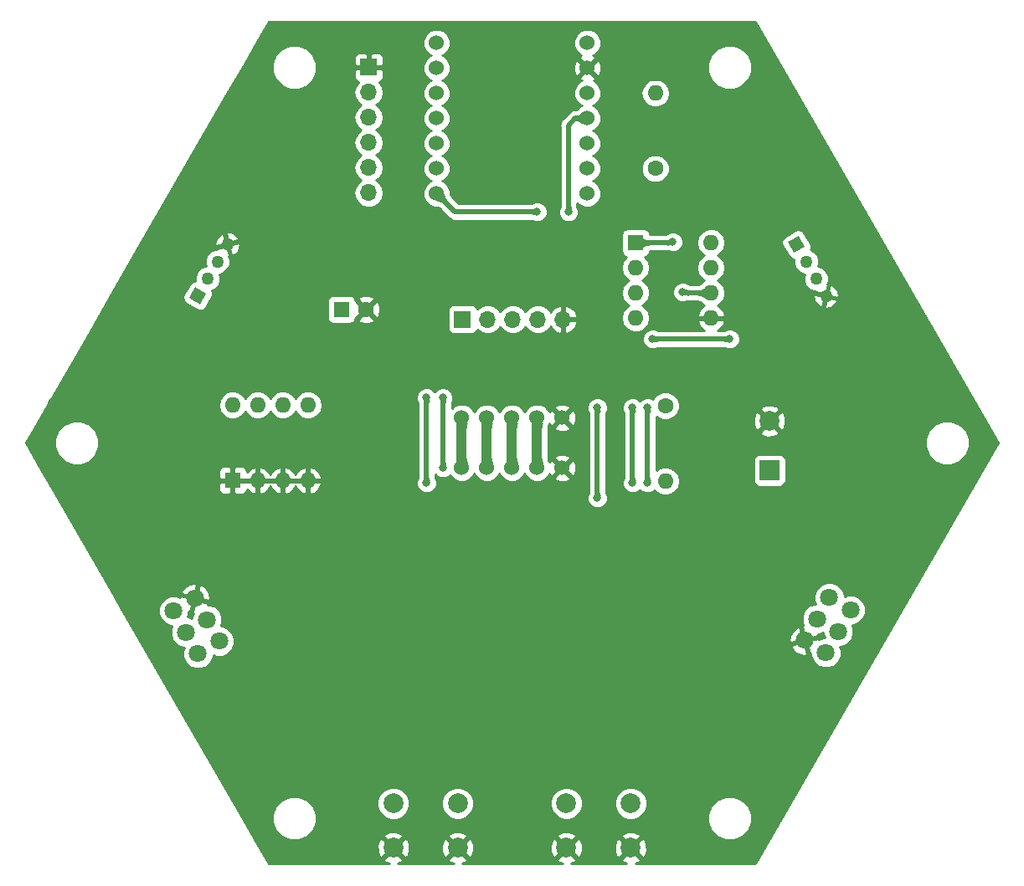
<source format=gtl>
G04 #@! TF.GenerationSoftware,KiCad,Pcbnew,(5.0.2)-1*
G04 #@! TF.CreationDate,2023-10-22T23:37:33+09:00*
G04 #@! TF.ProjectId,Fountain,466f756e-7461-4696-9e2e-6b696361645f,rev?*
G04 #@! TF.SameCoordinates,Original*
G04 #@! TF.FileFunction,Copper,L1,Top*
G04 #@! TF.FilePolarity,Positive*
%FSLAX46Y46*%
G04 Gerber Fmt 4.6, Leading zero omitted, Abs format (unit mm)*
G04 Created by KiCad (PCBNEW (5.0.2)-1) date 2023/10/22 23:37:33*
%MOMM*%
%LPD*%
G01*
G04 APERTURE LIST*
G04 #@! TA.AperFunction,ComponentPad*
%ADD10C,1.800000*%
G04 #@! TD*
G04 #@! TA.AperFunction,ComponentPad*
%ADD11C,1.524000*%
G04 #@! TD*
G04 #@! TA.AperFunction,ComponentPad*
%ADD12R,2.000000X2.000000*%
G04 #@! TD*
G04 #@! TA.AperFunction,ComponentPad*
%ADD13C,2.000000*%
G04 #@! TD*
G04 #@! TA.AperFunction,ComponentPad*
%ADD14R,1.700000X1.700000*%
G04 #@! TD*
G04 #@! TA.AperFunction,ComponentPad*
%ADD15O,1.700000X1.700000*%
G04 #@! TD*
G04 #@! TA.AperFunction,ComponentPad*
%ADD16R,1.600000X1.600000*%
G04 #@! TD*
G04 #@! TA.AperFunction,ComponentPad*
%ADD17O,1.600000X1.600000*%
G04 #@! TD*
G04 #@! TA.AperFunction,ComponentPad*
%ADD18C,1.270000*%
G04 #@! TD*
G04 #@! TA.AperFunction,Conductor*
%ADD19C,0.100000*%
G04 #@! TD*
G04 #@! TA.AperFunction,ComponentPad*
%ADD20C,1.600000*%
G04 #@! TD*
G04 #@! TA.AperFunction,ViaPad*
%ADD21C,0.800000*%
G04 #@! TD*
G04 #@! TA.AperFunction,Conductor*
%ADD22C,0.500000*%
G04 #@! TD*
G04 #@! TA.AperFunction,Conductor*
%ADD23C,1.000000*%
G04 #@! TD*
G04 #@! TA.AperFunction,Conductor*
%ADD24C,0.254000*%
G04 #@! TD*
G04 #@! TA.AperFunction,Conductor*
%ADD25C,0.025400*%
G04 #@! TD*
G04 APERTURE END LIST*
D10*
G04 #@! TO.P,VOL2,3*
G04 #@! TO.N,Net-(VOL2-Pad3)*
X164250000Y-121919873D03*
G04 #@! TO.P,VOL2,2*
G04 #@! TO.N,Net-(VOL2-Pad2)*
X163000000Y-124084936D03*
G04 #@! TO.P,VOL2,1*
G04 #@! TO.N,Net-(VOL2-Pad1)*
X161750000Y-126250000D03*
G04 #@! TO.P,VOL2,6*
G04 #@! TO.N,3V3*
X162084936Y-120669873D03*
G04 #@! TO.P,VOL2,5*
G04 #@! TO.N,RV2*
X160834936Y-122834936D03*
G04 #@! TO.P,VOL2,4*
G04 #@! TO.N,GND*
X159584936Y-125000000D03*
G04 #@! TD*
D11*
G04 #@! TO.P,IC1,14*
G04 #@! TO.N,5V*
X137620000Y-64540000D03*
G04 #@! TO.P,IC1,13*
G04 #@! TO.N,GND*
X137620000Y-67080000D03*
G04 #@! TO.P,IC1,12*
G04 #@! TO.N,3V3*
X137620000Y-69620000D03*
G04 #@! TO.P,IC1,11*
G04 #@! TO.N,SDA_3V3*
X137620000Y-72160000D03*
G04 #@! TO.P,IC1,10*
G04 #@! TO.N,Net-(IC1-Pad10)*
X137620000Y-74700000D03*
G04 #@! TO.P,IC1,9*
G04 #@! TO.N,Net-(IC1-Pad9)*
X137620000Y-77240000D03*
G04 #@! TO.P,IC1,8*
G04 #@! TO.N,SCL_3V3*
X137620000Y-79780000D03*
G04 #@! TO.P,IC1,7*
G04 #@! TO.N,Net-(IC1-Pad7)*
X122380000Y-79780000D03*
G04 #@! TO.P,IC1,6*
G04 #@! TO.N,Net-(CN5-Pad6)*
X122380000Y-77240000D03*
G04 #@! TO.P,IC1,5*
G04 #@! TO.N,Net-(CN5-Pad5)*
X122380000Y-74700000D03*
G04 #@! TO.P,IC1,4*
G04 #@! TO.N,Net-(CN5-Pad4)*
X122380000Y-72160000D03*
G04 #@! TO.P,IC1,3*
G04 #@! TO.N,Net-(CN5-Pad3)*
X122380000Y-69620000D03*
G04 #@! TO.P,IC1,2*
G04 #@! TO.N,RV2*
X122380000Y-67080000D03*
G04 #@! TO.P,IC1,1*
G04 #@! TO.N,RV1*
X122380000Y-64540000D03*
G04 #@! TD*
D12*
G04 #@! TO.P,BZ1,1*
G04 #@! TO.N,Net-(BZ1-Pad1)*
X156040000Y-107790000D03*
D13*
G04 #@! TO.P,BZ1,2*
G04 #@! TO.N,GND*
X156040000Y-102790000D03*
G04 #@! TD*
D14*
G04 #@! TO.P,CN1,1*
G04 #@! TO.N,5V*
X125000000Y-92500000D03*
D15*
G04 #@! TO.P,CN1,2*
G04 #@! TO.N,SDA_5V*
X127540000Y-92500000D03*
G04 #@! TO.P,CN1,3*
G04 #@! TO.N,SCL_5V*
X130080000Y-92500000D03*
G04 #@! TO.P,CN1,4*
G04 #@! TO.N,Net-(CN1-Pad4)*
X132620000Y-92500000D03*
G04 #@! TO.P,CN1,5*
G04 #@! TO.N,GND*
X135160000Y-92500000D03*
G04 #@! TD*
D11*
G04 #@! TO.P,CN2,5*
G04 #@! TO.N,GND*
X135080000Y-107540000D03*
G04 #@! TO.P,CN2,4*
G04 #@! TO.N,Net-(CN2-Pad4)*
X132540000Y-107540000D03*
G04 #@! TO.P,CN2,3*
G04 #@! TO.N,SCL_5V*
X130000000Y-107540000D03*
G04 #@! TO.P,CN2,2*
G04 #@! TO.N,SDA_5V*
X127460000Y-107540000D03*
G04 #@! TO.P,CN2,1*
G04 #@! TO.N,5V*
X124920000Y-107540000D03*
G04 #@! TO.P,CN2,5*
G04 #@! TO.N,GND*
X135080000Y-102460000D03*
G04 #@! TO.P,CN2,4*
G04 #@! TO.N,Net-(CN2-Pad4)*
X132540000Y-102460000D03*
G04 #@! TO.P,CN2,3*
G04 #@! TO.N,SCL_5V*
X130000000Y-102460000D03*
G04 #@! TO.P,CN2,2*
G04 #@! TO.N,SDA_5V*
X127460000Y-102460000D03*
G04 #@! TO.P,CN2,1*
G04 #@! TO.N,5V*
X124920000Y-102460000D03*
G04 #@! TD*
D16*
G04 #@! TO.P,IC2,1*
G04 #@! TO.N,3V3*
X142500000Y-84750000D03*
D17*
G04 #@! TO.P,IC2,5*
G04 #@! TO.N,GND*
X150120000Y-92370000D03*
G04 #@! TO.P,IC2,2*
G04 #@! TO.N,SCL_3V3*
X142500000Y-87290000D03*
G04 #@! TO.P,IC2,6*
G04 #@! TO.N,SDA_5V*
X150120000Y-89830000D03*
G04 #@! TO.P,IC2,3*
G04 #@! TO.N,SDA_3V3*
X142500000Y-89830000D03*
G04 #@! TO.P,IC2,7*
G04 #@! TO.N,SCL_5V*
X150120000Y-87290000D03*
G04 #@! TO.P,IC2,4*
G04 #@! TO.N,Net-(IC2-Pad4)*
X142500000Y-92370000D03*
G04 #@! TO.P,IC2,8*
G04 #@! TO.N,5V*
X150120000Y-84750000D03*
G04 #@! TD*
D13*
G04 #@! TO.P,SW1,2*
G04 #@! TO.N,GND*
X118000000Y-146000000D03*
G04 #@! TO.P,SW1,1*
G04 #@! TO.N,Net-(IC1-Pad9)*
X118000000Y-141500000D03*
G04 #@! TO.P,SW1,2*
G04 #@! TO.N,GND*
X124500000Y-146000000D03*
G04 #@! TO.P,SW1,1*
G04 #@! TO.N,Net-(IC1-Pad9)*
X124500000Y-141500000D03*
G04 #@! TD*
G04 #@! TO.P,SW2,1*
G04 #@! TO.N,Net-(IC1-Pad10)*
X142000000Y-141500000D03*
G04 #@! TO.P,SW2,2*
G04 #@! TO.N,GND*
X142000000Y-146000000D03*
G04 #@! TO.P,SW2,1*
G04 #@! TO.N,Net-(IC1-Pad10)*
X135500000Y-141500000D03*
G04 #@! TO.P,SW2,2*
G04 #@! TO.N,GND*
X135500000Y-146000000D03*
G04 #@! TD*
D16*
G04 #@! TO.P,SW3,1*
G04 #@! TO.N,GND*
X101750000Y-108810000D03*
D17*
G04 #@! TO.P,SW3,5*
G04 #@! TO.N,Net-(CN5-Pad6)*
X109370000Y-101190000D03*
G04 #@! TO.P,SW3,2*
G04 #@! TO.N,GND*
X104290000Y-108810000D03*
G04 #@! TO.P,SW3,6*
G04 #@! TO.N,Net-(CN5-Pad5)*
X106830000Y-101190000D03*
G04 #@! TO.P,SW3,3*
G04 #@! TO.N,GND*
X106830000Y-108810000D03*
G04 #@! TO.P,SW3,7*
G04 #@! TO.N,Net-(CN5-Pad4)*
X104290000Y-101190000D03*
G04 #@! TO.P,SW3,4*
G04 #@! TO.N,GND*
X109370000Y-108810000D03*
G04 #@! TO.P,SW3,8*
G04 #@! TO.N,Net-(CN5-Pad3)*
X101750000Y-101190000D03*
G04 #@! TD*
D10*
G04 #@! TO.P,VOL1,4*
G04 #@! TO.N,GND*
X97915064Y-120750000D03*
G04 #@! TO.P,VOL1,5*
G04 #@! TO.N,RV1*
X99165064Y-122915064D03*
G04 #@! TO.P,VOL1,6*
G04 #@! TO.N,3V3*
X100415064Y-125080127D03*
G04 #@! TO.P,VOL1,1*
G04 #@! TO.N,Net-(VOL1-Pad1)*
X95750000Y-122000000D03*
G04 #@! TO.P,VOL1,2*
G04 #@! TO.N,Net-(VOL1-Pad2)*
X97000000Y-124165064D03*
G04 #@! TO.P,VOL1,3*
G04 #@! TO.N,Net-(VOL1-Pad3)*
X98250000Y-126330127D03*
G04 #@! TD*
D18*
G04 #@! TO.P,CN3,1*
G04 #@! TO.N,SCL_5V*
X98221515Y-90122911D03*
D19*
G04 #@! TD*
G04 #@! TO.N,SCL_5V*
G04 #@! TO.C,CN3*
G36*
X98453941Y-90990337D02*
X97354089Y-90355337D01*
X97989089Y-89255485D01*
X99088941Y-89890485D01*
X98453941Y-90990337D01*
X98453941Y-90990337D01*
G37*
D18*
G04 #@! TO.P,CN3,2*
G04 #@! TO.N,SDA_5V*
X99222171Y-88389484D03*
G04 #@! TO.P,CN3,3*
G04 #@! TO.N,5V*
X100220391Y-86660516D03*
G04 #@! TO.P,CN3,4*
G04 #@! TO.N,GND*
X101221151Y-84927149D03*
G04 #@! TD*
G04 #@! TO.P,CN4,4*
G04 #@! TO.N,GND*
X161753589Y-90122851D03*
G04 #@! TO.P,CN4,3*
G04 #@! TO.N,5V*
X160752829Y-88389484D03*
G04 #@! TO.P,CN4,2*
G04 #@! TO.N,SDA_5V*
X159754609Y-86660516D03*
G04 #@! TO.P,CN4,1*
G04 #@! TO.N,SCL_5V*
X158753745Y-84927209D03*
D19*
G04 #@! TD*
G04 #@! TO.N,SCL_5V*
G04 #@! TO.C,CN4*
G36*
X157886319Y-84694783D02*
X158986171Y-84059783D01*
X159621171Y-85159635D01*
X158521319Y-85794635D01*
X157886319Y-84694783D01*
X157886319Y-84694783D01*
G37*
D20*
G04 #@! TO.P,R1,1*
G04 #@! TO.N,Net-(IC1-Pad9)*
X144500000Y-77250000D03*
D17*
G04 #@! TO.P,R1,2*
G04 #@! TO.N,3V3*
X144500000Y-69630000D03*
G04 #@! TD*
D20*
G04 #@! TO.P,R2,1*
G04 #@! TO.N,Net-(IC1-Pad7)*
X145500000Y-101250000D03*
D17*
G04 #@! TO.P,R2,2*
G04 #@! TO.N,Net-(BZ1-Pad1)*
X145500000Y-108870000D03*
G04 #@! TD*
D16*
G04 #@! TO.P,C1,1*
G04 #@! TO.N,5V*
X112750000Y-91500000D03*
D20*
G04 #@! TO.P,C1,2*
G04 #@! TO.N,GND*
X115250000Y-91500000D03*
G04 #@! TD*
D14*
G04 #@! TO.P,CN5,1*
G04 #@! TO.N,GND*
X115500000Y-67000000D03*
D15*
G04 #@! TO.P,CN5,2*
G04 #@! TO.N,5V*
X115500000Y-69540000D03*
G04 #@! TO.P,CN5,3*
G04 #@! TO.N,Net-(CN5-Pad3)*
X115500000Y-72080000D03*
G04 #@! TO.P,CN5,4*
G04 #@! TO.N,Net-(CN5-Pad4)*
X115500000Y-74620000D03*
G04 #@! TO.P,CN5,5*
G04 #@! TO.N,Net-(CN5-Pad5)*
X115500000Y-77160000D03*
G04 #@! TO.P,CN5,6*
G04 #@! TO.N,Net-(CN5-Pad6)*
X115500000Y-79700000D03*
G04 #@! TD*
D21*
G04 #@! TO.N,GND*
X155000000Y-135000000D03*
X150000000Y-135000000D03*
X105616000Y-62836000D03*
X81232000Y-105000000D03*
X105616000Y-147164000D03*
X154384000Y-147164000D03*
X178768000Y-105000000D03*
X154384000Y-62836000D03*
X103330000Y-66900000D03*
X101250000Y-70500000D03*
X99000000Y-74400000D03*
X87800000Y-93600000D03*
X85800000Y-97250000D03*
X83518000Y-100936000D03*
X83518000Y-109064000D03*
X85750000Y-112750000D03*
X87750000Y-116250000D03*
X98758000Y-135226000D03*
X101044000Y-139036000D03*
X103330000Y-143100000D03*
X110188000Y-147164000D03*
X149812000Y-147164000D03*
X172672000Y-115668000D03*
X174704000Y-112112000D03*
X176736000Y-108556000D03*
X156670000Y-143100000D03*
X158956000Y-139036000D03*
X176736000Y-101444000D03*
X174704000Y-97888000D03*
X158956000Y-70456000D03*
X156670000Y-66646000D03*
X110696000Y-62836000D03*
X169624000Y-89252000D03*
X167592000Y-85696000D03*
X165560000Y-82140000D03*
X163274000Y-78330000D03*
X170386000Y-119478000D03*
X166250000Y-126500000D03*
X163750000Y-130750000D03*
X132032000Y-147164000D03*
X93750000Y-126750000D03*
X95964000Y-130654000D03*
X91750000Y-123250000D03*
X97000000Y-77800000D03*
X92400000Y-85800000D03*
X90000000Y-89800000D03*
X115268000Y-62836000D03*
X125428000Y-62836000D03*
X130000000Y-62836000D03*
X134826000Y-62836000D03*
X139906000Y-62836000D03*
X144478000Y-62836000D03*
X149304000Y-62836000D03*
X172250000Y-93750000D03*
X168250000Y-123000000D03*
X161250000Y-135000000D03*
X89750000Y-119750000D03*
X94600000Y-82000000D03*
X114252000Y-147164000D03*
X127968000Y-147164000D03*
X145240000Y-147164000D03*
X160988000Y-74012000D03*
X119750000Y-62836000D03*
X145000000Y-135000000D03*
X140000000Y-135000000D03*
X135000000Y-135000000D03*
X130000000Y-135000000D03*
X125000000Y-135000000D03*
X120000000Y-135000000D03*
X115000000Y-135000000D03*
X110000000Y-135000000D03*
X105000000Y-135000000D03*
X105000000Y-130000000D03*
X110000000Y-130000000D03*
X115000000Y-130000000D03*
X115000000Y-130000000D03*
X115000000Y-125000000D03*
X110000000Y-125000000D03*
X105000000Y-125000000D03*
X105000000Y-120000000D03*
X110000000Y-120000000D03*
X115000000Y-120000000D03*
X115000000Y-115000000D03*
X110000000Y-115000000D03*
X105000000Y-115000000D03*
X120000000Y-115000000D03*
X120000000Y-120000000D03*
X125000000Y-120000000D03*
X125000000Y-115000000D03*
X130000000Y-115000000D03*
X130000000Y-120000000D03*
X135000000Y-120000000D03*
X135000000Y-115000000D03*
X140000000Y-115000000D03*
X140000000Y-120000000D03*
X145000000Y-115000000D03*
X145000000Y-120000000D03*
X150000000Y-115000000D03*
X150000000Y-120000000D03*
X155000000Y-120000000D03*
X155000000Y-115000000D03*
X155000000Y-125000000D03*
X150000000Y-125000000D03*
X145000000Y-125000000D03*
X145000000Y-125000000D03*
X145000000Y-130000000D03*
X150000000Y-130000000D03*
X155000000Y-130000000D03*
X145000000Y-140000000D03*
X130000000Y-140000000D03*
X115000000Y-140000000D03*
X130000000Y-145000000D03*
X120000000Y-130000000D03*
X125000000Y-130000000D03*
X130000000Y-130000000D03*
X135000000Y-130000000D03*
X140000000Y-130000000D03*
X165000000Y-115000000D03*
X165000000Y-110000000D03*
X165000000Y-105000000D03*
X165000000Y-100000000D03*
X165000000Y-95000000D03*
X170000000Y-95000000D03*
X170000000Y-100000000D03*
X170000000Y-105000000D03*
X170000000Y-110000000D03*
X170000000Y-115000000D03*
X150000000Y-100000000D03*
X155000000Y-90000000D03*
X155000000Y-80000000D03*
X150000000Y-80000000D03*
X150000000Y-75000000D03*
X155000000Y-75000000D03*
X140000000Y-75000000D03*
X140000000Y-80000000D03*
X130000000Y-80000000D03*
X130000000Y-75000000D03*
X130000000Y-70000000D03*
X135000000Y-70000000D03*
X120000000Y-85000000D03*
X115000000Y-85000000D03*
X120000000Y-90000000D03*
X120000000Y-95000000D03*
X115000000Y-100000000D03*
X130000000Y-85000000D03*
X135000000Y-100000000D03*
X135000000Y-95000000D03*
X100000000Y-80000000D03*
X95000000Y-95000000D03*
X90000000Y-95000000D03*
X90000000Y-95000000D03*
X90000000Y-100000000D03*
X95000000Y-100000000D03*
X95000000Y-105000000D03*
X90000000Y-105000000D03*
X95000000Y-110000000D03*
X90000000Y-110000000D03*
X90000000Y-115000000D03*
X95000000Y-115000000D03*
X100000000Y-115000000D03*
X100000000Y-130000000D03*
X160000000Y-80000000D03*
X165000000Y-90000000D03*
X95000000Y-90000000D03*
X115000000Y-110000000D03*
X120000000Y-100000000D03*
X150000000Y-110000000D03*
X120000000Y-125000000D03*
X125000000Y-125000000D03*
X130000000Y-125000000D03*
X135000000Y-125000000D03*
X140000000Y-125000000D03*
X147500000Y-87000000D03*
X140500000Y-92500000D03*
X140500000Y-97000000D03*
X155000000Y-100000000D03*
X105000000Y-140000000D03*
X115000000Y-145000000D03*
X145000000Y-145000000D03*
X160000000Y-130000000D03*
X115000000Y-95000000D03*
X120000000Y-80000000D03*
X110000000Y-140000000D03*
X155000000Y-140000000D03*
X150000000Y-140000000D03*
X155000000Y-110000000D03*
X150000000Y-105000000D03*
X145000000Y-75000000D03*
G04 #@! TO.N,3V3*
X146256000Y-84680000D03*
X152000000Y-94500000D03*
X144224000Y-94500000D03*
X142192000Y-101444000D03*
X142192000Y-109064000D03*
G04 #@! TO.N,SDA_5V*
X147272000Y-89760000D03*
G04 #@! TO.N,SDA_3V3*
X135715000Y-81632000D03*
G04 #@! TO.N,Net-(IC1-Pad10)*
X138636000Y-110588000D03*
X138636000Y-101444000D03*
G04 #@! TO.N,Net-(IC1-Pad9)*
X143716000Y-109064000D03*
X143716000Y-101444000D03*
G04 #@! TO.N,Net-(IC1-Pad7)*
X132540000Y-81632000D03*
G04 #@! TO.N,RV2*
X121364000Y-109064000D03*
X121364000Y-100428000D03*
G04 #@! TO.N,RV1*
X123015000Y-107540000D03*
X123020000Y-100428000D03*
G04 #@! TD*
D22*
G04 #@! TO.N,GND*
X135160000Y-102380000D02*
X135080000Y-102460000D01*
D23*
G04 #@! TO.N,5V*
X124920000Y-107540000D02*
X124920000Y-102460000D01*
D22*
G04 #@! TO.N,3V3*
X144490000Y-69620000D02*
X144500000Y-69630000D01*
D23*
X137630000Y-69630000D02*
X137620000Y-69620000D01*
D22*
X146186000Y-84750000D02*
X146256000Y-84680000D01*
X142500000Y-84750000D02*
X146186000Y-84750000D01*
X152000000Y-94500000D02*
X144224000Y-94500000D01*
X142192000Y-101444000D02*
X142192000Y-109064000D01*
D23*
G04 #@! TO.N,SDA_5V*
X127460000Y-102460000D02*
X127460000Y-107540000D01*
D22*
X127540000Y-102380000D02*
X127460000Y-102460000D01*
X147342000Y-89830000D02*
X147272000Y-89760000D01*
X150120000Y-89830000D02*
X147342000Y-89830000D01*
D23*
G04 #@! TO.N,SCL_5V*
X130000000Y-102460000D02*
X130000000Y-107540000D01*
D22*
X130080000Y-102380000D02*
X130000000Y-102460000D01*
D23*
G04 #@! TO.N,Net-(CN2-Pad4)*
X132540000Y-102460000D02*
X132540000Y-107540000D01*
D22*
G04 #@! TO.N,SDA_3V3*
X137620000Y-72160000D02*
X136424000Y-72160000D01*
X135715000Y-72869000D02*
X135715000Y-81632000D01*
X136424000Y-72160000D02*
X135715000Y-72869000D01*
G04 #@! TO.N,Net-(IC1-Pad10)*
X138636000Y-101444000D02*
X138636000Y-110588000D01*
G04 #@! TO.N,Net-(IC1-Pad9)*
X144490000Y-77240000D02*
X144500000Y-77250000D01*
X143716000Y-101444000D02*
X143716000Y-109064000D01*
G04 #@! TO.N,Net-(IC1-Pad7)*
X124232000Y-81632000D02*
X124412000Y-81632000D01*
X122380000Y-79780000D02*
X124232000Y-81632000D01*
X124412000Y-81632000D02*
X132540000Y-81632000D01*
G04 #@! TO.N,RV2*
X121364000Y-102460000D02*
X121364000Y-109064000D01*
X121364000Y-102460000D02*
X121364000Y-100428000D01*
G04 #@! TO.N,RV1*
X123020000Y-102455000D02*
X123020000Y-107535000D01*
X123020000Y-107535000D02*
X123015000Y-107540000D01*
X123020000Y-102455000D02*
X123020000Y-100428000D01*
G04 #@! TD*
D24*
G04 #@! TO.N,GND*
G36*
X179180163Y-105000000D02*
X154590082Y-147591270D01*
X142459301Y-147591270D01*
X142874264Y-147419387D01*
X142972927Y-147152532D01*
X142000000Y-146179605D01*
X141027073Y-147152532D01*
X141125736Y-147419387D01*
X141588392Y-147591270D01*
X135959301Y-147591270D01*
X136374264Y-147419387D01*
X136472927Y-147152532D01*
X135500000Y-146179605D01*
X134527073Y-147152532D01*
X134625736Y-147419387D01*
X135088392Y-147591270D01*
X124959301Y-147591270D01*
X125374264Y-147419387D01*
X125472927Y-147152532D01*
X124500000Y-146179605D01*
X123527073Y-147152532D01*
X123625736Y-147419387D01*
X124088392Y-147591270D01*
X118459301Y-147591270D01*
X118874264Y-147419387D01*
X118972927Y-147152532D01*
X118000000Y-146179605D01*
X117027073Y-147152532D01*
X117125736Y-147419387D01*
X117588392Y-147591270D01*
X105409919Y-147591270D01*
X104338468Y-145735461D01*
X116354092Y-145735461D01*
X116378144Y-146385460D01*
X116580613Y-146874264D01*
X116847468Y-146972927D01*
X117820395Y-146000000D01*
X118179605Y-146000000D01*
X119152532Y-146972927D01*
X119419387Y-146874264D01*
X119645908Y-146264539D01*
X119626331Y-145735461D01*
X122854092Y-145735461D01*
X122878144Y-146385460D01*
X123080613Y-146874264D01*
X123347468Y-146972927D01*
X124320395Y-146000000D01*
X124679605Y-146000000D01*
X125652532Y-146972927D01*
X125919387Y-146874264D01*
X126145908Y-146264539D01*
X126126331Y-145735461D01*
X133854092Y-145735461D01*
X133878144Y-146385460D01*
X134080613Y-146874264D01*
X134347468Y-146972927D01*
X135320395Y-146000000D01*
X135679605Y-146000000D01*
X136652532Y-146972927D01*
X136919387Y-146874264D01*
X137145908Y-146264539D01*
X137126331Y-145735461D01*
X140354092Y-145735461D01*
X140378144Y-146385460D01*
X140580613Y-146874264D01*
X140847468Y-146972927D01*
X141820395Y-146000000D01*
X142179605Y-146000000D01*
X143152532Y-146972927D01*
X143419387Y-146874264D01*
X143645908Y-146264539D01*
X143621856Y-145614540D01*
X143419387Y-145125736D01*
X143152532Y-145027073D01*
X142179605Y-146000000D01*
X141820395Y-146000000D01*
X140847468Y-145027073D01*
X140580613Y-145125736D01*
X140354092Y-145735461D01*
X137126331Y-145735461D01*
X137121856Y-145614540D01*
X136919387Y-145125736D01*
X136652532Y-145027073D01*
X135679605Y-146000000D01*
X135320395Y-146000000D01*
X134347468Y-145027073D01*
X134080613Y-145125736D01*
X133854092Y-145735461D01*
X126126331Y-145735461D01*
X126121856Y-145614540D01*
X125919387Y-145125736D01*
X125652532Y-145027073D01*
X124679605Y-146000000D01*
X124320395Y-146000000D01*
X123347468Y-145027073D01*
X123080613Y-145125736D01*
X122854092Y-145735461D01*
X119626331Y-145735461D01*
X119621856Y-145614540D01*
X119419387Y-145125736D01*
X119152532Y-145027073D01*
X118179605Y-146000000D01*
X117820395Y-146000000D01*
X116847468Y-145027073D01*
X116580613Y-145125736D01*
X116354092Y-145735461D01*
X104338468Y-145735461D01*
X102502476Y-142555431D01*
X105765000Y-142555431D01*
X105765000Y-143444569D01*
X106105259Y-144266026D01*
X106733974Y-144894741D01*
X107555431Y-145235000D01*
X108444569Y-145235000D01*
X109266026Y-144894741D01*
X109313299Y-144847468D01*
X117027073Y-144847468D01*
X118000000Y-145820395D01*
X118972927Y-144847468D01*
X123527073Y-144847468D01*
X124500000Y-145820395D01*
X125472927Y-144847468D01*
X134527073Y-144847468D01*
X135500000Y-145820395D01*
X136472927Y-144847468D01*
X141027073Y-144847468D01*
X142000000Y-145820395D01*
X142972927Y-144847468D01*
X142874264Y-144580613D01*
X142264539Y-144354092D01*
X141614540Y-144378144D01*
X141125736Y-144580613D01*
X141027073Y-144847468D01*
X136472927Y-144847468D01*
X136374264Y-144580613D01*
X135764539Y-144354092D01*
X135114540Y-144378144D01*
X134625736Y-144580613D01*
X134527073Y-144847468D01*
X125472927Y-144847468D01*
X125374264Y-144580613D01*
X124764539Y-144354092D01*
X124114540Y-144378144D01*
X123625736Y-144580613D01*
X123527073Y-144847468D01*
X118972927Y-144847468D01*
X118874264Y-144580613D01*
X118264539Y-144354092D01*
X117614540Y-144378144D01*
X117125736Y-144580613D01*
X117027073Y-144847468D01*
X109313299Y-144847468D01*
X109894741Y-144266026D01*
X110235000Y-143444569D01*
X110235000Y-142555431D01*
X109894741Y-141733974D01*
X109335545Y-141174778D01*
X116365000Y-141174778D01*
X116365000Y-141825222D01*
X116613914Y-142426153D01*
X117073847Y-142886086D01*
X117674778Y-143135000D01*
X118325222Y-143135000D01*
X118926153Y-142886086D01*
X119386086Y-142426153D01*
X119635000Y-141825222D01*
X119635000Y-141174778D01*
X122865000Y-141174778D01*
X122865000Y-141825222D01*
X123113914Y-142426153D01*
X123573847Y-142886086D01*
X124174778Y-143135000D01*
X124825222Y-143135000D01*
X125426153Y-142886086D01*
X125886086Y-142426153D01*
X126135000Y-141825222D01*
X126135000Y-141174778D01*
X133865000Y-141174778D01*
X133865000Y-141825222D01*
X134113914Y-142426153D01*
X134573847Y-142886086D01*
X135174778Y-143135000D01*
X135825222Y-143135000D01*
X136426153Y-142886086D01*
X136886086Y-142426153D01*
X137135000Y-141825222D01*
X137135000Y-141174778D01*
X140365000Y-141174778D01*
X140365000Y-141825222D01*
X140613914Y-142426153D01*
X141073847Y-142886086D01*
X141674778Y-143135000D01*
X142325222Y-143135000D01*
X142926153Y-142886086D01*
X143256808Y-142555431D01*
X149765000Y-142555431D01*
X149765000Y-143444569D01*
X150105259Y-144266026D01*
X150733974Y-144894741D01*
X151555431Y-145235000D01*
X152444569Y-145235000D01*
X153266026Y-144894741D01*
X153894741Y-144266026D01*
X154235000Y-143444569D01*
X154235000Y-142555431D01*
X153894741Y-141733974D01*
X153266026Y-141105259D01*
X152444569Y-140765000D01*
X151555431Y-140765000D01*
X150733974Y-141105259D01*
X150105259Y-141733974D01*
X149765000Y-142555431D01*
X143256808Y-142555431D01*
X143386086Y-142426153D01*
X143635000Y-141825222D01*
X143635000Y-141174778D01*
X143386086Y-140573847D01*
X142926153Y-140113914D01*
X142325222Y-139865000D01*
X141674778Y-139865000D01*
X141073847Y-140113914D01*
X140613914Y-140573847D01*
X140365000Y-141174778D01*
X137135000Y-141174778D01*
X136886086Y-140573847D01*
X136426153Y-140113914D01*
X135825222Y-139865000D01*
X135174778Y-139865000D01*
X134573847Y-140113914D01*
X134113914Y-140573847D01*
X133865000Y-141174778D01*
X126135000Y-141174778D01*
X125886086Y-140573847D01*
X125426153Y-140113914D01*
X124825222Y-139865000D01*
X124174778Y-139865000D01*
X123573847Y-140113914D01*
X123113914Y-140573847D01*
X122865000Y-141174778D01*
X119635000Y-141174778D01*
X119386086Y-140573847D01*
X118926153Y-140113914D01*
X118325222Y-139865000D01*
X117674778Y-139865000D01*
X117073847Y-140113914D01*
X116613914Y-140573847D01*
X116365000Y-141174778D01*
X109335545Y-141174778D01*
X109266026Y-141105259D01*
X108444569Y-140765000D01*
X107555431Y-140765000D01*
X106733974Y-141105259D01*
X106105259Y-141733974D01*
X105765000Y-142555431D01*
X102502476Y-142555431D01*
X90458510Y-121694670D01*
X94215000Y-121694670D01*
X94215000Y-122305330D01*
X94448690Y-122869507D01*
X94880493Y-123301310D01*
X95444670Y-123535000D01*
X95599509Y-123535000D01*
X95465000Y-123859734D01*
X95465000Y-124470394D01*
X95698690Y-125034571D01*
X96130493Y-125466374D01*
X96694670Y-125700064D01*
X96849509Y-125700064D01*
X96715000Y-126024797D01*
X96715000Y-126635457D01*
X96948690Y-127199634D01*
X97380493Y-127631437D01*
X97944670Y-127865127D01*
X98555330Y-127865127D01*
X99119507Y-127631437D01*
X99551310Y-127199634D01*
X99785000Y-126635457D01*
X99785000Y-126480618D01*
X100109734Y-126615127D01*
X100720394Y-126615127D01*
X101284571Y-126381437D01*
X101716374Y-125949634D01*
X101798860Y-125750493D01*
X158211542Y-125750493D01*
X158603286Y-126218940D01*
X159144478Y-126501815D01*
X159621687Y-126564641D01*
X159824759Y-126385723D01*
X159495133Y-125155543D01*
X158264953Y-125485168D01*
X158211542Y-125750493D01*
X101798860Y-125750493D01*
X101950064Y-125385457D01*
X101950064Y-125036751D01*
X158020295Y-125036751D01*
X158199213Y-125239823D01*
X159429393Y-124910197D01*
X159099768Y-123680017D01*
X158834443Y-123626606D01*
X158365996Y-124018350D01*
X158083121Y-124559542D01*
X158020295Y-125036751D01*
X101950064Y-125036751D01*
X101950064Y-124774797D01*
X101716374Y-124210620D01*
X101284571Y-123778817D01*
X100720394Y-123545127D01*
X100565555Y-123545127D01*
X100700064Y-123220394D01*
X100700064Y-122609734D01*
X100666874Y-122529606D01*
X159299936Y-122529606D01*
X159299936Y-123140266D01*
X159455861Y-123516702D01*
X159345113Y-123614277D01*
X159650676Y-124754652D01*
X159599077Y-124806251D01*
X159778685Y-124985859D01*
X160009890Y-124754654D01*
X160904919Y-124514832D01*
X160934087Y-124369936D01*
X161140266Y-124369936D01*
X161465000Y-124235427D01*
X161465000Y-124390266D01*
X161599509Y-124715000D01*
X161444670Y-124715000D01*
X161068234Y-124870925D01*
X160970659Y-124760177D01*
X159830284Y-125065740D01*
X159778685Y-125014141D01*
X159599077Y-125193749D01*
X159830282Y-125424954D01*
X160070104Y-126319983D01*
X160215000Y-126349151D01*
X160215000Y-126555330D01*
X160448690Y-127119507D01*
X160880493Y-127551310D01*
X161444670Y-127785000D01*
X162055330Y-127785000D01*
X162619507Y-127551310D01*
X163051310Y-127119507D01*
X163285000Y-126555330D01*
X163285000Y-125944670D01*
X163150491Y-125619936D01*
X163305330Y-125619936D01*
X163869507Y-125386246D01*
X164301310Y-124954443D01*
X164535000Y-124390266D01*
X164535000Y-123779606D01*
X164400491Y-123454873D01*
X164555330Y-123454873D01*
X165119507Y-123221183D01*
X165551310Y-122789380D01*
X165785000Y-122225203D01*
X165785000Y-121614543D01*
X165551310Y-121050366D01*
X165119507Y-120618563D01*
X164555330Y-120384873D01*
X163944670Y-120384873D01*
X163619936Y-120519382D01*
X163619936Y-120364543D01*
X163386246Y-119800366D01*
X162954443Y-119368563D01*
X162390266Y-119134873D01*
X161779606Y-119134873D01*
X161215429Y-119368563D01*
X160783626Y-119800366D01*
X160549936Y-120364543D01*
X160549936Y-120975203D01*
X160684445Y-121299936D01*
X160529606Y-121299936D01*
X159965429Y-121533626D01*
X159533626Y-121965429D01*
X159299936Y-122529606D01*
X100666874Y-122529606D01*
X100466374Y-122045557D01*
X100034571Y-121613754D01*
X99470394Y-121380064D01*
X99264215Y-121380064D01*
X99235047Y-121235168D01*
X98340018Y-120995346D01*
X98108813Y-120764141D01*
X97929205Y-120943749D01*
X97980804Y-120995348D01*
X97675241Y-122135723D01*
X97785989Y-122233298D01*
X97630064Y-122609734D01*
X97630064Y-122764573D01*
X97305330Y-122630064D01*
X97150491Y-122630064D01*
X97285000Y-122305330D01*
X97285000Y-122099151D01*
X97429896Y-122069983D01*
X97669718Y-121174954D01*
X97900923Y-120943749D01*
X97721315Y-120764141D01*
X97669716Y-120815740D01*
X97089223Y-120660197D01*
X98070607Y-120660197D01*
X99300787Y-120989823D01*
X99479705Y-120786751D01*
X99374668Y-120185192D01*
X99047419Y-119669619D01*
X98665557Y-119376606D01*
X98400232Y-119430017D01*
X98070607Y-120660197D01*
X97089223Y-120660197D01*
X96529341Y-120510177D01*
X96431766Y-120620925D01*
X96055330Y-120465000D01*
X95444670Y-120465000D01*
X94880493Y-120698690D01*
X94448690Y-121130493D01*
X94215000Y-121694670D01*
X90458510Y-121694670D01*
X89479808Y-119999507D01*
X96541670Y-119999507D01*
X96595081Y-120264832D01*
X97825261Y-120594457D01*
X98154887Y-119364277D01*
X97951815Y-119185359D01*
X97350256Y-119290396D01*
X96834683Y-119617645D01*
X96541670Y-119999507D01*
X89479808Y-119999507D01*
X83184520Y-109095750D01*
X100315000Y-109095750D01*
X100315000Y-109736309D01*
X100411673Y-109969698D01*
X100590301Y-110148327D01*
X100823690Y-110245000D01*
X101464250Y-110245000D01*
X101623000Y-110086250D01*
X101623000Y-108937000D01*
X101877000Y-108937000D01*
X101877000Y-110086250D01*
X102035750Y-110245000D01*
X102676310Y-110245000D01*
X102909699Y-110148327D01*
X103088327Y-109969698D01*
X103185000Y-109736309D01*
X103185000Y-109708062D01*
X103552577Y-110041041D01*
X103940961Y-110201904D01*
X104163000Y-110079915D01*
X104163000Y-108937000D01*
X104417000Y-108937000D01*
X104417000Y-110079915D01*
X104639039Y-110201904D01*
X105027423Y-110041041D01*
X105442389Y-109665134D01*
X105560000Y-109416633D01*
X105677611Y-109665134D01*
X106092577Y-110041041D01*
X106480961Y-110201904D01*
X106703000Y-110079915D01*
X106703000Y-108937000D01*
X106957000Y-108937000D01*
X106957000Y-110079915D01*
X107179039Y-110201904D01*
X107567423Y-110041041D01*
X107982389Y-109665134D01*
X108100000Y-109416633D01*
X108217611Y-109665134D01*
X108632577Y-110041041D01*
X109020961Y-110201904D01*
X109243000Y-110079915D01*
X109243000Y-108937000D01*
X109497000Y-108937000D01*
X109497000Y-110079915D01*
X109719039Y-110201904D01*
X110107423Y-110041041D01*
X110522389Y-109665134D01*
X110761914Y-109159041D01*
X110640629Y-108937000D01*
X109497000Y-108937000D01*
X109243000Y-108937000D01*
X106957000Y-108937000D01*
X106703000Y-108937000D01*
X104417000Y-108937000D01*
X104163000Y-108937000D01*
X101877000Y-108937000D01*
X101623000Y-108937000D01*
X100473750Y-108937000D01*
X100315000Y-109095750D01*
X83184520Y-109095750D01*
X82484738Y-107883691D01*
X100315000Y-107883691D01*
X100315000Y-108524250D01*
X100473750Y-108683000D01*
X101623000Y-108683000D01*
X101623000Y-107533750D01*
X101877000Y-107533750D01*
X101877000Y-108683000D01*
X104163000Y-108683000D01*
X104163000Y-107540085D01*
X104417000Y-107540085D01*
X104417000Y-108683000D01*
X106703000Y-108683000D01*
X106703000Y-107540085D01*
X106957000Y-107540085D01*
X106957000Y-108683000D01*
X109243000Y-108683000D01*
X109243000Y-107540085D01*
X109497000Y-107540085D01*
X109497000Y-108683000D01*
X110640629Y-108683000D01*
X110761914Y-108460959D01*
X110522389Y-107954866D01*
X110107423Y-107578959D01*
X109719039Y-107418096D01*
X109497000Y-107540085D01*
X109243000Y-107540085D01*
X109020961Y-107418096D01*
X108632577Y-107578959D01*
X108217611Y-107954866D01*
X108100000Y-108203367D01*
X107982389Y-107954866D01*
X107567423Y-107578959D01*
X107179039Y-107418096D01*
X106957000Y-107540085D01*
X106703000Y-107540085D01*
X106480961Y-107418096D01*
X106092577Y-107578959D01*
X105677611Y-107954866D01*
X105560000Y-108203367D01*
X105442389Y-107954866D01*
X105027423Y-107578959D01*
X104639039Y-107418096D01*
X104417000Y-107540085D01*
X104163000Y-107540085D01*
X103940961Y-107418096D01*
X103552577Y-107578959D01*
X103185000Y-107911938D01*
X103185000Y-107883691D01*
X103088327Y-107650302D01*
X102909699Y-107471673D01*
X102676310Y-107375000D01*
X102035750Y-107375000D01*
X101877000Y-107533750D01*
X101623000Y-107533750D01*
X101464250Y-107375000D01*
X100823690Y-107375000D01*
X100590301Y-107471673D01*
X100411673Y-107650302D01*
X100315000Y-107883691D01*
X82484738Y-107883691D01*
X80819837Y-105000000D01*
X81076509Y-104555431D01*
X83765000Y-104555431D01*
X83765000Y-105444569D01*
X84105259Y-106266026D01*
X84733974Y-106894741D01*
X85555431Y-107235000D01*
X86444569Y-107235000D01*
X87266026Y-106894741D01*
X87894741Y-106266026D01*
X88235000Y-105444569D01*
X88235000Y-104555431D01*
X87894741Y-103733974D01*
X87266026Y-103105259D01*
X86444569Y-102765000D01*
X85555431Y-102765000D01*
X84733974Y-103105259D01*
X84105259Y-103733974D01*
X83765000Y-104555431D01*
X81076509Y-104555431D01*
X83019541Y-101190000D01*
X100286887Y-101190000D01*
X100398260Y-101749909D01*
X100715423Y-102224577D01*
X101190091Y-102541740D01*
X101608667Y-102625000D01*
X101891333Y-102625000D01*
X102309909Y-102541740D01*
X102784577Y-102224577D01*
X103020000Y-101872242D01*
X103255423Y-102224577D01*
X103730091Y-102541740D01*
X104148667Y-102625000D01*
X104431333Y-102625000D01*
X104849909Y-102541740D01*
X105324577Y-102224577D01*
X105560000Y-101872242D01*
X105795423Y-102224577D01*
X106270091Y-102541740D01*
X106688667Y-102625000D01*
X106971333Y-102625000D01*
X107389909Y-102541740D01*
X107864577Y-102224577D01*
X108100000Y-101872242D01*
X108335423Y-102224577D01*
X108810091Y-102541740D01*
X109228667Y-102625000D01*
X109511333Y-102625000D01*
X109929909Y-102541740D01*
X110404577Y-102224577D01*
X110721740Y-101749909D01*
X110833113Y-101190000D01*
X110721740Y-100630091D01*
X110449147Y-100222126D01*
X120329000Y-100222126D01*
X120329000Y-100633874D01*
X120479001Y-100996008D01*
X120479000Y-102372835D01*
X120479000Y-102372836D01*
X120479001Y-108495991D01*
X120329000Y-108858126D01*
X120329000Y-109269874D01*
X120486569Y-109650280D01*
X120777720Y-109941431D01*
X121158126Y-110099000D01*
X121569874Y-110099000D01*
X121950280Y-109941431D01*
X122241431Y-109650280D01*
X122399000Y-109269874D01*
X122399000Y-108858126D01*
X122249000Y-108495993D01*
X122249000Y-108237711D01*
X122428720Y-108417431D01*
X122809126Y-108575000D01*
X123220874Y-108575000D01*
X123601280Y-108417431D01*
X123721532Y-108297179D01*
X123735680Y-108331337D01*
X124128663Y-108724320D01*
X124642119Y-108937000D01*
X125197881Y-108937000D01*
X125711337Y-108724320D01*
X126104320Y-108331337D01*
X126190000Y-108124487D01*
X126275680Y-108331337D01*
X126668663Y-108724320D01*
X127182119Y-108937000D01*
X127737881Y-108937000D01*
X128251337Y-108724320D01*
X128644320Y-108331337D01*
X128730000Y-108124487D01*
X128815680Y-108331337D01*
X129208663Y-108724320D01*
X129722119Y-108937000D01*
X130277881Y-108937000D01*
X130791337Y-108724320D01*
X131184320Y-108331337D01*
X131270000Y-108124487D01*
X131355680Y-108331337D01*
X131748663Y-108724320D01*
X132262119Y-108937000D01*
X132817881Y-108937000D01*
X133331337Y-108724320D01*
X133535444Y-108520213D01*
X134279392Y-108520213D01*
X134348857Y-108762397D01*
X134872302Y-108949144D01*
X135427368Y-108921362D01*
X135811143Y-108762397D01*
X135880608Y-108520213D01*
X135080000Y-107719605D01*
X134279392Y-108520213D01*
X133535444Y-108520213D01*
X133724320Y-108331337D01*
X133803428Y-108140353D01*
X133857603Y-108271143D01*
X134099787Y-108340608D01*
X134900395Y-107540000D01*
X135259605Y-107540000D01*
X136060213Y-108340608D01*
X136302397Y-108271143D01*
X136489144Y-107747698D01*
X136461362Y-107192632D01*
X136302397Y-106808857D01*
X136060213Y-106739392D01*
X135259605Y-107540000D01*
X134900395Y-107540000D01*
X134099787Y-106739392D01*
X133857603Y-106808857D01*
X133807465Y-106949393D01*
X133724320Y-106748663D01*
X133676587Y-106700930D01*
X133676217Y-106686810D01*
X133675314Y-106622523D01*
X133675050Y-106559787D01*
X134279392Y-106559787D01*
X135080000Y-107360395D01*
X135880608Y-106559787D01*
X135811143Y-106317603D01*
X135287698Y-106130856D01*
X134732632Y-106158638D01*
X134348857Y-106317603D01*
X134279392Y-106559787D01*
X133675050Y-106559787D01*
X133675000Y-106548142D01*
X133675000Y-103451858D01*
X133675049Y-103440213D01*
X134279392Y-103440213D01*
X134348857Y-103682397D01*
X134872302Y-103869144D01*
X135427368Y-103841362D01*
X135811143Y-103682397D01*
X135880608Y-103440213D01*
X135080000Y-102639605D01*
X134279392Y-103440213D01*
X133675049Y-103440213D01*
X133675314Y-103377476D01*
X133676217Y-103313189D01*
X133676587Y-103299070D01*
X133724320Y-103251337D01*
X133803428Y-103060353D01*
X133857603Y-103191143D01*
X134099787Y-103260608D01*
X134900395Y-102460000D01*
X135259605Y-102460000D01*
X136060213Y-103260608D01*
X136302397Y-103191143D01*
X136489144Y-102667698D01*
X136461362Y-102112632D01*
X136302397Y-101728857D01*
X136060213Y-101659392D01*
X135259605Y-102460000D01*
X134900395Y-102460000D01*
X134099787Y-101659392D01*
X133857603Y-101728857D01*
X133807465Y-101869393D01*
X133724320Y-101668663D01*
X133535444Y-101479787D01*
X134279392Y-101479787D01*
X135080000Y-102280395D01*
X135880608Y-101479787D01*
X135811294Y-101238126D01*
X137601000Y-101238126D01*
X137601000Y-101649874D01*
X137751000Y-102012007D01*
X137751001Y-110019991D01*
X137601000Y-110382126D01*
X137601000Y-110793874D01*
X137758569Y-111174280D01*
X138049720Y-111465431D01*
X138430126Y-111623000D01*
X138841874Y-111623000D01*
X139222280Y-111465431D01*
X139513431Y-111174280D01*
X139671000Y-110793874D01*
X139671000Y-110382126D01*
X139521000Y-110019993D01*
X139521000Y-102012007D01*
X139671000Y-101649874D01*
X139671000Y-101238126D01*
X141157000Y-101238126D01*
X141157000Y-101649874D01*
X141307000Y-102012007D01*
X141307001Y-108495991D01*
X141157000Y-108858126D01*
X141157000Y-109269874D01*
X141314569Y-109650280D01*
X141605720Y-109941431D01*
X141986126Y-110099000D01*
X142397874Y-110099000D01*
X142778280Y-109941431D01*
X142954000Y-109765711D01*
X143129720Y-109941431D01*
X143510126Y-110099000D01*
X143921874Y-110099000D01*
X144302280Y-109941431D01*
X144414839Y-109828872D01*
X144465423Y-109904577D01*
X144940091Y-110221740D01*
X145358667Y-110305000D01*
X145641333Y-110305000D01*
X146059909Y-110221740D01*
X146534577Y-109904577D01*
X146851740Y-109429909D01*
X146963113Y-108870000D01*
X146851740Y-108310091D01*
X146534577Y-107835423D01*
X146059909Y-107518260D01*
X145641333Y-107435000D01*
X145358667Y-107435000D01*
X144940091Y-107518260D01*
X144601000Y-107744833D01*
X144601000Y-106790000D01*
X154392560Y-106790000D01*
X154392560Y-108790000D01*
X154441843Y-109037765D01*
X154582191Y-109247809D01*
X154792235Y-109388157D01*
X155040000Y-109437440D01*
X157040000Y-109437440D01*
X157287765Y-109388157D01*
X157497809Y-109247809D01*
X157638157Y-109037765D01*
X157687440Y-108790000D01*
X157687440Y-106790000D01*
X157638157Y-106542235D01*
X157497809Y-106332191D01*
X157287765Y-106191843D01*
X157040000Y-106142560D01*
X155040000Y-106142560D01*
X154792235Y-106191843D01*
X154582191Y-106332191D01*
X154441843Y-106542235D01*
X154392560Y-106790000D01*
X144601000Y-106790000D01*
X144601000Y-104555431D01*
X171765000Y-104555431D01*
X171765000Y-105444569D01*
X172105259Y-106266026D01*
X172733974Y-106894741D01*
X173555431Y-107235000D01*
X174444569Y-107235000D01*
X175266026Y-106894741D01*
X175894741Y-106266026D01*
X176235000Y-105444569D01*
X176235000Y-104555431D01*
X175894741Y-103733974D01*
X175266026Y-103105259D01*
X174444569Y-102765000D01*
X173555431Y-102765000D01*
X172733974Y-103105259D01*
X172105259Y-103733974D01*
X171765000Y-104555431D01*
X144601000Y-104555431D01*
X144601000Y-103942532D01*
X155067073Y-103942532D01*
X155165736Y-104209387D01*
X155775461Y-104435908D01*
X156425460Y-104411856D01*
X156914264Y-104209387D01*
X157012927Y-103942532D01*
X156040000Y-102969605D01*
X155067073Y-103942532D01*
X144601000Y-103942532D01*
X144601000Y-102380396D01*
X144687138Y-102466534D01*
X145214561Y-102685000D01*
X145785439Y-102685000D01*
X146170599Y-102525461D01*
X154394092Y-102525461D01*
X154418144Y-103175460D01*
X154620613Y-103664264D01*
X154887468Y-103762927D01*
X155860395Y-102790000D01*
X156219605Y-102790000D01*
X157192532Y-103762927D01*
X157459387Y-103664264D01*
X157685908Y-103054539D01*
X157661856Y-102404540D01*
X157459387Y-101915736D01*
X157192532Y-101817073D01*
X156219605Y-102790000D01*
X155860395Y-102790000D01*
X154887468Y-101817073D01*
X154620613Y-101915736D01*
X154394092Y-102525461D01*
X146170599Y-102525461D01*
X146312862Y-102466534D01*
X146716534Y-102062862D01*
X146892738Y-101637468D01*
X155067073Y-101637468D01*
X156040000Y-102610395D01*
X157012927Y-101637468D01*
X156914264Y-101370613D01*
X156304539Y-101144092D01*
X155654540Y-101168144D01*
X155165736Y-101370613D01*
X155067073Y-101637468D01*
X146892738Y-101637468D01*
X146935000Y-101535439D01*
X146935000Y-100964561D01*
X146716534Y-100437138D01*
X146312862Y-100033466D01*
X145785439Y-99815000D01*
X145214561Y-99815000D01*
X144687138Y-100033466D01*
X144283466Y-100437138D01*
X144240460Y-100540963D01*
X143921874Y-100409000D01*
X143510126Y-100409000D01*
X143129720Y-100566569D01*
X142954000Y-100742289D01*
X142778280Y-100566569D01*
X142397874Y-100409000D01*
X141986126Y-100409000D01*
X141605720Y-100566569D01*
X141314569Y-100857720D01*
X141157000Y-101238126D01*
X139671000Y-101238126D01*
X139513431Y-100857720D01*
X139222280Y-100566569D01*
X138841874Y-100409000D01*
X138430126Y-100409000D01*
X138049720Y-100566569D01*
X137758569Y-100857720D01*
X137601000Y-101238126D01*
X135811294Y-101238126D01*
X135811143Y-101237603D01*
X135287698Y-101050856D01*
X134732632Y-101078638D01*
X134348857Y-101237603D01*
X134279392Y-101479787D01*
X133535444Y-101479787D01*
X133331337Y-101275680D01*
X132817881Y-101063000D01*
X132262119Y-101063000D01*
X131748663Y-101275680D01*
X131355680Y-101668663D01*
X131270000Y-101875513D01*
X131184320Y-101668663D01*
X130791337Y-101275680D01*
X130277881Y-101063000D01*
X129722119Y-101063000D01*
X129208663Y-101275680D01*
X128815680Y-101668663D01*
X128730000Y-101875513D01*
X128644320Y-101668663D01*
X128251337Y-101275680D01*
X127737881Y-101063000D01*
X127182119Y-101063000D01*
X126668663Y-101275680D01*
X126275680Y-101668663D01*
X126190000Y-101875513D01*
X126104320Y-101668663D01*
X125711337Y-101275680D01*
X125197881Y-101063000D01*
X124642119Y-101063000D01*
X124128663Y-101275680D01*
X123905000Y-101499343D01*
X123905000Y-100996007D01*
X124055000Y-100633874D01*
X124055000Y-100222126D01*
X123897431Y-99841720D01*
X123606280Y-99550569D01*
X123225874Y-99393000D01*
X122814126Y-99393000D01*
X122433720Y-99550569D01*
X122192000Y-99792289D01*
X121950280Y-99550569D01*
X121569874Y-99393000D01*
X121158126Y-99393000D01*
X120777720Y-99550569D01*
X120486569Y-99841720D01*
X120329000Y-100222126D01*
X110449147Y-100222126D01*
X110404577Y-100155423D01*
X109929909Y-99838260D01*
X109511333Y-99755000D01*
X109228667Y-99755000D01*
X108810091Y-99838260D01*
X108335423Y-100155423D01*
X108100000Y-100507758D01*
X107864577Y-100155423D01*
X107389909Y-99838260D01*
X106971333Y-99755000D01*
X106688667Y-99755000D01*
X106270091Y-99838260D01*
X105795423Y-100155423D01*
X105560000Y-100507758D01*
X105324577Y-100155423D01*
X104849909Y-99838260D01*
X104431333Y-99755000D01*
X104148667Y-99755000D01*
X103730091Y-99838260D01*
X103255423Y-100155423D01*
X103020000Y-100507758D01*
X102784577Y-100155423D01*
X102309909Y-99838260D01*
X101891333Y-99755000D01*
X101608667Y-99755000D01*
X101190091Y-99838260D01*
X100715423Y-100155423D01*
X100398260Y-100630091D01*
X100286887Y-101190000D01*
X83019541Y-101190000D01*
X87000876Y-94294126D01*
X143189000Y-94294126D01*
X143189000Y-94705874D01*
X143346569Y-95086280D01*
X143637720Y-95377431D01*
X144018126Y-95535000D01*
X144429874Y-95535000D01*
X144792007Y-95385000D01*
X151431993Y-95385000D01*
X151794126Y-95535000D01*
X152205874Y-95535000D01*
X152586280Y-95377431D01*
X152877431Y-95086280D01*
X153035000Y-94705874D01*
X153035000Y-94294126D01*
X152877431Y-93913720D01*
X152586280Y-93622569D01*
X152205874Y-93465000D01*
X151794126Y-93465000D01*
X151431993Y-93615000D01*
X150779456Y-93615000D01*
X150975134Y-93522389D01*
X151351041Y-93107423D01*
X151511904Y-92719039D01*
X151389915Y-92497000D01*
X150247000Y-92497000D01*
X150247000Y-92517000D01*
X149993000Y-92517000D01*
X149993000Y-92497000D01*
X148850085Y-92497000D01*
X148728096Y-92719039D01*
X148888959Y-93107423D01*
X149264866Y-93522389D01*
X149460544Y-93615000D01*
X144792007Y-93615000D01*
X144429874Y-93465000D01*
X144018126Y-93465000D01*
X143637720Y-93622569D01*
X143346569Y-93913720D01*
X143189000Y-94294126D01*
X87000876Y-94294126D01*
X89323728Y-90270829D01*
X96712188Y-90270829D01*
X96728710Y-90522907D01*
X96840440Y-90749473D01*
X97030369Y-90916036D01*
X98130221Y-91551036D01*
X98369433Y-91632238D01*
X98621511Y-91615716D01*
X98848077Y-91503986D01*
X99014640Y-91314057D01*
X99369166Y-90700000D01*
X111302560Y-90700000D01*
X111302560Y-92300000D01*
X111351843Y-92547765D01*
X111492191Y-92757809D01*
X111702235Y-92898157D01*
X111950000Y-92947440D01*
X113550000Y-92947440D01*
X113797765Y-92898157D01*
X114007809Y-92757809D01*
X114148157Y-92547765D01*
X114156117Y-92507745D01*
X114421861Y-92507745D01*
X114495995Y-92753864D01*
X115033223Y-92946965D01*
X115603454Y-92919778D01*
X116004005Y-92753864D01*
X116078139Y-92507745D01*
X115250000Y-91679605D01*
X114421861Y-92507745D01*
X114156117Y-92507745D01*
X114194693Y-92313813D01*
X114242255Y-92328139D01*
X115070395Y-91500000D01*
X115429605Y-91500000D01*
X116257745Y-92328139D01*
X116503864Y-92254005D01*
X116696965Y-91716777D01*
X116693782Y-91650000D01*
X123502560Y-91650000D01*
X123502560Y-93350000D01*
X123551843Y-93597765D01*
X123692191Y-93807809D01*
X123902235Y-93948157D01*
X124150000Y-93997440D01*
X125850000Y-93997440D01*
X126097765Y-93948157D01*
X126307809Y-93807809D01*
X126448157Y-93597765D01*
X126457184Y-93552381D01*
X126469375Y-93570625D01*
X126960582Y-93898839D01*
X127393744Y-93985000D01*
X127686256Y-93985000D01*
X128119418Y-93898839D01*
X128610625Y-93570625D01*
X128810000Y-93272239D01*
X129009375Y-93570625D01*
X129500582Y-93898839D01*
X129933744Y-93985000D01*
X130226256Y-93985000D01*
X130659418Y-93898839D01*
X131150625Y-93570625D01*
X131350000Y-93272239D01*
X131549375Y-93570625D01*
X132040582Y-93898839D01*
X132473744Y-93985000D01*
X132766256Y-93985000D01*
X133199418Y-93898839D01*
X133690625Y-93570625D01*
X133903843Y-93251522D01*
X133964817Y-93381358D01*
X134393076Y-93771645D01*
X134803110Y-93941476D01*
X135033000Y-93820155D01*
X135033000Y-92627000D01*
X135287000Y-92627000D01*
X135287000Y-93820155D01*
X135516890Y-93941476D01*
X135926924Y-93771645D01*
X136355183Y-93381358D01*
X136601486Y-92856892D01*
X136480819Y-92627000D01*
X135287000Y-92627000D01*
X135033000Y-92627000D01*
X135013000Y-92627000D01*
X135013000Y-92373000D01*
X135033000Y-92373000D01*
X135033000Y-91179845D01*
X135287000Y-91179845D01*
X135287000Y-92373000D01*
X136480819Y-92373000D01*
X136601486Y-92143108D01*
X136355183Y-91618642D01*
X135926924Y-91228355D01*
X135516890Y-91058524D01*
X135287000Y-91179845D01*
X135033000Y-91179845D01*
X134803110Y-91058524D01*
X134393076Y-91228355D01*
X133964817Y-91618642D01*
X133903843Y-91748478D01*
X133690625Y-91429375D01*
X133199418Y-91101161D01*
X132766256Y-91015000D01*
X132473744Y-91015000D01*
X132040582Y-91101161D01*
X131549375Y-91429375D01*
X131350000Y-91727761D01*
X131150625Y-91429375D01*
X130659418Y-91101161D01*
X130226256Y-91015000D01*
X129933744Y-91015000D01*
X129500582Y-91101161D01*
X129009375Y-91429375D01*
X128810000Y-91727761D01*
X128610625Y-91429375D01*
X128119418Y-91101161D01*
X127686256Y-91015000D01*
X127393744Y-91015000D01*
X126960582Y-91101161D01*
X126469375Y-91429375D01*
X126457184Y-91447619D01*
X126448157Y-91402235D01*
X126307809Y-91192191D01*
X126097765Y-91051843D01*
X125850000Y-91002560D01*
X124150000Y-91002560D01*
X123902235Y-91051843D01*
X123692191Y-91192191D01*
X123551843Y-91402235D01*
X123502560Y-91650000D01*
X116693782Y-91650000D01*
X116669778Y-91146546D01*
X116503864Y-90745995D01*
X116257745Y-90671861D01*
X115429605Y-91500000D01*
X115070395Y-91500000D01*
X114242255Y-90671861D01*
X114194693Y-90686187D01*
X114156118Y-90492255D01*
X114421861Y-90492255D01*
X115250000Y-91320395D01*
X116078139Y-90492255D01*
X116004005Y-90246136D01*
X115466777Y-90053035D01*
X114896546Y-90080222D01*
X114495995Y-90246136D01*
X114421861Y-90492255D01*
X114156118Y-90492255D01*
X114148157Y-90452235D01*
X114007809Y-90242191D01*
X113797765Y-90101843D01*
X113550000Y-90052560D01*
X111950000Y-90052560D01*
X111702235Y-90101843D01*
X111492191Y-90242191D01*
X111351843Y-90452235D01*
X111302560Y-90700000D01*
X99369166Y-90700000D01*
X99649640Y-90214205D01*
X99730842Y-89974993D01*
X99714320Y-89722915D01*
X99647716Y-89587856D01*
X99941568Y-89466138D01*
X100298825Y-89108881D01*
X100492171Y-88642103D01*
X100492171Y-88136865D01*
X100406698Y-87930516D01*
X100473010Y-87930516D01*
X100939788Y-87737170D01*
X101297045Y-87379913D01*
X101334288Y-87290000D01*
X141036887Y-87290000D01*
X141148260Y-87849909D01*
X141465423Y-88324577D01*
X141817758Y-88560000D01*
X141465423Y-88795423D01*
X141148260Y-89270091D01*
X141036887Y-89830000D01*
X141148260Y-90389909D01*
X141465423Y-90864577D01*
X141817758Y-91100000D01*
X141465423Y-91335423D01*
X141148260Y-91810091D01*
X141036887Y-92370000D01*
X141148260Y-92929909D01*
X141465423Y-93404577D01*
X141940091Y-93721740D01*
X142358667Y-93805000D01*
X142641333Y-93805000D01*
X143059909Y-93721740D01*
X143534577Y-93404577D01*
X143851740Y-92929909D01*
X143963113Y-92370000D01*
X143851740Y-91810091D01*
X143534577Y-91335423D01*
X143182242Y-91100000D01*
X143534577Y-90864577D01*
X143851740Y-90389909D01*
X143963113Y-89830000D01*
X143908239Y-89554126D01*
X146237000Y-89554126D01*
X146237000Y-89965874D01*
X146394569Y-90346280D01*
X146685720Y-90637431D01*
X147066126Y-90795000D01*
X147477874Y-90795000D01*
X147671011Y-90715000D01*
X148781136Y-90715000D01*
X148836015Y-90716910D01*
X148874825Y-90721104D01*
X148908926Y-90727465D01*
X148939168Y-90735657D01*
X148966575Y-90745570D01*
X148992224Y-90757364D01*
X149017138Y-90771468D01*
X149028289Y-90779069D01*
X149085423Y-90864577D01*
X149469108Y-91120947D01*
X149264866Y-91217611D01*
X148888959Y-91632577D01*
X148728096Y-92020961D01*
X148850085Y-92243000D01*
X149993000Y-92243000D01*
X149993000Y-92223000D01*
X150247000Y-92223000D01*
X150247000Y-92243000D01*
X151389915Y-92243000D01*
X151511904Y-92020961D01*
X151351041Y-91632577D01*
X150975134Y-91217611D01*
X150770892Y-91120947D01*
X151154577Y-90864577D01*
X151471740Y-90389909D01*
X151526531Y-90114456D01*
X160458735Y-90114456D01*
X160554087Y-90610614D01*
X160765433Y-90931399D01*
X160749925Y-90946907D01*
X160825330Y-91022312D01*
X160832052Y-91032515D01*
X160847013Y-91043995D01*
X160929533Y-91126515D01*
X160940397Y-91115651D01*
X161113432Y-91248425D01*
X161120611Y-91246261D01*
X161584052Y-91246261D01*
X161745194Y-91417705D01*
X162241352Y-91322353D01*
X162562137Y-91111007D01*
X162577645Y-91126515D01*
X162653050Y-91051110D01*
X162663253Y-91044388D01*
X162674733Y-91029427D01*
X162757253Y-90946907D01*
X162746389Y-90936043D01*
X162879163Y-90763008D01*
X162811259Y-90537733D01*
X162178544Y-90368198D01*
X161947338Y-90136992D01*
X161767730Y-90316600D01*
X161819329Y-90368199D01*
X161584052Y-91246261D01*
X161120611Y-91246261D01*
X161338707Y-91180521D01*
X161508242Y-90547806D01*
X161739448Y-90316600D01*
X161559840Y-90136992D01*
X161508241Y-90188591D01*
X160630179Y-89953314D01*
X160458735Y-90114456D01*
X151526531Y-90114456D01*
X151583113Y-89830000D01*
X151471740Y-89270091D01*
X151154577Y-88795423D01*
X150802242Y-88560000D01*
X151154577Y-88324577D01*
X151471740Y-87849909D01*
X151583113Y-87290000D01*
X151471740Y-86730091D01*
X151154577Y-86255423D01*
X150802242Y-86020000D01*
X151154577Y-85784577D01*
X151471740Y-85309909D01*
X151577286Y-84779291D01*
X157244418Y-84779291D01*
X157325620Y-85018503D01*
X157960620Y-86118355D01*
X158127183Y-86308284D01*
X158353749Y-86420014D01*
X158484609Y-86428591D01*
X158484609Y-86913135D01*
X158677955Y-87379913D01*
X159035212Y-87737170D01*
X159501990Y-87930516D01*
X159568302Y-87930516D01*
X159482829Y-88136865D01*
X159482829Y-88642103D01*
X159676175Y-89108881D01*
X160033432Y-89466138D01*
X160500210Y-89659484D01*
X160681304Y-89659484D01*
X160695919Y-89707969D01*
X161328634Y-89877504D01*
X161559840Y-90108710D01*
X161739448Y-89929102D01*
X161767730Y-89929102D01*
X161947338Y-90108710D01*
X161998937Y-90057111D01*
X162876999Y-90292388D01*
X163048443Y-90131246D01*
X162953091Y-89635088D01*
X162741745Y-89314303D01*
X162757253Y-89298795D01*
X162681848Y-89223390D01*
X162675126Y-89213187D01*
X162660165Y-89201707D01*
X162577645Y-89119187D01*
X162566781Y-89130051D01*
X162393746Y-88997277D01*
X162168471Y-89065181D01*
X161998936Y-89697896D01*
X161767730Y-89929102D01*
X161739448Y-89929102D01*
X161687849Y-89877503D01*
X161923126Y-88999441D01*
X161889593Y-88963764D01*
X162022829Y-88642103D01*
X162022829Y-88136865D01*
X161829483Y-87670087D01*
X161472226Y-87312830D01*
X161005448Y-87119484D01*
X160939136Y-87119484D01*
X161024609Y-86913135D01*
X161024609Y-86407897D01*
X160831263Y-85941119D01*
X160474006Y-85583862D01*
X160180030Y-85462093D01*
X160246550Y-85327205D01*
X160263072Y-85075127D01*
X160181870Y-84835915D01*
X159546870Y-83736063D01*
X159380307Y-83546134D01*
X159153741Y-83434404D01*
X158901663Y-83417882D01*
X158662451Y-83499084D01*
X157562599Y-84134084D01*
X157372670Y-84300647D01*
X157260940Y-84527213D01*
X157244418Y-84779291D01*
X151577286Y-84779291D01*
X151583113Y-84750000D01*
X151471740Y-84190091D01*
X151154577Y-83715423D01*
X150679909Y-83398260D01*
X150261333Y-83315000D01*
X149978667Y-83315000D01*
X149560091Y-83398260D01*
X149085423Y-83715423D01*
X148768260Y-84190091D01*
X148656887Y-84750000D01*
X148768260Y-85309909D01*
X149085423Y-85784577D01*
X149437758Y-86020000D01*
X149085423Y-86255423D01*
X148768260Y-86730091D01*
X148656887Y-87290000D01*
X148768260Y-87849909D01*
X149085423Y-88324577D01*
X149437758Y-88560000D01*
X149085423Y-88795423D01*
X149028290Y-88880929D01*
X149017138Y-88888531D01*
X148992224Y-88902635D01*
X148966575Y-88914429D01*
X148939168Y-88924342D01*
X148908926Y-88932534D01*
X148874825Y-88938895D01*
X148836002Y-88943090D01*
X148781152Y-88945000D01*
X147943917Y-88945000D01*
X147930145Y-88941298D01*
X147911876Y-88936165D01*
X147858280Y-88882569D01*
X147477874Y-88725000D01*
X147066126Y-88725000D01*
X146685720Y-88882569D01*
X146394569Y-89173720D01*
X146237000Y-89554126D01*
X143908239Y-89554126D01*
X143851740Y-89270091D01*
X143534577Y-88795423D01*
X143182242Y-88560000D01*
X143534577Y-88324577D01*
X143851740Y-87849909D01*
X143963113Y-87290000D01*
X143851740Y-86730091D01*
X143534577Y-86255423D01*
X143413894Y-86174785D01*
X143547765Y-86148157D01*
X143757809Y-86007809D01*
X143898157Y-85797765D01*
X143930533Y-85635000D01*
X145856989Y-85635000D01*
X146050126Y-85715000D01*
X146461874Y-85715000D01*
X146842280Y-85557431D01*
X147133431Y-85266280D01*
X147291000Y-84885874D01*
X147291000Y-84474126D01*
X147133431Y-84093720D01*
X146842280Y-83802569D01*
X146461874Y-83645000D01*
X146050126Y-83645000D01*
X145669720Y-83802569D01*
X145616124Y-83856165D01*
X145597854Y-83861298D01*
X145584081Y-83865000D01*
X143930533Y-83865000D01*
X143898157Y-83702235D01*
X143757809Y-83492191D01*
X143547765Y-83351843D01*
X143300000Y-83302560D01*
X141700000Y-83302560D01*
X141452235Y-83351843D01*
X141242191Y-83492191D01*
X141101843Y-83702235D01*
X141052560Y-83950000D01*
X141052560Y-85550000D01*
X141101843Y-85797765D01*
X141242191Y-86007809D01*
X141452235Y-86148157D01*
X141586106Y-86174785D01*
X141465423Y-86255423D01*
X141148260Y-86730091D01*
X141036887Y-87290000D01*
X101334288Y-87290000D01*
X101490391Y-86913135D01*
X101490391Y-86407897D01*
X101357155Y-86086236D01*
X101390688Y-86050559D01*
X101155411Y-85172497D01*
X101207010Y-85120898D01*
X101103064Y-85016952D01*
X101376694Y-85016952D01*
X101636033Y-85984819D01*
X101861308Y-86052723D01*
X102243317Y-85722067D01*
X102469711Y-85270392D01*
X102516005Y-84918754D01*
X102344561Y-84757612D01*
X101376694Y-85016952D01*
X101103064Y-85016952D01*
X101027402Y-84941290D01*
X100796196Y-85172496D01*
X100163481Y-85342031D01*
X100148866Y-85390516D01*
X99967772Y-85390516D01*
X99500994Y-85583862D01*
X99143737Y-85941119D01*
X98950391Y-86407897D01*
X98950391Y-86913135D01*
X99035864Y-87119484D01*
X98969552Y-87119484D01*
X98502774Y-87312830D01*
X98145517Y-87670087D01*
X97952171Y-88136865D01*
X97952171Y-88621543D01*
X97821519Y-88630106D01*
X97594953Y-88741836D01*
X97428390Y-88931765D01*
X96793390Y-90031617D01*
X96712188Y-90270829D01*
X89323728Y-90270829D01*
X92404056Y-84935544D01*
X99926297Y-84935544D01*
X100097741Y-85096686D01*
X101065608Y-84837346D01*
X100806269Y-83869479D01*
X100588174Y-83803739D01*
X101051614Y-83803739D01*
X101310954Y-84771606D01*
X102278821Y-84512267D01*
X102346725Y-84286992D01*
X102016069Y-83904983D01*
X101564394Y-83678589D01*
X101212756Y-83632295D01*
X101051614Y-83803739D01*
X100588174Y-83803739D01*
X100580994Y-83801575D01*
X100198985Y-84132231D01*
X99972591Y-84583906D01*
X99926297Y-84935544D01*
X92404056Y-84935544D01*
X101292677Y-69540000D01*
X113985908Y-69540000D01*
X114101161Y-70119418D01*
X114429375Y-70610625D01*
X114727761Y-70810000D01*
X114429375Y-71009375D01*
X114101161Y-71500582D01*
X113985908Y-72080000D01*
X114101161Y-72659418D01*
X114429375Y-73150625D01*
X114727761Y-73350000D01*
X114429375Y-73549375D01*
X114101161Y-74040582D01*
X113985908Y-74620000D01*
X114101161Y-75199418D01*
X114429375Y-75690625D01*
X114727761Y-75890000D01*
X114429375Y-76089375D01*
X114101161Y-76580582D01*
X113985908Y-77160000D01*
X114101161Y-77739418D01*
X114429375Y-78230625D01*
X114727761Y-78430000D01*
X114429375Y-78629375D01*
X114101161Y-79120582D01*
X113985908Y-79700000D01*
X114101161Y-80279418D01*
X114429375Y-80770625D01*
X114920582Y-81098839D01*
X115353744Y-81185000D01*
X115646256Y-81185000D01*
X116079418Y-81098839D01*
X116570625Y-80770625D01*
X116898839Y-80279418D01*
X117014092Y-79700000D01*
X116898839Y-79120582D01*
X116570625Y-78629375D01*
X116272239Y-78430000D01*
X116570625Y-78230625D01*
X116898839Y-77739418D01*
X117014092Y-77160000D01*
X116898839Y-76580582D01*
X116570625Y-76089375D01*
X116272239Y-75890000D01*
X116570625Y-75690625D01*
X116898839Y-75199418D01*
X117014092Y-74620000D01*
X116898839Y-74040582D01*
X116570625Y-73549375D01*
X116272239Y-73350000D01*
X116570625Y-73150625D01*
X116898839Y-72659418D01*
X117014092Y-72080000D01*
X116898839Y-71500582D01*
X116570625Y-71009375D01*
X116272239Y-70810000D01*
X116570625Y-70610625D01*
X116898839Y-70119418D01*
X117014092Y-69540000D01*
X116898839Y-68960582D01*
X116570625Y-68469375D01*
X116548967Y-68454904D01*
X116709698Y-68388327D01*
X116888327Y-68209699D01*
X116985000Y-67976310D01*
X116985000Y-67285750D01*
X116826250Y-67127000D01*
X115627000Y-67127000D01*
X115627000Y-67147000D01*
X115373000Y-67147000D01*
X115373000Y-67127000D01*
X114173750Y-67127000D01*
X114015000Y-67285750D01*
X114015000Y-67976310D01*
X114111673Y-68209699D01*
X114290302Y-68388327D01*
X114451033Y-68454904D01*
X114429375Y-68469375D01*
X114101161Y-68960582D01*
X113985908Y-69540000D01*
X101292677Y-69540000D01*
X103015819Y-66555431D01*
X105765000Y-66555431D01*
X105765000Y-67444569D01*
X106105259Y-68266026D01*
X106733974Y-68894741D01*
X107555431Y-69235000D01*
X108444569Y-69235000D01*
X109266026Y-68894741D01*
X109894741Y-68266026D01*
X110235000Y-67444569D01*
X110235000Y-66555431D01*
X110014746Y-66023690D01*
X114015000Y-66023690D01*
X114015000Y-66714250D01*
X114173750Y-66873000D01*
X115373000Y-66873000D01*
X115373000Y-65673750D01*
X115627000Y-65673750D01*
X115627000Y-66873000D01*
X116826250Y-66873000D01*
X116985000Y-66714250D01*
X116985000Y-66023690D01*
X116888327Y-65790301D01*
X116709698Y-65611673D01*
X116476309Y-65515000D01*
X115785750Y-65515000D01*
X115627000Y-65673750D01*
X115373000Y-65673750D01*
X115214250Y-65515000D01*
X114523691Y-65515000D01*
X114290302Y-65611673D01*
X114111673Y-65790301D01*
X114015000Y-66023690D01*
X110014746Y-66023690D01*
X109894741Y-65733974D01*
X109266026Y-65105259D01*
X108444569Y-64765000D01*
X107555431Y-64765000D01*
X106733974Y-65105259D01*
X106105259Y-65733974D01*
X105765000Y-66555431D01*
X103015819Y-66555431D01*
X104339863Y-64262119D01*
X120983000Y-64262119D01*
X120983000Y-64817881D01*
X121195680Y-65331337D01*
X121588663Y-65724320D01*
X121795513Y-65810000D01*
X121588663Y-65895680D01*
X121195680Y-66288663D01*
X120983000Y-66802119D01*
X120983000Y-67357881D01*
X121195680Y-67871337D01*
X121588663Y-68264320D01*
X121795513Y-68350000D01*
X121588663Y-68435680D01*
X121195680Y-68828663D01*
X120983000Y-69342119D01*
X120983000Y-69897881D01*
X121195680Y-70411337D01*
X121588663Y-70804320D01*
X121795513Y-70890000D01*
X121588663Y-70975680D01*
X121195680Y-71368663D01*
X120983000Y-71882119D01*
X120983000Y-72437881D01*
X121195680Y-72951337D01*
X121588663Y-73344320D01*
X121795513Y-73430000D01*
X121588663Y-73515680D01*
X121195680Y-73908663D01*
X120983000Y-74422119D01*
X120983000Y-74977881D01*
X121195680Y-75491337D01*
X121588663Y-75884320D01*
X121795513Y-75970000D01*
X121588663Y-76055680D01*
X121195680Y-76448663D01*
X120983000Y-76962119D01*
X120983000Y-77517881D01*
X121195680Y-78031337D01*
X121588663Y-78424320D01*
X121795513Y-78510000D01*
X121588663Y-78595680D01*
X121195680Y-78988663D01*
X120983000Y-79502119D01*
X120983000Y-80057881D01*
X121195680Y-80571337D01*
X121588663Y-80964320D01*
X122102119Y-81177000D01*
X122380195Y-81177000D01*
X122423491Y-81178202D01*
X122449370Y-81180954D01*
X122472218Y-81185281D01*
X122493038Y-81191053D01*
X122512967Y-81198431D01*
X122533014Y-81207832D01*
X122554073Y-81219918D01*
X122576749Y-81235467D01*
X122601432Y-81255339D01*
X122636061Y-81287639D01*
X123544577Y-82196156D01*
X123593951Y-82270049D01*
X123667844Y-82319423D01*
X123667845Y-82319424D01*
X123856176Y-82445263D01*
X123886690Y-82465652D01*
X124144835Y-82517000D01*
X124144839Y-82517000D01*
X124232000Y-82534337D01*
X124319161Y-82517000D01*
X131971993Y-82517000D01*
X132334126Y-82667000D01*
X132745874Y-82667000D01*
X133126280Y-82509431D01*
X133417431Y-82218280D01*
X133575000Y-81837874D01*
X133575000Y-81426126D01*
X134680000Y-81426126D01*
X134680000Y-81837874D01*
X134837569Y-82218280D01*
X135128720Y-82509431D01*
X135509126Y-82667000D01*
X135920874Y-82667000D01*
X136301280Y-82509431D01*
X136592431Y-82218280D01*
X136750000Y-81837874D01*
X136750000Y-81426126D01*
X136600000Y-81063993D01*
X136600000Y-80735657D01*
X136828663Y-80964320D01*
X137342119Y-81177000D01*
X137897881Y-81177000D01*
X138411337Y-80964320D01*
X138804320Y-80571337D01*
X139017000Y-80057881D01*
X139017000Y-79502119D01*
X138804320Y-78988663D01*
X138411337Y-78595680D01*
X138204487Y-78510000D01*
X138411337Y-78424320D01*
X138804320Y-78031337D01*
X139017000Y-77517881D01*
X139017000Y-76964561D01*
X143065000Y-76964561D01*
X143065000Y-77535439D01*
X143283466Y-78062862D01*
X143687138Y-78466534D01*
X144214561Y-78685000D01*
X144785439Y-78685000D01*
X145312862Y-78466534D01*
X145716534Y-78062862D01*
X145935000Y-77535439D01*
X145935000Y-76964561D01*
X145716534Y-76437138D01*
X145312862Y-76033466D01*
X144785439Y-75815000D01*
X144214561Y-75815000D01*
X143687138Y-76033466D01*
X143283466Y-76437138D01*
X143065000Y-76964561D01*
X139017000Y-76964561D01*
X139017000Y-76962119D01*
X138804320Y-76448663D01*
X138411337Y-76055680D01*
X138204487Y-75970000D01*
X138411337Y-75884320D01*
X138804320Y-75491337D01*
X139017000Y-74977881D01*
X139017000Y-74422119D01*
X138804320Y-73908663D01*
X138411337Y-73515680D01*
X138204487Y-73430000D01*
X138411337Y-73344320D01*
X138804320Y-72951337D01*
X139017000Y-72437881D01*
X139017000Y-71882119D01*
X138804320Y-71368663D01*
X138411337Y-70975680D01*
X138204487Y-70890000D01*
X138411337Y-70804320D01*
X138804320Y-70411337D01*
X139017000Y-69897881D01*
X139017000Y-69630000D01*
X143036887Y-69630000D01*
X143148260Y-70189909D01*
X143465423Y-70664577D01*
X143940091Y-70981740D01*
X144358667Y-71065000D01*
X144641333Y-71065000D01*
X145059909Y-70981740D01*
X145534577Y-70664577D01*
X145851740Y-70189909D01*
X145963113Y-69630000D01*
X145851740Y-69070091D01*
X145534577Y-68595423D01*
X145059909Y-68278260D01*
X144641333Y-68195000D01*
X144358667Y-68195000D01*
X143940091Y-68278260D01*
X143465423Y-68595423D01*
X143148260Y-69070091D01*
X143036887Y-69630000D01*
X139017000Y-69630000D01*
X139017000Y-69342119D01*
X138804320Y-68828663D01*
X138411337Y-68435680D01*
X138220353Y-68356572D01*
X138351143Y-68302397D01*
X138420608Y-68060213D01*
X137620000Y-67259605D01*
X136819392Y-68060213D01*
X136888857Y-68302397D01*
X137029393Y-68352535D01*
X136828663Y-68435680D01*
X136435680Y-68828663D01*
X136223000Y-69342119D01*
X136223000Y-69897881D01*
X136435680Y-70411337D01*
X136828663Y-70804320D01*
X137035513Y-70890000D01*
X136828663Y-70975680D01*
X136631080Y-71173263D01*
X136597806Y-71204963D01*
X136575551Y-71223308D01*
X136555525Y-71237409D01*
X136537410Y-71248122D01*
X136520641Y-71256263D01*
X136504403Y-71262524D01*
X136487662Y-71267403D01*
X136480378Y-71268877D01*
X136423999Y-71257663D01*
X136336839Y-71275000D01*
X136336835Y-71275000D01*
X136078690Y-71326348D01*
X135970880Y-71398385D01*
X135859845Y-71472576D01*
X135859844Y-71472577D01*
X135785951Y-71521951D01*
X135736577Y-71595844D01*
X135150847Y-72181575D01*
X135076951Y-72230951D01*
X134881348Y-72523691D01*
X134830000Y-72781836D01*
X134830000Y-72781839D01*
X134812663Y-72869000D01*
X134830000Y-72956161D01*
X134830001Y-81063991D01*
X134680000Y-81426126D01*
X133575000Y-81426126D01*
X133417431Y-81045720D01*
X133126280Y-80754569D01*
X132745874Y-80597000D01*
X132334126Y-80597000D01*
X131971993Y-80747000D01*
X124598579Y-80747000D01*
X123887639Y-80036061D01*
X123855339Y-80001432D01*
X123835467Y-79976749D01*
X123819918Y-79954073D01*
X123807832Y-79933014D01*
X123798431Y-79912967D01*
X123791053Y-79893038D01*
X123785281Y-79872218D01*
X123780954Y-79849370D01*
X123778202Y-79823491D01*
X123777000Y-79780195D01*
X123777000Y-79502119D01*
X123564320Y-78988663D01*
X123171337Y-78595680D01*
X122964487Y-78510000D01*
X123171337Y-78424320D01*
X123564320Y-78031337D01*
X123777000Y-77517881D01*
X123777000Y-76962119D01*
X123564320Y-76448663D01*
X123171337Y-76055680D01*
X122964487Y-75970000D01*
X123171337Y-75884320D01*
X123564320Y-75491337D01*
X123777000Y-74977881D01*
X123777000Y-74422119D01*
X123564320Y-73908663D01*
X123171337Y-73515680D01*
X122964487Y-73430000D01*
X123171337Y-73344320D01*
X123564320Y-72951337D01*
X123777000Y-72437881D01*
X123777000Y-71882119D01*
X123564320Y-71368663D01*
X123171337Y-70975680D01*
X122964487Y-70890000D01*
X123171337Y-70804320D01*
X123564320Y-70411337D01*
X123777000Y-69897881D01*
X123777000Y-69342119D01*
X123564320Y-68828663D01*
X123171337Y-68435680D01*
X122964487Y-68350000D01*
X123171337Y-68264320D01*
X123564320Y-67871337D01*
X123777000Y-67357881D01*
X123777000Y-66872302D01*
X136210856Y-66872302D01*
X136238638Y-67427368D01*
X136397603Y-67811143D01*
X136639787Y-67880608D01*
X137440395Y-67080000D01*
X137799605Y-67080000D01*
X138600213Y-67880608D01*
X138842397Y-67811143D01*
X139029144Y-67287698D01*
X139001362Y-66732632D01*
X138927963Y-66555431D01*
X149765000Y-66555431D01*
X149765000Y-67444569D01*
X150105259Y-68266026D01*
X150733974Y-68894741D01*
X151555431Y-69235000D01*
X152444569Y-69235000D01*
X153266026Y-68894741D01*
X153894741Y-68266026D01*
X154235000Y-67444569D01*
X154235000Y-66555431D01*
X153894741Y-65733974D01*
X153266026Y-65105259D01*
X152444569Y-64765000D01*
X151555431Y-64765000D01*
X150733974Y-65105259D01*
X150105259Y-65733974D01*
X149765000Y-66555431D01*
X138927963Y-66555431D01*
X138842397Y-66348857D01*
X138600213Y-66279392D01*
X137799605Y-67080000D01*
X137440395Y-67080000D01*
X136639787Y-66279392D01*
X136397603Y-66348857D01*
X136210856Y-66872302D01*
X123777000Y-66872302D01*
X123777000Y-66802119D01*
X123564320Y-66288663D01*
X123171337Y-65895680D01*
X122964487Y-65810000D01*
X123171337Y-65724320D01*
X123564320Y-65331337D01*
X123777000Y-64817881D01*
X123777000Y-64262119D01*
X136223000Y-64262119D01*
X136223000Y-64817881D01*
X136435680Y-65331337D01*
X136828663Y-65724320D01*
X137019647Y-65803428D01*
X136888857Y-65857603D01*
X136819392Y-66099787D01*
X137620000Y-66900395D01*
X138420608Y-66099787D01*
X138351143Y-65857603D01*
X138210607Y-65807465D01*
X138411337Y-65724320D01*
X138804320Y-65331337D01*
X139017000Y-64817881D01*
X139017000Y-64262119D01*
X138804320Y-63748663D01*
X138411337Y-63355680D01*
X137897881Y-63143000D01*
X137342119Y-63143000D01*
X136828663Y-63355680D01*
X136435680Y-63748663D01*
X136223000Y-64262119D01*
X123777000Y-64262119D01*
X123564320Y-63748663D01*
X123171337Y-63355680D01*
X122657881Y-63143000D01*
X122102119Y-63143000D01*
X121588663Y-63355680D01*
X121195680Y-63748663D01*
X120983000Y-64262119D01*
X104339863Y-64262119D01*
X105409919Y-62408730D01*
X154590082Y-62408730D01*
X179180163Y-105000000D01*
X179180163Y-105000000D01*
G37*
X179180163Y-105000000D02*
X154590082Y-147591270D01*
X142459301Y-147591270D01*
X142874264Y-147419387D01*
X142972927Y-147152532D01*
X142000000Y-146179605D01*
X141027073Y-147152532D01*
X141125736Y-147419387D01*
X141588392Y-147591270D01*
X135959301Y-147591270D01*
X136374264Y-147419387D01*
X136472927Y-147152532D01*
X135500000Y-146179605D01*
X134527073Y-147152532D01*
X134625736Y-147419387D01*
X135088392Y-147591270D01*
X124959301Y-147591270D01*
X125374264Y-147419387D01*
X125472927Y-147152532D01*
X124500000Y-146179605D01*
X123527073Y-147152532D01*
X123625736Y-147419387D01*
X124088392Y-147591270D01*
X118459301Y-147591270D01*
X118874264Y-147419387D01*
X118972927Y-147152532D01*
X118000000Y-146179605D01*
X117027073Y-147152532D01*
X117125736Y-147419387D01*
X117588392Y-147591270D01*
X105409919Y-147591270D01*
X104338468Y-145735461D01*
X116354092Y-145735461D01*
X116378144Y-146385460D01*
X116580613Y-146874264D01*
X116847468Y-146972927D01*
X117820395Y-146000000D01*
X118179605Y-146000000D01*
X119152532Y-146972927D01*
X119419387Y-146874264D01*
X119645908Y-146264539D01*
X119626331Y-145735461D01*
X122854092Y-145735461D01*
X122878144Y-146385460D01*
X123080613Y-146874264D01*
X123347468Y-146972927D01*
X124320395Y-146000000D01*
X124679605Y-146000000D01*
X125652532Y-146972927D01*
X125919387Y-146874264D01*
X126145908Y-146264539D01*
X126126331Y-145735461D01*
X133854092Y-145735461D01*
X133878144Y-146385460D01*
X134080613Y-146874264D01*
X134347468Y-146972927D01*
X135320395Y-146000000D01*
X135679605Y-146000000D01*
X136652532Y-146972927D01*
X136919387Y-146874264D01*
X137145908Y-146264539D01*
X137126331Y-145735461D01*
X140354092Y-145735461D01*
X140378144Y-146385460D01*
X140580613Y-146874264D01*
X140847468Y-146972927D01*
X141820395Y-146000000D01*
X142179605Y-146000000D01*
X143152532Y-146972927D01*
X143419387Y-146874264D01*
X143645908Y-146264539D01*
X143621856Y-145614540D01*
X143419387Y-145125736D01*
X143152532Y-145027073D01*
X142179605Y-146000000D01*
X141820395Y-146000000D01*
X140847468Y-145027073D01*
X140580613Y-145125736D01*
X140354092Y-145735461D01*
X137126331Y-145735461D01*
X137121856Y-145614540D01*
X136919387Y-145125736D01*
X136652532Y-145027073D01*
X135679605Y-146000000D01*
X135320395Y-146000000D01*
X134347468Y-145027073D01*
X134080613Y-145125736D01*
X133854092Y-145735461D01*
X126126331Y-145735461D01*
X126121856Y-145614540D01*
X125919387Y-145125736D01*
X125652532Y-145027073D01*
X124679605Y-146000000D01*
X124320395Y-146000000D01*
X123347468Y-145027073D01*
X123080613Y-145125736D01*
X122854092Y-145735461D01*
X119626331Y-145735461D01*
X119621856Y-145614540D01*
X119419387Y-145125736D01*
X119152532Y-145027073D01*
X118179605Y-146000000D01*
X117820395Y-146000000D01*
X116847468Y-145027073D01*
X116580613Y-145125736D01*
X116354092Y-145735461D01*
X104338468Y-145735461D01*
X102502476Y-142555431D01*
X105765000Y-142555431D01*
X105765000Y-143444569D01*
X106105259Y-144266026D01*
X106733974Y-144894741D01*
X107555431Y-145235000D01*
X108444569Y-145235000D01*
X109266026Y-144894741D01*
X109313299Y-144847468D01*
X117027073Y-144847468D01*
X118000000Y-145820395D01*
X118972927Y-144847468D01*
X123527073Y-144847468D01*
X124500000Y-145820395D01*
X125472927Y-144847468D01*
X134527073Y-144847468D01*
X135500000Y-145820395D01*
X136472927Y-144847468D01*
X141027073Y-144847468D01*
X142000000Y-145820395D01*
X142972927Y-144847468D01*
X142874264Y-144580613D01*
X142264539Y-144354092D01*
X141614540Y-144378144D01*
X141125736Y-144580613D01*
X141027073Y-144847468D01*
X136472927Y-144847468D01*
X136374264Y-144580613D01*
X135764539Y-144354092D01*
X135114540Y-144378144D01*
X134625736Y-144580613D01*
X134527073Y-144847468D01*
X125472927Y-144847468D01*
X125374264Y-144580613D01*
X124764539Y-144354092D01*
X124114540Y-144378144D01*
X123625736Y-144580613D01*
X123527073Y-144847468D01*
X118972927Y-144847468D01*
X118874264Y-144580613D01*
X118264539Y-144354092D01*
X117614540Y-144378144D01*
X117125736Y-144580613D01*
X117027073Y-144847468D01*
X109313299Y-144847468D01*
X109894741Y-144266026D01*
X110235000Y-143444569D01*
X110235000Y-142555431D01*
X109894741Y-141733974D01*
X109335545Y-141174778D01*
X116365000Y-141174778D01*
X116365000Y-141825222D01*
X116613914Y-142426153D01*
X117073847Y-142886086D01*
X117674778Y-143135000D01*
X118325222Y-143135000D01*
X118926153Y-142886086D01*
X119386086Y-142426153D01*
X119635000Y-141825222D01*
X119635000Y-141174778D01*
X122865000Y-141174778D01*
X122865000Y-141825222D01*
X123113914Y-142426153D01*
X123573847Y-142886086D01*
X124174778Y-143135000D01*
X124825222Y-143135000D01*
X125426153Y-142886086D01*
X125886086Y-142426153D01*
X126135000Y-141825222D01*
X126135000Y-141174778D01*
X133865000Y-141174778D01*
X133865000Y-141825222D01*
X134113914Y-142426153D01*
X134573847Y-142886086D01*
X135174778Y-143135000D01*
X135825222Y-143135000D01*
X136426153Y-142886086D01*
X136886086Y-142426153D01*
X137135000Y-141825222D01*
X137135000Y-141174778D01*
X140365000Y-141174778D01*
X140365000Y-141825222D01*
X140613914Y-142426153D01*
X141073847Y-142886086D01*
X141674778Y-143135000D01*
X142325222Y-143135000D01*
X142926153Y-142886086D01*
X143256808Y-142555431D01*
X149765000Y-142555431D01*
X149765000Y-143444569D01*
X150105259Y-144266026D01*
X150733974Y-144894741D01*
X151555431Y-145235000D01*
X152444569Y-145235000D01*
X153266026Y-144894741D01*
X153894741Y-144266026D01*
X154235000Y-143444569D01*
X154235000Y-142555431D01*
X153894741Y-141733974D01*
X153266026Y-141105259D01*
X152444569Y-140765000D01*
X151555431Y-140765000D01*
X150733974Y-141105259D01*
X150105259Y-141733974D01*
X149765000Y-142555431D01*
X143256808Y-142555431D01*
X143386086Y-142426153D01*
X143635000Y-141825222D01*
X143635000Y-141174778D01*
X143386086Y-140573847D01*
X142926153Y-140113914D01*
X142325222Y-139865000D01*
X141674778Y-139865000D01*
X141073847Y-140113914D01*
X140613914Y-140573847D01*
X140365000Y-141174778D01*
X137135000Y-141174778D01*
X136886086Y-140573847D01*
X136426153Y-140113914D01*
X135825222Y-139865000D01*
X135174778Y-139865000D01*
X134573847Y-140113914D01*
X134113914Y-140573847D01*
X133865000Y-141174778D01*
X126135000Y-141174778D01*
X125886086Y-140573847D01*
X125426153Y-140113914D01*
X124825222Y-139865000D01*
X124174778Y-139865000D01*
X123573847Y-140113914D01*
X123113914Y-140573847D01*
X122865000Y-141174778D01*
X119635000Y-141174778D01*
X119386086Y-140573847D01*
X118926153Y-140113914D01*
X118325222Y-139865000D01*
X117674778Y-139865000D01*
X117073847Y-140113914D01*
X116613914Y-140573847D01*
X116365000Y-141174778D01*
X109335545Y-141174778D01*
X109266026Y-141105259D01*
X108444569Y-140765000D01*
X107555431Y-140765000D01*
X106733974Y-141105259D01*
X106105259Y-141733974D01*
X105765000Y-142555431D01*
X102502476Y-142555431D01*
X90458510Y-121694670D01*
X94215000Y-121694670D01*
X94215000Y-122305330D01*
X94448690Y-122869507D01*
X94880493Y-123301310D01*
X95444670Y-123535000D01*
X95599509Y-123535000D01*
X95465000Y-123859734D01*
X95465000Y-124470394D01*
X95698690Y-125034571D01*
X96130493Y-125466374D01*
X96694670Y-125700064D01*
X96849509Y-125700064D01*
X96715000Y-126024797D01*
X96715000Y-126635457D01*
X96948690Y-127199634D01*
X97380493Y-127631437D01*
X97944670Y-127865127D01*
X98555330Y-127865127D01*
X99119507Y-127631437D01*
X99551310Y-127199634D01*
X99785000Y-126635457D01*
X99785000Y-126480618D01*
X100109734Y-126615127D01*
X100720394Y-126615127D01*
X101284571Y-126381437D01*
X101716374Y-125949634D01*
X101798860Y-125750493D01*
X158211542Y-125750493D01*
X158603286Y-126218940D01*
X159144478Y-126501815D01*
X159621687Y-126564641D01*
X159824759Y-126385723D01*
X159495133Y-125155543D01*
X158264953Y-125485168D01*
X158211542Y-125750493D01*
X101798860Y-125750493D01*
X101950064Y-125385457D01*
X101950064Y-125036751D01*
X158020295Y-125036751D01*
X158199213Y-125239823D01*
X159429393Y-124910197D01*
X159099768Y-123680017D01*
X158834443Y-123626606D01*
X158365996Y-124018350D01*
X158083121Y-124559542D01*
X158020295Y-125036751D01*
X101950064Y-125036751D01*
X101950064Y-124774797D01*
X101716374Y-124210620D01*
X101284571Y-123778817D01*
X100720394Y-123545127D01*
X100565555Y-123545127D01*
X100700064Y-123220394D01*
X100700064Y-122609734D01*
X100666874Y-122529606D01*
X159299936Y-122529606D01*
X159299936Y-123140266D01*
X159455861Y-123516702D01*
X159345113Y-123614277D01*
X159650676Y-124754652D01*
X159599077Y-124806251D01*
X159778685Y-124985859D01*
X160009890Y-124754654D01*
X160904919Y-124514832D01*
X160934087Y-124369936D01*
X161140266Y-124369936D01*
X161465000Y-124235427D01*
X161465000Y-124390266D01*
X161599509Y-124715000D01*
X161444670Y-124715000D01*
X161068234Y-124870925D01*
X160970659Y-124760177D01*
X159830284Y-125065740D01*
X159778685Y-125014141D01*
X159599077Y-125193749D01*
X159830282Y-125424954D01*
X160070104Y-126319983D01*
X160215000Y-126349151D01*
X160215000Y-126555330D01*
X160448690Y-127119507D01*
X160880493Y-127551310D01*
X161444670Y-127785000D01*
X162055330Y-127785000D01*
X162619507Y-127551310D01*
X163051310Y-127119507D01*
X163285000Y-126555330D01*
X163285000Y-125944670D01*
X163150491Y-125619936D01*
X163305330Y-125619936D01*
X163869507Y-125386246D01*
X164301310Y-124954443D01*
X164535000Y-124390266D01*
X164535000Y-123779606D01*
X164400491Y-123454873D01*
X164555330Y-123454873D01*
X165119507Y-123221183D01*
X165551310Y-122789380D01*
X165785000Y-122225203D01*
X165785000Y-121614543D01*
X165551310Y-121050366D01*
X165119507Y-120618563D01*
X164555330Y-120384873D01*
X163944670Y-120384873D01*
X163619936Y-120519382D01*
X163619936Y-120364543D01*
X163386246Y-119800366D01*
X162954443Y-119368563D01*
X162390266Y-119134873D01*
X161779606Y-119134873D01*
X161215429Y-119368563D01*
X160783626Y-119800366D01*
X160549936Y-120364543D01*
X160549936Y-120975203D01*
X160684445Y-121299936D01*
X160529606Y-121299936D01*
X159965429Y-121533626D01*
X159533626Y-121965429D01*
X159299936Y-122529606D01*
X100666874Y-122529606D01*
X100466374Y-122045557D01*
X100034571Y-121613754D01*
X99470394Y-121380064D01*
X99264215Y-121380064D01*
X99235047Y-121235168D01*
X98340018Y-120995346D01*
X98108813Y-120764141D01*
X97929205Y-120943749D01*
X97980804Y-120995348D01*
X97675241Y-122135723D01*
X97785989Y-122233298D01*
X97630064Y-122609734D01*
X97630064Y-122764573D01*
X97305330Y-122630064D01*
X97150491Y-122630064D01*
X97285000Y-122305330D01*
X97285000Y-122099151D01*
X97429896Y-122069983D01*
X97669718Y-121174954D01*
X97900923Y-120943749D01*
X97721315Y-120764141D01*
X97669716Y-120815740D01*
X97089223Y-120660197D01*
X98070607Y-120660197D01*
X99300787Y-120989823D01*
X99479705Y-120786751D01*
X99374668Y-120185192D01*
X99047419Y-119669619D01*
X98665557Y-119376606D01*
X98400232Y-119430017D01*
X98070607Y-120660197D01*
X97089223Y-120660197D01*
X96529341Y-120510177D01*
X96431766Y-120620925D01*
X96055330Y-120465000D01*
X95444670Y-120465000D01*
X94880493Y-120698690D01*
X94448690Y-121130493D01*
X94215000Y-121694670D01*
X90458510Y-121694670D01*
X89479808Y-119999507D01*
X96541670Y-119999507D01*
X96595081Y-120264832D01*
X97825261Y-120594457D01*
X98154887Y-119364277D01*
X97951815Y-119185359D01*
X97350256Y-119290396D01*
X96834683Y-119617645D01*
X96541670Y-119999507D01*
X89479808Y-119999507D01*
X83184520Y-109095750D01*
X100315000Y-109095750D01*
X100315000Y-109736309D01*
X100411673Y-109969698D01*
X100590301Y-110148327D01*
X100823690Y-110245000D01*
X101464250Y-110245000D01*
X101623000Y-110086250D01*
X101623000Y-108937000D01*
X101877000Y-108937000D01*
X101877000Y-110086250D01*
X102035750Y-110245000D01*
X102676310Y-110245000D01*
X102909699Y-110148327D01*
X103088327Y-109969698D01*
X103185000Y-109736309D01*
X103185000Y-109708062D01*
X103552577Y-110041041D01*
X103940961Y-110201904D01*
X104163000Y-110079915D01*
X104163000Y-108937000D01*
X104417000Y-108937000D01*
X104417000Y-110079915D01*
X104639039Y-110201904D01*
X105027423Y-110041041D01*
X105442389Y-109665134D01*
X105560000Y-109416633D01*
X105677611Y-109665134D01*
X106092577Y-110041041D01*
X106480961Y-110201904D01*
X106703000Y-110079915D01*
X106703000Y-108937000D01*
X106957000Y-108937000D01*
X106957000Y-110079915D01*
X107179039Y-110201904D01*
X107567423Y-110041041D01*
X107982389Y-109665134D01*
X108100000Y-109416633D01*
X108217611Y-109665134D01*
X108632577Y-110041041D01*
X109020961Y-110201904D01*
X109243000Y-110079915D01*
X109243000Y-108937000D01*
X109497000Y-108937000D01*
X109497000Y-110079915D01*
X109719039Y-110201904D01*
X110107423Y-110041041D01*
X110522389Y-109665134D01*
X110761914Y-109159041D01*
X110640629Y-108937000D01*
X109497000Y-108937000D01*
X109243000Y-108937000D01*
X106957000Y-108937000D01*
X106703000Y-108937000D01*
X104417000Y-108937000D01*
X104163000Y-108937000D01*
X101877000Y-108937000D01*
X101623000Y-108937000D01*
X100473750Y-108937000D01*
X100315000Y-109095750D01*
X83184520Y-109095750D01*
X82484738Y-107883691D01*
X100315000Y-107883691D01*
X100315000Y-108524250D01*
X100473750Y-108683000D01*
X101623000Y-108683000D01*
X101623000Y-107533750D01*
X101877000Y-107533750D01*
X101877000Y-108683000D01*
X104163000Y-108683000D01*
X104163000Y-107540085D01*
X104417000Y-107540085D01*
X104417000Y-108683000D01*
X106703000Y-108683000D01*
X106703000Y-107540085D01*
X106957000Y-107540085D01*
X106957000Y-108683000D01*
X109243000Y-108683000D01*
X109243000Y-107540085D01*
X109497000Y-107540085D01*
X109497000Y-108683000D01*
X110640629Y-108683000D01*
X110761914Y-108460959D01*
X110522389Y-107954866D01*
X110107423Y-107578959D01*
X109719039Y-107418096D01*
X109497000Y-107540085D01*
X109243000Y-107540085D01*
X109020961Y-107418096D01*
X108632577Y-107578959D01*
X108217611Y-107954866D01*
X108100000Y-108203367D01*
X107982389Y-107954866D01*
X107567423Y-107578959D01*
X107179039Y-107418096D01*
X106957000Y-107540085D01*
X106703000Y-107540085D01*
X106480961Y-107418096D01*
X106092577Y-107578959D01*
X105677611Y-107954866D01*
X105560000Y-108203367D01*
X105442389Y-107954866D01*
X105027423Y-107578959D01*
X104639039Y-107418096D01*
X104417000Y-107540085D01*
X104163000Y-107540085D01*
X103940961Y-107418096D01*
X103552577Y-107578959D01*
X103185000Y-107911938D01*
X103185000Y-107883691D01*
X103088327Y-107650302D01*
X102909699Y-107471673D01*
X102676310Y-107375000D01*
X102035750Y-107375000D01*
X101877000Y-107533750D01*
X101623000Y-107533750D01*
X101464250Y-107375000D01*
X100823690Y-107375000D01*
X100590301Y-107471673D01*
X100411673Y-107650302D01*
X100315000Y-107883691D01*
X82484738Y-107883691D01*
X80819837Y-105000000D01*
X81076509Y-104555431D01*
X83765000Y-104555431D01*
X83765000Y-105444569D01*
X84105259Y-106266026D01*
X84733974Y-106894741D01*
X85555431Y-107235000D01*
X86444569Y-107235000D01*
X87266026Y-106894741D01*
X87894741Y-106266026D01*
X88235000Y-105444569D01*
X88235000Y-104555431D01*
X87894741Y-103733974D01*
X87266026Y-103105259D01*
X86444569Y-102765000D01*
X85555431Y-102765000D01*
X84733974Y-103105259D01*
X84105259Y-103733974D01*
X83765000Y-104555431D01*
X81076509Y-104555431D01*
X83019541Y-101190000D01*
X100286887Y-101190000D01*
X100398260Y-101749909D01*
X100715423Y-102224577D01*
X101190091Y-102541740D01*
X101608667Y-102625000D01*
X101891333Y-102625000D01*
X102309909Y-102541740D01*
X102784577Y-102224577D01*
X103020000Y-101872242D01*
X103255423Y-102224577D01*
X103730091Y-102541740D01*
X104148667Y-102625000D01*
X104431333Y-102625000D01*
X104849909Y-102541740D01*
X105324577Y-102224577D01*
X105560000Y-101872242D01*
X105795423Y-102224577D01*
X106270091Y-102541740D01*
X106688667Y-102625000D01*
X106971333Y-102625000D01*
X107389909Y-102541740D01*
X107864577Y-102224577D01*
X108100000Y-101872242D01*
X108335423Y-102224577D01*
X108810091Y-102541740D01*
X109228667Y-102625000D01*
X109511333Y-102625000D01*
X109929909Y-102541740D01*
X110404577Y-102224577D01*
X110721740Y-101749909D01*
X110833113Y-101190000D01*
X110721740Y-100630091D01*
X110449147Y-100222126D01*
X120329000Y-100222126D01*
X120329000Y-100633874D01*
X120479001Y-100996008D01*
X120479000Y-102372835D01*
X120479000Y-102372836D01*
X120479001Y-108495991D01*
X120329000Y-108858126D01*
X120329000Y-109269874D01*
X120486569Y-109650280D01*
X120777720Y-109941431D01*
X121158126Y-110099000D01*
X121569874Y-110099000D01*
X121950280Y-109941431D01*
X122241431Y-109650280D01*
X122399000Y-109269874D01*
X122399000Y-108858126D01*
X122249000Y-108495993D01*
X122249000Y-108237711D01*
X122428720Y-108417431D01*
X122809126Y-108575000D01*
X123220874Y-108575000D01*
X123601280Y-108417431D01*
X123721532Y-108297179D01*
X123735680Y-108331337D01*
X124128663Y-108724320D01*
X124642119Y-108937000D01*
X125197881Y-108937000D01*
X125711337Y-108724320D01*
X126104320Y-108331337D01*
X126190000Y-108124487D01*
X126275680Y-108331337D01*
X126668663Y-108724320D01*
X127182119Y-108937000D01*
X127737881Y-108937000D01*
X128251337Y-108724320D01*
X128644320Y-108331337D01*
X128730000Y-108124487D01*
X128815680Y-108331337D01*
X129208663Y-108724320D01*
X129722119Y-108937000D01*
X130277881Y-108937000D01*
X130791337Y-108724320D01*
X131184320Y-108331337D01*
X131270000Y-108124487D01*
X131355680Y-108331337D01*
X131748663Y-108724320D01*
X132262119Y-108937000D01*
X132817881Y-108937000D01*
X133331337Y-108724320D01*
X133535444Y-108520213D01*
X134279392Y-108520213D01*
X134348857Y-108762397D01*
X134872302Y-108949144D01*
X135427368Y-108921362D01*
X135811143Y-108762397D01*
X135880608Y-108520213D01*
X135080000Y-107719605D01*
X134279392Y-108520213D01*
X133535444Y-108520213D01*
X133724320Y-108331337D01*
X133803428Y-108140353D01*
X133857603Y-108271143D01*
X134099787Y-108340608D01*
X134900395Y-107540000D01*
X135259605Y-107540000D01*
X136060213Y-108340608D01*
X136302397Y-108271143D01*
X136489144Y-107747698D01*
X136461362Y-107192632D01*
X136302397Y-106808857D01*
X136060213Y-106739392D01*
X135259605Y-107540000D01*
X134900395Y-107540000D01*
X134099787Y-106739392D01*
X133857603Y-106808857D01*
X133807465Y-106949393D01*
X133724320Y-106748663D01*
X133676587Y-106700930D01*
X133676217Y-106686810D01*
X133675314Y-106622523D01*
X133675050Y-106559787D01*
X134279392Y-106559787D01*
X135080000Y-107360395D01*
X135880608Y-106559787D01*
X135811143Y-106317603D01*
X135287698Y-106130856D01*
X134732632Y-106158638D01*
X134348857Y-106317603D01*
X134279392Y-106559787D01*
X133675050Y-106559787D01*
X133675000Y-106548142D01*
X133675000Y-103451858D01*
X133675049Y-103440213D01*
X134279392Y-103440213D01*
X134348857Y-103682397D01*
X134872302Y-103869144D01*
X135427368Y-103841362D01*
X135811143Y-103682397D01*
X135880608Y-103440213D01*
X135080000Y-102639605D01*
X134279392Y-103440213D01*
X133675049Y-103440213D01*
X133675314Y-103377476D01*
X133676217Y-103313189D01*
X133676587Y-103299070D01*
X133724320Y-103251337D01*
X133803428Y-103060353D01*
X133857603Y-103191143D01*
X134099787Y-103260608D01*
X134900395Y-102460000D01*
X135259605Y-102460000D01*
X136060213Y-103260608D01*
X136302397Y-103191143D01*
X136489144Y-102667698D01*
X136461362Y-102112632D01*
X136302397Y-101728857D01*
X136060213Y-101659392D01*
X135259605Y-102460000D01*
X134900395Y-102460000D01*
X134099787Y-101659392D01*
X133857603Y-101728857D01*
X133807465Y-101869393D01*
X133724320Y-101668663D01*
X133535444Y-101479787D01*
X134279392Y-101479787D01*
X135080000Y-102280395D01*
X135880608Y-101479787D01*
X135811294Y-101238126D01*
X137601000Y-101238126D01*
X137601000Y-101649874D01*
X137751000Y-102012007D01*
X137751001Y-110019991D01*
X137601000Y-110382126D01*
X137601000Y-110793874D01*
X137758569Y-111174280D01*
X138049720Y-111465431D01*
X138430126Y-111623000D01*
X138841874Y-111623000D01*
X139222280Y-111465431D01*
X139513431Y-111174280D01*
X139671000Y-110793874D01*
X139671000Y-110382126D01*
X139521000Y-110019993D01*
X139521000Y-102012007D01*
X139671000Y-101649874D01*
X139671000Y-101238126D01*
X141157000Y-101238126D01*
X141157000Y-101649874D01*
X141307000Y-102012007D01*
X141307001Y-108495991D01*
X141157000Y-108858126D01*
X141157000Y-109269874D01*
X141314569Y-109650280D01*
X141605720Y-109941431D01*
X141986126Y-110099000D01*
X142397874Y-110099000D01*
X142778280Y-109941431D01*
X142954000Y-109765711D01*
X143129720Y-109941431D01*
X143510126Y-110099000D01*
X143921874Y-110099000D01*
X144302280Y-109941431D01*
X144414839Y-109828872D01*
X144465423Y-109904577D01*
X144940091Y-110221740D01*
X145358667Y-110305000D01*
X145641333Y-110305000D01*
X146059909Y-110221740D01*
X146534577Y-109904577D01*
X146851740Y-109429909D01*
X146963113Y-108870000D01*
X146851740Y-108310091D01*
X146534577Y-107835423D01*
X146059909Y-107518260D01*
X145641333Y-107435000D01*
X145358667Y-107435000D01*
X144940091Y-107518260D01*
X144601000Y-107744833D01*
X144601000Y-106790000D01*
X154392560Y-106790000D01*
X154392560Y-108790000D01*
X154441843Y-109037765D01*
X154582191Y-109247809D01*
X154792235Y-109388157D01*
X155040000Y-109437440D01*
X157040000Y-109437440D01*
X157287765Y-109388157D01*
X157497809Y-109247809D01*
X157638157Y-109037765D01*
X157687440Y-108790000D01*
X157687440Y-106790000D01*
X157638157Y-106542235D01*
X157497809Y-106332191D01*
X157287765Y-106191843D01*
X157040000Y-106142560D01*
X155040000Y-106142560D01*
X154792235Y-106191843D01*
X154582191Y-106332191D01*
X154441843Y-106542235D01*
X154392560Y-106790000D01*
X144601000Y-106790000D01*
X144601000Y-104555431D01*
X171765000Y-104555431D01*
X171765000Y-105444569D01*
X172105259Y-106266026D01*
X172733974Y-106894741D01*
X173555431Y-107235000D01*
X174444569Y-107235000D01*
X175266026Y-106894741D01*
X175894741Y-106266026D01*
X176235000Y-105444569D01*
X176235000Y-104555431D01*
X175894741Y-103733974D01*
X175266026Y-103105259D01*
X174444569Y-102765000D01*
X173555431Y-102765000D01*
X172733974Y-103105259D01*
X172105259Y-103733974D01*
X171765000Y-104555431D01*
X144601000Y-104555431D01*
X144601000Y-103942532D01*
X155067073Y-103942532D01*
X155165736Y-104209387D01*
X155775461Y-104435908D01*
X156425460Y-104411856D01*
X156914264Y-104209387D01*
X157012927Y-103942532D01*
X156040000Y-102969605D01*
X155067073Y-103942532D01*
X144601000Y-103942532D01*
X144601000Y-102380396D01*
X144687138Y-102466534D01*
X145214561Y-102685000D01*
X145785439Y-102685000D01*
X146170599Y-102525461D01*
X154394092Y-102525461D01*
X154418144Y-103175460D01*
X154620613Y-103664264D01*
X154887468Y-103762927D01*
X155860395Y-102790000D01*
X156219605Y-102790000D01*
X157192532Y-103762927D01*
X157459387Y-103664264D01*
X157685908Y-103054539D01*
X157661856Y-102404540D01*
X157459387Y-101915736D01*
X157192532Y-101817073D01*
X156219605Y-102790000D01*
X155860395Y-102790000D01*
X154887468Y-101817073D01*
X154620613Y-101915736D01*
X154394092Y-102525461D01*
X146170599Y-102525461D01*
X146312862Y-102466534D01*
X146716534Y-102062862D01*
X146892738Y-101637468D01*
X155067073Y-101637468D01*
X156040000Y-102610395D01*
X157012927Y-101637468D01*
X156914264Y-101370613D01*
X156304539Y-101144092D01*
X155654540Y-101168144D01*
X155165736Y-101370613D01*
X155067073Y-101637468D01*
X146892738Y-101637468D01*
X146935000Y-101535439D01*
X146935000Y-100964561D01*
X146716534Y-100437138D01*
X146312862Y-100033466D01*
X145785439Y-99815000D01*
X145214561Y-99815000D01*
X144687138Y-100033466D01*
X144283466Y-100437138D01*
X144240460Y-100540963D01*
X143921874Y-100409000D01*
X143510126Y-100409000D01*
X143129720Y-100566569D01*
X142954000Y-100742289D01*
X142778280Y-100566569D01*
X142397874Y-100409000D01*
X141986126Y-100409000D01*
X141605720Y-100566569D01*
X141314569Y-100857720D01*
X141157000Y-101238126D01*
X139671000Y-101238126D01*
X139513431Y-100857720D01*
X139222280Y-100566569D01*
X138841874Y-100409000D01*
X138430126Y-100409000D01*
X138049720Y-100566569D01*
X137758569Y-100857720D01*
X137601000Y-101238126D01*
X135811294Y-101238126D01*
X135811143Y-101237603D01*
X135287698Y-101050856D01*
X134732632Y-101078638D01*
X134348857Y-101237603D01*
X134279392Y-101479787D01*
X133535444Y-101479787D01*
X133331337Y-101275680D01*
X132817881Y-101063000D01*
X132262119Y-101063000D01*
X131748663Y-101275680D01*
X131355680Y-101668663D01*
X131270000Y-101875513D01*
X131184320Y-101668663D01*
X130791337Y-101275680D01*
X130277881Y-101063000D01*
X129722119Y-101063000D01*
X129208663Y-101275680D01*
X128815680Y-101668663D01*
X128730000Y-101875513D01*
X128644320Y-101668663D01*
X128251337Y-101275680D01*
X127737881Y-101063000D01*
X127182119Y-101063000D01*
X126668663Y-101275680D01*
X126275680Y-101668663D01*
X126190000Y-101875513D01*
X126104320Y-101668663D01*
X125711337Y-101275680D01*
X125197881Y-101063000D01*
X124642119Y-101063000D01*
X124128663Y-101275680D01*
X123905000Y-101499343D01*
X123905000Y-100996007D01*
X124055000Y-100633874D01*
X124055000Y-100222126D01*
X123897431Y-99841720D01*
X123606280Y-99550569D01*
X123225874Y-99393000D01*
X122814126Y-99393000D01*
X122433720Y-99550569D01*
X122192000Y-99792289D01*
X121950280Y-99550569D01*
X121569874Y-99393000D01*
X121158126Y-99393000D01*
X120777720Y-99550569D01*
X120486569Y-99841720D01*
X120329000Y-100222126D01*
X110449147Y-100222126D01*
X110404577Y-100155423D01*
X109929909Y-99838260D01*
X109511333Y-99755000D01*
X109228667Y-99755000D01*
X108810091Y-99838260D01*
X108335423Y-100155423D01*
X108100000Y-100507758D01*
X107864577Y-100155423D01*
X107389909Y-99838260D01*
X106971333Y-99755000D01*
X106688667Y-99755000D01*
X106270091Y-99838260D01*
X105795423Y-100155423D01*
X105560000Y-100507758D01*
X105324577Y-100155423D01*
X104849909Y-99838260D01*
X104431333Y-99755000D01*
X104148667Y-99755000D01*
X103730091Y-99838260D01*
X103255423Y-100155423D01*
X103020000Y-100507758D01*
X102784577Y-100155423D01*
X102309909Y-99838260D01*
X101891333Y-99755000D01*
X101608667Y-99755000D01*
X101190091Y-99838260D01*
X100715423Y-100155423D01*
X100398260Y-100630091D01*
X100286887Y-101190000D01*
X83019541Y-101190000D01*
X87000876Y-94294126D01*
X143189000Y-94294126D01*
X143189000Y-94705874D01*
X143346569Y-95086280D01*
X143637720Y-95377431D01*
X144018126Y-95535000D01*
X144429874Y-95535000D01*
X144792007Y-95385000D01*
X151431993Y-95385000D01*
X151794126Y-95535000D01*
X152205874Y-95535000D01*
X152586280Y-95377431D01*
X152877431Y-95086280D01*
X153035000Y-94705874D01*
X153035000Y-94294126D01*
X152877431Y-93913720D01*
X152586280Y-93622569D01*
X152205874Y-93465000D01*
X151794126Y-93465000D01*
X151431993Y-93615000D01*
X150779456Y-93615000D01*
X150975134Y-93522389D01*
X151351041Y-93107423D01*
X151511904Y-92719039D01*
X151389915Y-92497000D01*
X150247000Y-92497000D01*
X150247000Y-92517000D01*
X149993000Y-92517000D01*
X149993000Y-92497000D01*
X148850085Y-92497000D01*
X148728096Y-92719039D01*
X148888959Y-93107423D01*
X149264866Y-93522389D01*
X149460544Y-93615000D01*
X144792007Y-93615000D01*
X144429874Y-93465000D01*
X144018126Y-93465000D01*
X143637720Y-93622569D01*
X143346569Y-93913720D01*
X143189000Y-94294126D01*
X87000876Y-94294126D01*
X89323728Y-90270829D01*
X96712188Y-90270829D01*
X96728710Y-90522907D01*
X96840440Y-90749473D01*
X97030369Y-90916036D01*
X98130221Y-91551036D01*
X98369433Y-91632238D01*
X98621511Y-91615716D01*
X98848077Y-91503986D01*
X99014640Y-91314057D01*
X99369166Y-90700000D01*
X111302560Y-90700000D01*
X111302560Y-92300000D01*
X111351843Y-92547765D01*
X111492191Y-92757809D01*
X111702235Y-92898157D01*
X111950000Y-92947440D01*
X113550000Y-92947440D01*
X113797765Y-92898157D01*
X114007809Y-92757809D01*
X114148157Y-92547765D01*
X114156117Y-92507745D01*
X114421861Y-92507745D01*
X114495995Y-92753864D01*
X115033223Y-92946965D01*
X115603454Y-92919778D01*
X116004005Y-92753864D01*
X116078139Y-92507745D01*
X115250000Y-91679605D01*
X114421861Y-92507745D01*
X114156117Y-92507745D01*
X114194693Y-92313813D01*
X114242255Y-92328139D01*
X115070395Y-91500000D01*
X115429605Y-91500000D01*
X116257745Y-92328139D01*
X116503864Y-92254005D01*
X116696965Y-91716777D01*
X116693782Y-91650000D01*
X123502560Y-91650000D01*
X123502560Y-93350000D01*
X123551843Y-93597765D01*
X123692191Y-93807809D01*
X123902235Y-93948157D01*
X124150000Y-93997440D01*
X125850000Y-93997440D01*
X126097765Y-93948157D01*
X126307809Y-93807809D01*
X126448157Y-93597765D01*
X126457184Y-93552381D01*
X126469375Y-93570625D01*
X126960582Y-93898839D01*
X127393744Y-93985000D01*
X127686256Y-93985000D01*
X128119418Y-93898839D01*
X128610625Y-93570625D01*
X128810000Y-93272239D01*
X129009375Y-93570625D01*
X129500582Y-93898839D01*
X129933744Y-93985000D01*
X130226256Y-93985000D01*
X130659418Y-93898839D01*
X131150625Y-93570625D01*
X131350000Y-93272239D01*
X131549375Y-93570625D01*
X132040582Y-93898839D01*
X132473744Y-93985000D01*
X132766256Y-93985000D01*
X133199418Y-93898839D01*
X133690625Y-93570625D01*
X133903843Y-93251522D01*
X133964817Y-93381358D01*
X134393076Y-93771645D01*
X134803110Y-93941476D01*
X135033000Y-93820155D01*
X135033000Y-92627000D01*
X135287000Y-92627000D01*
X135287000Y-93820155D01*
X135516890Y-93941476D01*
X135926924Y-93771645D01*
X136355183Y-93381358D01*
X136601486Y-92856892D01*
X136480819Y-92627000D01*
X135287000Y-92627000D01*
X135033000Y-92627000D01*
X135013000Y-92627000D01*
X135013000Y-92373000D01*
X135033000Y-92373000D01*
X135033000Y-91179845D01*
X135287000Y-91179845D01*
X135287000Y-92373000D01*
X136480819Y-92373000D01*
X136601486Y-92143108D01*
X136355183Y-91618642D01*
X135926924Y-91228355D01*
X135516890Y-91058524D01*
X135287000Y-91179845D01*
X135033000Y-91179845D01*
X134803110Y-91058524D01*
X134393076Y-91228355D01*
X133964817Y-91618642D01*
X133903843Y-91748478D01*
X133690625Y-91429375D01*
X133199418Y-91101161D01*
X132766256Y-91015000D01*
X132473744Y-91015000D01*
X132040582Y-91101161D01*
X131549375Y-91429375D01*
X131350000Y-91727761D01*
X131150625Y-91429375D01*
X130659418Y-91101161D01*
X130226256Y-91015000D01*
X129933744Y-91015000D01*
X129500582Y-91101161D01*
X129009375Y-91429375D01*
X128810000Y-91727761D01*
X128610625Y-91429375D01*
X128119418Y-91101161D01*
X127686256Y-91015000D01*
X127393744Y-91015000D01*
X126960582Y-91101161D01*
X126469375Y-91429375D01*
X126457184Y-91447619D01*
X126448157Y-91402235D01*
X126307809Y-91192191D01*
X126097765Y-91051843D01*
X125850000Y-91002560D01*
X124150000Y-91002560D01*
X123902235Y-91051843D01*
X123692191Y-91192191D01*
X123551843Y-91402235D01*
X123502560Y-91650000D01*
X116693782Y-91650000D01*
X116669778Y-91146546D01*
X116503864Y-90745995D01*
X116257745Y-90671861D01*
X115429605Y-91500000D01*
X115070395Y-91500000D01*
X114242255Y-90671861D01*
X114194693Y-90686187D01*
X114156118Y-90492255D01*
X114421861Y-90492255D01*
X115250000Y-91320395D01*
X116078139Y-90492255D01*
X116004005Y-90246136D01*
X115466777Y-90053035D01*
X114896546Y-90080222D01*
X114495995Y-90246136D01*
X114421861Y-90492255D01*
X114156118Y-90492255D01*
X114148157Y-90452235D01*
X114007809Y-90242191D01*
X113797765Y-90101843D01*
X113550000Y-90052560D01*
X111950000Y-90052560D01*
X111702235Y-90101843D01*
X111492191Y-90242191D01*
X111351843Y-90452235D01*
X111302560Y-90700000D01*
X99369166Y-90700000D01*
X99649640Y-90214205D01*
X99730842Y-89974993D01*
X99714320Y-89722915D01*
X99647716Y-89587856D01*
X99941568Y-89466138D01*
X100298825Y-89108881D01*
X100492171Y-88642103D01*
X100492171Y-88136865D01*
X100406698Y-87930516D01*
X100473010Y-87930516D01*
X100939788Y-87737170D01*
X101297045Y-87379913D01*
X101334288Y-87290000D01*
X141036887Y-87290000D01*
X141148260Y-87849909D01*
X141465423Y-88324577D01*
X141817758Y-88560000D01*
X141465423Y-88795423D01*
X141148260Y-89270091D01*
X141036887Y-89830000D01*
X141148260Y-90389909D01*
X141465423Y-90864577D01*
X141817758Y-91100000D01*
X141465423Y-91335423D01*
X141148260Y-91810091D01*
X141036887Y-92370000D01*
X141148260Y-92929909D01*
X141465423Y-93404577D01*
X141940091Y-93721740D01*
X142358667Y-93805000D01*
X142641333Y-93805000D01*
X143059909Y-93721740D01*
X143534577Y-93404577D01*
X143851740Y-92929909D01*
X143963113Y-92370000D01*
X143851740Y-91810091D01*
X143534577Y-91335423D01*
X143182242Y-91100000D01*
X143534577Y-90864577D01*
X143851740Y-90389909D01*
X143963113Y-89830000D01*
X143908239Y-89554126D01*
X146237000Y-89554126D01*
X146237000Y-89965874D01*
X146394569Y-90346280D01*
X146685720Y-90637431D01*
X147066126Y-90795000D01*
X147477874Y-90795000D01*
X147671011Y-90715000D01*
X148781136Y-90715000D01*
X148836015Y-90716910D01*
X148874825Y-90721104D01*
X148908926Y-90727465D01*
X148939168Y-90735657D01*
X148966575Y-90745570D01*
X148992224Y-90757364D01*
X149017138Y-90771468D01*
X149028289Y-90779069D01*
X149085423Y-90864577D01*
X149469108Y-91120947D01*
X149264866Y-91217611D01*
X148888959Y-91632577D01*
X148728096Y-92020961D01*
X148850085Y-92243000D01*
X149993000Y-92243000D01*
X149993000Y-92223000D01*
X150247000Y-92223000D01*
X150247000Y-92243000D01*
X151389915Y-92243000D01*
X151511904Y-92020961D01*
X151351041Y-91632577D01*
X150975134Y-91217611D01*
X150770892Y-91120947D01*
X151154577Y-90864577D01*
X151471740Y-90389909D01*
X151526531Y-90114456D01*
X160458735Y-90114456D01*
X160554087Y-90610614D01*
X160765433Y-90931399D01*
X160749925Y-90946907D01*
X160825330Y-91022312D01*
X160832052Y-91032515D01*
X160847013Y-91043995D01*
X160929533Y-91126515D01*
X160940397Y-91115651D01*
X161113432Y-91248425D01*
X161120611Y-91246261D01*
X161584052Y-91246261D01*
X161745194Y-91417705D01*
X162241352Y-91322353D01*
X162562137Y-91111007D01*
X162577645Y-91126515D01*
X162653050Y-91051110D01*
X162663253Y-91044388D01*
X162674733Y-91029427D01*
X162757253Y-90946907D01*
X162746389Y-90936043D01*
X162879163Y-90763008D01*
X162811259Y-90537733D01*
X162178544Y-90368198D01*
X161947338Y-90136992D01*
X161767730Y-90316600D01*
X161819329Y-90368199D01*
X161584052Y-91246261D01*
X161120611Y-91246261D01*
X161338707Y-91180521D01*
X161508242Y-90547806D01*
X161739448Y-90316600D01*
X161559840Y-90136992D01*
X161508241Y-90188591D01*
X160630179Y-89953314D01*
X160458735Y-90114456D01*
X151526531Y-90114456D01*
X151583113Y-89830000D01*
X151471740Y-89270091D01*
X151154577Y-88795423D01*
X150802242Y-88560000D01*
X151154577Y-88324577D01*
X151471740Y-87849909D01*
X151583113Y-87290000D01*
X151471740Y-86730091D01*
X151154577Y-86255423D01*
X150802242Y-86020000D01*
X151154577Y-85784577D01*
X151471740Y-85309909D01*
X151577286Y-84779291D01*
X157244418Y-84779291D01*
X157325620Y-85018503D01*
X157960620Y-86118355D01*
X158127183Y-86308284D01*
X158353749Y-86420014D01*
X158484609Y-86428591D01*
X158484609Y-86913135D01*
X158677955Y-87379913D01*
X159035212Y-87737170D01*
X159501990Y-87930516D01*
X159568302Y-87930516D01*
X159482829Y-88136865D01*
X159482829Y-88642103D01*
X159676175Y-89108881D01*
X160033432Y-89466138D01*
X160500210Y-89659484D01*
X160681304Y-89659484D01*
X160695919Y-89707969D01*
X161328634Y-89877504D01*
X161559840Y-90108710D01*
X161739448Y-89929102D01*
X161767730Y-89929102D01*
X161947338Y-90108710D01*
X161998937Y-90057111D01*
X162876999Y-90292388D01*
X163048443Y-90131246D01*
X162953091Y-89635088D01*
X162741745Y-89314303D01*
X162757253Y-89298795D01*
X162681848Y-89223390D01*
X162675126Y-89213187D01*
X162660165Y-89201707D01*
X162577645Y-89119187D01*
X162566781Y-89130051D01*
X162393746Y-88997277D01*
X162168471Y-89065181D01*
X161998936Y-89697896D01*
X161767730Y-89929102D01*
X161739448Y-89929102D01*
X161687849Y-89877503D01*
X161923126Y-88999441D01*
X161889593Y-88963764D01*
X162022829Y-88642103D01*
X162022829Y-88136865D01*
X161829483Y-87670087D01*
X161472226Y-87312830D01*
X161005448Y-87119484D01*
X160939136Y-87119484D01*
X161024609Y-86913135D01*
X161024609Y-86407897D01*
X160831263Y-85941119D01*
X160474006Y-85583862D01*
X160180030Y-85462093D01*
X160246550Y-85327205D01*
X160263072Y-85075127D01*
X160181870Y-84835915D01*
X159546870Y-83736063D01*
X159380307Y-83546134D01*
X159153741Y-83434404D01*
X158901663Y-83417882D01*
X158662451Y-83499084D01*
X157562599Y-84134084D01*
X157372670Y-84300647D01*
X157260940Y-84527213D01*
X157244418Y-84779291D01*
X151577286Y-84779291D01*
X151583113Y-84750000D01*
X151471740Y-84190091D01*
X151154577Y-83715423D01*
X150679909Y-83398260D01*
X150261333Y-83315000D01*
X149978667Y-83315000D01*
X149560091Y-83398260D01*
X149085423Y-83715423D01*
X148768260Y-84190091D01*
X148656887Y-84750000D01*
X148768260Y-85309909D01*
X149085423Y-85784577D01*
X149437758Y-86020000D01*
X149085423Y-86255423D01*
X148768260Y-86730091D01*
X148656887Y-87290000D01*
X148768260Y-87849909D01*
X149085423Y-88324577D01*
X149437758Y-88560000D01*
X149085423Y-88795423D01*
X149028290Y-88880929D01*
X149017138Y-88888531D01*
X148992224Y-88902635D01*
X148966575Y-88914429D01*
X148939168Y-88924342D01*
X148908926Y-88932534D01*
X148874825Y-88938895D01*
X148836002Y-88943090D01*
X148781152Y-88945000D01*
X147943917Y-88945000D01*
X147930145Y-88941298D01*
X147911876Y-88936165D01*
X147858280Y-88882569D01*
X147477874Y-88725000D01*
X147066126Y-88725000D01*
X146685720Y-88882569D01*
X146394569Y-89173720D01*
X146237000Y-89554126D01*
X143908239Y-89554126D01*
X143851740Y-89270091D01*
X143534577Y-88795423D01*
X143182242Y-88560000D01*
X143534577Y-88324577D01*
X143851740Y-87849909D01*
X143963113Y-87290000D01*
X143851740Y-86730091D01*
X143534577Y-86255423D01*
X143413894Y-86174785D01*
X143547765Y-86148157D01*
X143757809Y-86007809D01*
X143898157Y-85797765D01*
X143930533Y-85635000D01*
X145856989Y-85635000D01*
X146050126Y-85715000D01*
X146461874Y-85715000D01*
X146842280Y-85557431D01*
X147133431Y-85266280D01*
X147291000Y-84885874D01*
X147291000Y-84474126D01*
X147133431Y-84093720D01*
X146842280Y-83802569D01*
X146461874Y-83645000D01*
X146050126Y-83645000D01*
X145669720Y-83802569D01*
X145616124Y-83856165D01*
X145597854Y-83861298D01*
X145584081Y-83865000D01*
X143930533Y-83865000D01*
X143898157Y-83702235D01*
X143757809Y-83492191D01*
X143547765Y-83351843D01*
X143300000Y-83302560D01*
X141700000Y-83302560D01*
X141452235Y-83351843D01*
X141242191Y-83492191D01*
X141101843Y-83702235D01*
X141052560Y-83950000D01*
X141052560Y-85550000D01*
X141101843Y-85797765D01*
X141242191Y-86007809D01*
X141452235Y-86148157D01*
X141586106Y-86174785D01*
X141465423Y-86255423D01*
X141148260Y-86730091D01*
X141036887Y-87290000D01*
X101334288Y-87290000D01*
X101490391Y-86913135D01*
X101490391Y-86407897D01*
X101357155Y-86086236D01*
X101390688Y-86050559D01*
X101155411Y-85172497D01*
X101207010Y-85120898D01*
X101103064Y-85016952D01*
X101376694Y-85016952D01*
X101636033Y-85984819D01*
X101861308Y-86052723D01*
X102243317Y-85722067D01*
X102469711Y-85270392D01*
X102516005Y-84918754D01*
X102344561Y-84757612D01*
X101376694Y-85016952D01*
X101103064Y-85016952D01*
X101027402Y-84941290D01*
X100796196Y-85172496D01*
X100163481Y-85342031D01*
X100148866Y-85390516D01*
X99967772Y-85390516D01*
X99500994Y-85583862D01*
X99143737Y-85941119D01*
X98950391Y-86407897D01*
X98950391Y-86913135D01*
X99035864Y-87119484D01*
X98969552Y-87119484D01*
X98502774Y-87312830D01*
X98145517Y-87670087D01*
X97952171Y-88136865D01*
X97952171Y-88621543D01*
X97821519Y-88630106D01*
X97594953Y-88741836D01*
X97428390Y-88931765D01*
X96793390Y-90031617D01*
X96712188Y-90270829D01*
X89323728Y-90270829D01*
X92404056Y-84935544D01*
X99926297Y-84935544D01*
X100097741Y-85096686D01*
X101065608Y-84837346D01*
X100806269Y-83869479D01*
X100588174Y-83803739D01*
X101051614Y-83803739D01*
X101310954Y-84771606D01*
X102278821Y-84512267D01*
X102346725Y-84286992D01*
X102016069Y-83904983D01*
X101564394Y-83678589D01*
X101212756Y-83632295D01*
X101051614Y-83803739D01*
X100588174Y-83803739D01*
X100580994Y-83801575D01*
X100198985Y-84132231D01*
X99972591Y-84583906D01*
X99926297Y-84935544D01*
X92404056Y-84935544D01*
X101292677Y-69540000D01*
X113985908Y-69540000D01*
X114101161Y-70119418D01*
X114429375Y-70610625D01*
X114727761Y-70810000D01*
X114429375Y-71009375D01*
X114101161Y-71500582D01*
X113985908Y-72080000D01*
X114101161Y-72659418D01*
X114429375Y-73150625D01*
X114727761Y-73350000D01*
X114429375Y-73549375D01*
X114101161Y-74040582D01*
X113985908Y-74620000D01*
X114101161Y-75199418D01*
X114429375Y-75690625D01*
X114727761Y-75890000D01*
X114429375Y-76089375D01*
X114101161Y-76580582D01*
X113985908Y-77160000D01*
X114101161Y-77739418D01*
X114429375Y-78230625D01*
X114727761Y-78430000D01*
X114429375Y-78629375D01*
X114101161Y-79120582D01*
X113985908Y-79700000D01*
X114101161Y-80279418D01*
X114429375Y-80770625D01*
X114920582Y-81098839D01*
X115353744Y-81185000D01*
X115646256Y-81185000D01*
X116079418Y-81098839D01*
X116570625Y-80770625D01*
X116898839Y-80279418D01*
X117014092Y-79700000D01*
X116898839Y-79120582D01*
X116570625Y-78629375D01*
X116272239Y-78430000D01*
X116570625Y-78230625D01*
X116898839Y-77739418D01*
X117014092Y-77160000D01*
X116898839Y-76580582D01*
X116570625Y-76089375D01*
X116272239Y-75890000D01*
X116570625Y-75690625D01*
X116898839Y-75199418D01*
X117014092Y-74620000D01*
X116898839Y-74040582D01*
X116570625Y-73549375D01*
X116272239Y-73350000D01*
X116570625Y-73150625D01*
X116898839Y-72659418D01*
X117014092Y-72080000D01*
X116898839Y-71500582D01*
X116570625Y-71009375D01*
X116272239Y-70810000D01*
X116570625Y-70610625D01*
X116898839Y-70119418D01*
X117014092Y-69540000D01*
X116898839Y-68960582D01*
X116570625Y-68469375D01*
X116548967Y-68454904D01*
X116709698Y-68388327D01*
X116888327Y-68209699D01*
X116985000Y-67976310D01*
X116985000Y-67285750D01*
X116826250Y-67127000D01*
X115627000Y-67127000D01*
X115627000Y-67147000D01*
X115373000Y-67147000D01*
X115373000Y-67127000D01*
X114173750Y-67127000D01*
X114015000Y-67285750D01*
X114015000Y-67976310D01*
X114111673Y-68209699D01*
X114290302Y-68388327D01*
X114451033Y-68454904D01*
X114429375Y-68469375D01*
X114101161Y-68960582D01*
X113985908Y-69540000D01*
X101292677Y-69540000D01*
X103015819Y-66555431D01*
X105765000Y-66555431D01*
X105765000Y-67444569D01*
X106105259Y-68266026D01*
X106733974Y-68894741D01*
X107555431Y-69235000D01*
X108444569Y-69235000D01*
X109266026Y-68894741D01*
X109894741Y-68266026D01*
X110235000Y-67444569D01*
X110235000Y-66555431D01*
X110014746Y-66023690D01*
X114015000Y-66023690D01*
X114015000Y-66714250D01*
X114173750Y-66873000D01*
X115373000Y-66873000D01*
X115373000Y-65673750D01*
X115627000Y-65673750D01*
X115627000Y-66873000D01*
X116826250Y-66873000D01*
X116985000Y-66714250D01*
X116985000Y-66023690D01*
X116888327Y-65790301D01*
X116709698Y-65611673D01*
X116476309Y-65515000D01*
X115785750Y-65515000D01*
X115627000Y-65673750D01*
X115373000Y-65673750D01*
X115214250Y-65515000D01*
X114523691Y-65515000D01*
X114290302Y-65611673D01*
X114111673Y-65790301D01*
X114015000Y-66023690D01*
X110014746Y-66023690D01*
X109894741Y-65733974D01*
X109266026Y-65105259D01*
X108444569Y-64765000D01*
X107555431Y-64765000D01*
X106733974Y-65105259D01*
X106105259Y-65733974D01*
X105765000Y-66555431D01*
X103015819Y-66555431D01*
X104339863Y-64262119D01*
X120983000Y-64262119D01*
X120983000Y-64817881D01*
X121195680Y-65331337D01*
X121588663Y-65724320D01*
X121795513Y-65810000D01*
X121588663Y-65895680D01*
X121195680Y-66288663D01*
X120983000Y-66802119D01*
X120983000Y-67357881D01*
X121195680Y-67871337D01*
X121588663Y-68264320D01*
X121795513Y-68350000D01*
X121588663Y-68435680D01*
X121195680Y-68828663D01*
X120983000Y-69342119D01*
X120983000Y-69897881D01*
X121195680Y-70411337D01*
X121588663Y-70804320D01*
X121795513Y-70890000D01*
X121588663Y-70975680D01*
X121195680Y-71368663D01*
X120983000Y-71882119D01*
X120983000Y-72437881D01*
X121195680Y-72951337D01*
X121588663Y-73344320D01*
X121795513Y-73430000D01*
X121588663Y-73515680D01*
X121195680Y-73908663D01*
X120983000Y-74422119D01*
X120983000Y-74977881D01*
X121195680Y-75491337D01*
X121588663Y-75884320D01*
X121795513Y-75970000D01*
X121588663Y-76055680D01*
X121195680Y-76448663D01*
X120983000Y-76962119D01*
X120983000Y-77517881D01*
X121195680Y-78031337D01*
X121588663Y-78424320D01*
X121795513Y-78510000D01*
X121588663Y-78595680D01*
X121195680Y-78988663D01*
X120983000Y-79502119D01*
X120983000Y-80057881D01*
X121195680Y-80571337D01*
X121588663Y-80964320D01*
X122102119Y-81177000D01*
X122380195Y-81177000D01*
X122423491Y-81178202D01*
X122449370Y-81180954D01*
X122472218Y-81185281D01*
X122493038Y-81191053D01*
X122512967Y-81198431D01*
X122533014Y-81207832D01*
X122554073Y-81219918D01*
X122576749Y-81235467D01*
X122601432Y-81255339D01*
X122636061Y-81287639D01*
X123544577Y-82196156D01*
X123593951Y-82270049D01*
X123667844Y-82319423D01*
X123667845Y-82319424D01*
X123856176Y-82445263D01*
X123886690Y-82465652D01*
X124144835Y-82517000D01*
X124144839Y-82517000D01*
X124232000Y-82534337D01*
X124319161Y-82517000D01*
X131971993Y-82517000D01*
X132334126Y-82667000D01*
X132745874Y-82667000D01*
X133126280Y-82509431D01*
X133417431Y-82218280D01*
X133575000Y-81837874D01*
X133575000Y-81426126D01*
X134680000Y-81426126D01*
X134680000Y-81837874D01*
X134837569Y-82218280D01*
X135128720Y-82509431D01*
X135509126Y-82667000D01*
X135920874Y-82667000D01*
X136301280Y-82509431D01*
X136592431Y-82218280D01*
X136750000Y-81837874D01*
X136750000Y-81426126D01*
X136600000Y-81063993D01*
X136600000Y-80735657D01*
X136828663Y-80964320D01*
X137342119Y-81177000D01*
X137897881Y-81177000D01*
X138411337Y-80964320D01*
X138804320Y-80571337D01*
X139017000Y-80057881D01*
X139017000Y-79502119D01*
X138804320Y-78988663D01*
X138411337Y-78595680D01*
X138204487Y-78510000D01*
X138411337Y-78424320D01*
X138804320Y-78031337D01*
X139017000Y-77517881D01*
X139017000Y-76964561D01*
X143065000Y-76964561D01*
X143065000Y-77535439D01*
X143283466Y-78062862D01*
X143687138Y-78466534D01*
X144214561Y-78685000D01*
X144785439Y-78685000D01*
X145312862Y-78466534D01*
X145716534Y-78062862D01*
X145935000Y-77535439D01*
X145935000Y-76964561D01*
X145716534Y-76437138D01*
X145312862Y-76033466D01*
X144785439Y-75815000D01*
X144214561Y-75815000D01*
X143687138Y-76033466D01*
X143283466Y-76437138D01*
X143065000Y-76964561D01*
X139017000Y-76964561D01*
X139017000Y-76962119D01*
X138804320Y-76448663D01*
X138411337Y-76055680D01*
X138204487Y-75970000D01*
X138411337Y-75884320D01*
X138804320Y-75491337D01*
X139017000Y-74977881D01*
X139017000Y-74422119D01*
X138804320Y-73908663D01*
X138411337Y-73515680D01*
X138204487Y-73430000D01*
X138411337Y-73344320D01*
X138804320Y-72951337D01*
X139017000Y-72437881D01*
X139017000Y-71882119D01*
X138804320Y-71368663D01*
X138411337Y-70975680D01*
X138204487Y-70890000D01*
X138411337Y-70804320D01*
X138804320Y-70411337D01*
X139017000Y-69897881D01*
X139017000Y-69630000D01*
X143036887Y-69630000D01*
X143148260Y-70189909D01*
X143465423Y-70664577D01*
X143940091Y-70981740D01*
X144358667Y-71065000D01*
X144641333Y-71065000D01*
X145059909Y-70981740D01*
X145534577Y-70664577D01*
X145851740Y-70189909D01*
X145963113Y-69630000D01*
X145851740Y-69070091D01*
X145534577Y-68595423D01*
X145059909Y-68278260D01*
X144641333Y-68195000D01*
X144358667Y-68195000D01*
X143940091Y-68278260D01*
X143465423Y-68595423D01*
X143148260Y-69070091D01*
X143036887Y-69630000D01*
X139017000Y-69630000D01*
X139017000Y-69342119D01*
X138804320Y-68828663D01*
X138411337Y-68435680D01*
X138220353Y-68356572D01*
X138351143Y-68302397D01*
X138420608Y-68060213D01*
X137620000Y-67259605D01*
X136819392Y-68060213D01*
X136888857Y-68302397D01*
X137029393Y-68352535D01*
X136828663Y-68435680D01*
X136435680Y-68828663D01*
X136223000Y-69342119D01*
X136223000Y-69897881D01*
X136435680Y-70411337D01*
X136828663Y-70804320D01*
X137035513Y-70890000D01*
X136828663Y-70975680D01*
X136631080Y-71173263D01*
X136597806Y-71204963D01*
X136575551Y-71223308D01*
X136555525Y-71237409D01*
X136537410Y-71248122D01*
X136520641Y-71256263D01*
X136504403Y-71262524D01*
X136487662Y-71267403D01*
X136480378Y-71268877D01*
X136423999Y-71257663D01*
X136336839Y-71275000D01*
X136336835Y-71275000D01*
X136078690Y-71326348D01*
X135970880Y-71398385D01*
X135859845Y-71472576D01*
X135859844Y-71472577D01*
X135785951Y-71521951D01*
X135736577Y-71595844D01*
X135150847Y-72181575D01*
X135076951Y-72230951D01*
X134881348Y-72523691D01*
X134830000Y-72781836D01*
X134830000Y-72781839D01*
X134812663Y-72869000D01*
X134830000Y-72956161D01*
X134830001Y-81063991D01*
X134680000Y-81426126D01*
X133575000Y-81426126D01*
X133417431Y-81045720D01*
X133126280Y-80754569D01*
X132745874Y-80597000D01*
X132334126Y-80597000D01*
X131971993Y-80747000D01*
X124598579Y-80747000D01*
X123887639Y-80036061D01*
X123855339Y-80001432D01*
X123835467Y-79976749D01*
X123819918Y-79954073D01*
X123807832Y-79933014D01*
X123798431Y-79912967D01*
X123791053Y-79893038D01*
X123785281Y-79872218D01*
X123780954Y-79849370D01*
X123778202Y-79823491D01*
X123777000Y-79780195D01*
X123777000Y-79502119D01*
X123564320Y-78988663D01*
X123171337Y-78595680D01*
X122964487Y-78510000D01*
X123171337Y-78424320D01*
X123564320Y-78031337D01*
X123777000Y-77517881D01*
X123777000Y-76962119D01*
X123564320Y-76448663D01*
X123171337Y-76055680D01*
X122964487Y-75970000D01*
X123171337Y-75884320D01*
X123564320Y-75491337D01*
X123777000Y-74977881D01*
X123777000Y-74422119D01*
X123564320Y-73908663D01*
X123171337Y-73515680D01*
X122964487Y-73430000D01*
X123171337Y-73344320D01*
X123564320Y-72951337D01*
X123777000Y-72437881D01*
X123777000Y-71882119D01*
X123564320Y-71368663D01*
X123171337Y-70975680D01*
X122964487Y-70890000D01*
X123171337Y-70804320D01*
X123564320Y-70411337D01*
X123777000Y-69897881D01*
X123777000Y-69342119D01*
X123564320Y-68828663D01*
X123171337Y-68435680D01*
X122964487Y-68350000D01*
X123171337Y-68264320D01*
X123564320Y-67871337D01*
X123777000Y-67357881D01*
X123777000Y-66872302D01*
X136210856Y-66872302D01*
X136238638Y-67427368D01*
X136397603Y-67811143D01*
X136639787Y-67880608D01*
X137440395Y-67080000D01*
X137799605Y-67080000D01*
X138600213Y-67880608D01*
X138842397Y-67811143D01*
X139029144Y-67287698D01*
X139001362Y-66732632D01*
X138927963Y-66555431D01*
X149765000Y-66555431D01*
X149765000Y-67444569D01*
X150105259Y-68266026D01*
X150733974Y-68894741D01*
X151555431Y-69235000D01*
X152444569Y-69235000D01*
X153266026Y-68894741D01*
X153894741Y-68266026D01*
X154235000Y-67444569D01*
X154235000Y-66555431D01*
X153894741Y-65733974D01*
X153266026Y-65105259D01*
X152444569Y-64765000D01*
X151555431Y-64765000D01*
X150733974Y-65105259D01*
X150105259Y-65733974D01*
X149765000Y-66555431D01*
X138927963Y-66555431D01*
X138842397Y-66348857D01*
X138600213Y-66279392D01*
X137799605Y-67080000D01*
X137440395Y-67080000D01*
X136639787Y-66279392D01*
X136397603Y-66348857D01*
X136210856Y-66872302D01*
X123777000Y-66872302D01*
X123777000Y-66802119D01*
X123564320Y-66288663D01*
X123171337Y-65895680D01*
X122964487Y-65810000D01*
X123171337Y-65724320D01*
X123564320Y-65331337D01*
X123777000Y-64817881D01*
X123777000Y-64262119D01*
X136223000Y-64262119D01*
X136223000Y-64817881D01*
X136435680Y-65331337D01*
X136828663Y-65724320D01*
X137019647Y-65803428D01*
X136888857Y-65857603D01*
X136819392Y-66099787D01*
X137620000Y-66900395D01*
X138420608Y-66099787D01*
X138351143Y-65857603D01*
X138210607Y-65807465D01*
X138411337Y-65724320D01*
X138804320Y-65331337D01*
X139017000Y-64817881D01*
X139017000Y-64262119D01*
X138804320Y-63748663D01*
X138411337Y-63355680D01*
X137897881Y-63143000D01*
X137342119Y-63143000D01*
X136828663Y-63355680D01*
X136435680Y-63748663D01*
X136223000Y-64262119D01*
X123777000Y-64262119D01*
X123564320Y-63748663D01*
X123171337Y-63355680D01*
X122657881Y-63143000D01*
X122102119Y-63143000D01*
X121588663Y-63355680D01*
X121195680Y-63748663D01*
X120983000Y-64262119D01*
X104339863Y-64262119D01*
X105409919Y-62408730D01*
X154590082Y-62408730D01*
X179180163Y-105000000D01*
D25*
G04 #@! TO.N,5V*
G36*
X125407633Y-106628381D02*
X125407634Y-106628505D01*
X125408636Y-106699814D01*
X125408639Y-106699969D01*
X125410309Y-106763658D01*
X125410316Y-106763854D01*
X125412654Y-106819925D01*
X125412667Y-106820182D01*
X125415673Y-106868634D01*
X125415700Y-106868986D01*
X125419374Y-106909819D01*
X125419430Y-106910327D01*
X125423772Y-106943541D01*
X125423902Y-106944335D01*
X125428912Y-106969930D01*
X125429265Y-106971315D01*
X125434943Y-106989291D01*
X125436224Y-106992101D01*
X125438627Y-106996022D01*
X124920000Y-107895574D01*
X124401373Y-106996022D01*
X124403775Y-106992101D01*
X124405056Y-106989291D01*
X124410734Y-106971315D01*
X124411087Y-106969930D01*
X124416097Y-106944335D01*
X124416227Y-106943541D01*
X124420569Y-106910327D01*
X124420625Y-106909819D01*
X124424299Y-106868986D01*
X124424326Y-106868634D01*
X124427332Y-106820182D01*
X124427345Y-106819925D01*
X124429683Y-106763854D01*
X124429690Y-106763658D01*
X124431360Y-106699969D01*
X124431363Y-106699814D01*
X124432365Y-106628505D01*
X124432366Y-106628381D01*
X124432646Y-106562100D01*
X125407353Y-106562100D01*
X125407633Y-106628381D01*
X125407633Y-106628381D01*
G37*
X125407633Y-106628381D02*
X125407634Y-106628505D01*
X125408636Y-106699814D01*
X125408639Y-106699969D01*
X125410309Y-106763658D01*
X125410316Y-106763854D01*
X125412654Y-106819925D01*
X125412667Y-106820182D01*
X125415673Y-106868634D01*
X125415700Y-106868986D01*
X125419374Y-106909819D01*
X125419430Y-106910327D01*
X125423772Y-106943541D01*
X125423902Y-106944335D01*
X125428912Y-106969930D01*
X125429265Y-106971315D01*
X125434943Y-106989291D01*
X125436224Y-106992101D01*
X125438627Y-106996022D01*
X124920000Y-107895574D01*
X124401373Y-106996022D01*
X124403775Y-106992101D01*
X124405056Y-106989291D01*
X124410734Y-106971315D01*
X124411087Y-106969930D01*
X124416097Y-106944335D01*
X124416227Y-106943541D01*
X124420569Y-106910327D01*
X124420625Y-106909819D01*
X124424299Y-106868986D01*
X124424326Y-106868634D01*
X124427332Y-106820182D01*
X124427345Y-106819925D01*
X124429683Y-106763854D01*
X124429690Y-106763658D01*
X124431360Y-106699969D01*
X124431363Y-106699814D01*
X124432365Y-106628505D01*
X124432366Y-106628381D01*
X124432646Y-106562100D01*
X125407353Y-106562100D01*
X125407633Y-106628381D01*
G36*
X125438627Y-103003978D02*
X125436225Y-103007897D01*
X125434943Y-103010708D01*
X125429265Y-103028684D01*
X125428912Y-103030069D01*
X125423902Y-103055664D01*
X125423772Y-103056458D01*
X125419430Y-103089672D01*
X125419374Y-103090180D01*
X125415700Y-103131013D01*
X125415673Y-103131365D01*
X125412667Y-103179817D01*
X125412654Y-103180074D01*
X125410316Y-103236145D01*
X125410309Y-103236341D01*
X125408639Y-103300030D01*
X125408636Y-103300185D01*
X125407634Y-103371494D01*
X125407633Y-103371618D01*
X125407353Y-103437900D01*
X124432646Y-103437900D01*
X124432366Y-103371618D01*
X124432365Y-103371494D01*
X124431363Y-103300185D01*
X124431360Y-103300030D01*
X124429690Y-103236341D01*
X124429683Y-103236145D01*
X124427345Y-103180074D01*
X124427332Y-103179817D01*
X124424326Y-103131365D01*
X124424299Y-103131013D01*
X124420625Y-103090180D01*
X124420569Y-103089672D01*
X124416227Y-103056458D01*
X124416097Y-103055664D01*
X124411087Y-103030069D01*
X124410734Y-103028684D01*
X124405056Y-103010708D01*
X124403775Y-103007898D01*
X124401373Y-103003978D01*
X124920000Y-102104426D01*
X125438627Y-103003978D01*
X125438627Y-103003978D01*
G37*
X125438627Y-103003978D02*
X125436225Y-103007897D01*
X125434943Y-103010708D01*
X125429265Y-103028684D01*
X125428912Y-103030069D01*
X125423902Y-103055664D01*
X125423772Y-103056458D01*
X125419430Y-103089672D01*
X125419374Y-103090180D01*
X125415700Y-103131013D01*
X125415673Y-103131365D01*
X125412667Y-103179817D01*
X125412654Y-103180074D01*
X125410316Y-103236145D01*
X125410309Y-103236341D01*
X125408639Y-103300030D01*
X125408636Y-103300185D01*
X125407634Y-103371494D01*
X125407633Y-103371618D01*
X125407353Y-103437900D01*
X124432646Y-103437900D01*
X124432366Y-103371618D01*
X124432365Y-103371494D01*
X124431363Y-103300185D01*
X124431360Y-103300030D01*
X124429690Y-103236341D01*
X124429683Y-103236145D01*
X124427345Y-103180074D01*
X124427332Y-103179817D01*
X124424326Y-103131365D01*
X124424299Y-103131013D01*
X124420625Y-103090180D01*
X124420569Y-103089672D01*
X124416227Y-103056458D01*
X124416097Y-103055664D01*
X124411087Y-103030069D01*
X124410734Y-103028684D01*
X124405056Y-103010708D01*
X124403775Y-103007898D01*
X124401373Y-103003978D01*
X124920000Y-102104426D01*
X125438627Y-103003978D01*
G04 #@! TO.N,3V3*
G36*
X146430574Y-84680000D02*
X145970470Y-84945268D01*
X145968538Y-84944109D01*
X145964811Y-84942614D01*
X145951564Y-84939614D01*
X145949457Y-84939319D01*
X145931299Y-84938319D01*
X145930051Y-84938312D01*
X145906983Y-84939312D01*
X145906179Y-84939372D01*
X145878200Y-84942372D01*
X145877645Y-84942444D01*
X145844755Y-84947444D01*
X145844351Y-84947512D01*
X145806551Y-84954512D01*
X145806245Y-84954573D01*
X145763534Y-84963573D01*
X145763295Y-84963626D01*
X145715674Y-84974626D01*
X145715481Y-84974672D01*
X145678700Y-84983774D01*
X145678700Y-84509831D01*
X145721715Y-84498695D01*
X145721829Y-84498665D01*
X145769450Y-84485865D01*
X145769588Y-84485827D01*
X145812299Y-84473827D01*
X145812472Y-84473777D01*
X145850272Y-84462577D01*
X145850493Y-84462509D01*
X145883383Y-84452109D01*
X145883676Y-84452013D01*
X145911655Y-84442413D01*
X145912060Y-84442266D01*
X145935128Y-84433466D01*
X145935721Y-84433222D01*
X145953879Y-84425222D01*
X145954824Y-84424758D01*
X145968071Y-84417558D01*
X145969739Y-84416474D01*
X145971348Y-84415239D01*
X146430574Y-84680000D01*
X146430574Y-84680000D01*
G37*
X146430574Y-84680000D02*
X145970470Y-84945268D01*
X145968538Y-84944109D01*
X145964811Y-84942614D01*
X145951564Y-84939614D01*
X145949457Y-84939319D01*
X145931299Y-84938319D01*
X145930051Y-84938312D01*
X145906983Y-84939312D01*
X145906179Y-84939372D01*
X145878200Y-84942372D01*
X145877645Y-84942444D01*
X145844755Y-84947444D01*
X145844351Y-84947512D01*
X145806551Y-84954512D01*
X145806245Y-84954573D01*
X145763534Y-84963573D01*
X145763295Y-84963626D01*
X145715674Y-84974626D01*
X145715481Y-84974672D01*
X145678700Y-84983774D01*
X145678700Y-84509831D01*
X145721715Y-84498695D01*
X145721829Y-84498665D01*
X145769450Y-84485865D01*
X145769588Y-84485827D01*
X145812299Y-84473827D01*
X145812472Y-84473777D01*
X145850272Y-84462577D01*
X145850493Y-84462509D01*
X145883383Y-84452109D01*
X145883676Y-84452013D01*
X145911655Y-84442413D01*
X145912060Y-84442266D01*
X145935128Y-84433466D01*
X145935721Y-84433222D01*
X145953879Y-84425222D01*
X145954824Y-84424758D01*
X145968071Y-84417558D01*
X145969739Y-84416474D01*
X145971348Y-84415239D01*
X146430574Y-84680000D01*
G36*
X143124845Y-84258126D02*
X143125592Y-84258779D01*
X143190828Y-84311479D01*
X143191655Y-84312094D01*
X143259866Y-84358594D01*
X143260763Y-84359152D01*
X143331949Y-84399452D01*
X143332900Y-84399939D01*
X143407062Y-84434039D01*
X143408048Y-84434443D01*
X143485185Y-84462343D01*
X143486185Y-84462658D01*
X143566298Y-84484358D01*
X143567289Y-84484585D01*
X143650377Y-84500085D01*
X143651342Y-84500226D01*
X143737405Y-84509526D01*
X143738327Y-84509592D01*
X143815109Y-84512265D01*
X143815109Y-84987735D01*
X143738327Y-84990407D01*
X143737405Y-84990473D01*
X143651342Y-84999773D01*
X143650377Y-84999914D01*
X143567289Y-85015414D01*
X143566298Y-85015641D01*
X143486185Y-85037341D01*
X143485185Y-85037656D01*
X143408048Y-85065556D01*
X143407062Y-85065960D01*
X143332900Y-85100060D01*
X143331949Y-85100547D01*
X143260763Y-85140847D01*
X143259866Y-85141405D01*
X143191655Y-85187905D01*
X143190828Y-85188520D01*
X143125592Y-85241220D01*
X143124845Y-85241873D01*
X143069459Y-85294272D01*
X142125426Y-84750000D01*
X143069459Y-84205728D01*
X143124845Y-84258126D01*
X143124845Y-84258126D01*
G37*
X143124845Y-84258126D02*
X143125592Y-84258779D01*
X143190828Y-84311479D01*
X143191655Y-84312094D01*
X143259866Y-84358594D01*
X143260763Y-84359152D01*
X143331949Y-84399452D01*
X143332900Y-84399939D01*
X143407062Y-84434039D01*
X143408048Y-84434443D01*
X143485185Y-84462343D01*
X143486185Y-84462658D01*
X143566298Y-84484358D01*
X143567289Y-84484585D01*
X143650377Y-84500085D01*
X143651342Y-84500226D01*
X143737405Y-84509526D01*
X143738327Y-84509592D01*
X143815109Y-84512265D01*
X143815109Y-84987735D01*
X143738327Y-84990407D01*
X143737405Y-84990473D01*
X143651342Y-84999773D01*
X143650377Y-84999914D01*
X143567289Y-85015414D01*
X143566298Y-85015641D01*
X143486185Y-85037341D01*
X143485185Y-85037656D01*
X143408048Y-85065556D01*
X143407062Y-85065960D01*
X143332900Y-85100060D01*
X143331949Y-85100547D01*
X143260763Y-85140847D01*
X143259866Y-85141405D01*
X143191655Y-85187905D01*
X143190828Y-85188520D01*
X143125592Y-85241220D01*
X143124845Y-85241873D01*
X143069459Y-85294272D01*
X142125426Y-84750000D01*
X143069459Y-84205728D01*
X143124845Y-84258126D01*
G36*
X152174574Y-94500000D02*
X151715241Y-94764823D01*
X151714302Y-94764122D01*
X151711990Y-94762751D01*
X151700843Y-94757651D01*
X151699286Y-94757059D01*
X151684628Y-94752559D01*
X151683567Y-94752283D01*
X151665399Y-94748383D01*
X151664644Y-94748245D01*
X151642965Y-94744945D01*
X151642408Y-94744872D01*
X151617218Y-94742172D01*
X151616791Y-94742134D01*
X151588091Y-94740034D01*
X151587755Y-94740014D01*
X151555544Y-94738514D01*
X151555273Y-94738504D01*
X151519552Y-94737604D01*
X151519329Y-94737600D01*
X151492700Y-94737396D01*
X151492700Y-94262604D01*
X151519329Y-94262400D01*
X151519552Y-94262396D01*
X151555273Y-94261496D01*
X151555544Y-94261486D01*
X151587755Y-94259986D01*
X151588091Y-94259966D01*
X151616791Y-94257866D01*
X151617218Y-94257828D01*
X151642408Y-94255128D01*
X151642965Y-94255055D01*
X151664644Y-94251755D01*
X151665399Y-94251617D01*
X151683567Y-94247717D01*
X151684628Y-94247441D01*
X151699286Y-94242941D01*
X151700843Y-94242349D01*
X151711990Y-94237249D01*
X151714302Y-94235878D01*
X151715241Y-94235177D01*
X152174574Y-94500000D01*
X152174574Y-94500000D01*
G37*
X152174574Y-94500000D02*
X151715241Y-94764823D01*
X151714302Y-94764122D01*
X151711990Y-94762751D01*
X151700843Y-94757651D01*
X151699286Y-94757059D01*
X151684628Y-94752559D01*
X151683567Y-94752283D01*
X151665399Y-94748383D01*
X151664644Y-94748245D01*
X151642965Y-94744945D01*
X151642408Y-94744872D01*
X151617218Y-94742172D01*
X151616791Y-94742134D01*
X151588091Y-94740034D01*
X151587755Y-94740014D01*
X151555544Y-94738514D01*
X151555273Y-94738504D01*
X151519552Y-94737604D01*
X151519329Y-94737600D01*
X151492700Y-94737396D01*
X151492700Y-94262604D01*
X151519329Y-94262400D01*
X151519552Y-94262396D01*
X151555273Y-94261496D01*
X151555544Y-94261486D01*
X151587755Y-94259986D01*
X151588091Y-94259966D01*
X151616791Y-94257866D01*
X151617218Y-94257828D01*
X151642408Y-94255128D01*
X151642965Y-94255055D01*
X151664644Y-94251755D01*
X151665399Y-94251617D01*
X151683567Y-94247717D01*
X151684628Y-94247441D01*
X151699286Y-94242941D01*
X151700843Y-94242349D01*
X151711990Y-94237249D01*
X151714302Y-94235878D01*
X151715241Y-94235177D01*
X152174574Y-94500000D01*
G36*
X144509696Y-94235877D02*
X144512009Y-94237249D01*
X144523156Y-94242349D01*
X144524713Y-94242941D01*
X144539371Y-94247441D01*
X144540432Y-94247717D01*
X144558600Y-94251617D01*
X144559355Y-94251755D01*
X144581034Y-94255055D01*
X144581591Y-94255128D01*
X144606781Y-94257828D01*
X144607208Y-94257866D01*
X144635908Y-94259966D01*
X144636244Y-94259986D01*
X144668455Y-94261486D01*
X144668726Y-94261496D01*
X144704447Y-94262396D01*
X144704670Y-94262400D01*
X144731300Y-94262604D01*
X144731300Y-94737396D01*
X144704670Y-94737600D01*
X144704447Y-94737604D01*
X144668726Y-94738504D01*
X144668455Y-94738514D01*
X144636244Y-94740014D01*
X144635908Y-94740034D01*
X144607208Y-94742134D01*
X144606781Y-94742172D01*
X144581591Y-94744872D01*
X144581034Y-94744945D01*
X144559355Y-94748245D01*
X144558600Y-94748383D01*
X144540432Y-94752283D01*
X144539371Y-94752559D01*
X144524713Y-94757059D01*
X144523156Y-94757651D01*
X144512009Y-94762751D01*
X144509696Y-94764123D01*
X144508758Y-94764823D01*
X144049426Y-94500000D01*
X144508758Y-94235177D01*
X144509696Y-94235877D01*
X144509696Y-94235877D01*
G37*
X144509696Y-94235877D02*
X144512009Y-94237249D01*
X144523156Y-94242349D01*
X144524713Y-94242941D01*
X144539371Y-94247441D01*
X144540432Y-94247717D01*
X144558600Y-94251617D01*
X144559355Y-94251755D01*
X144581034Y-94255055D01*
X144581591Y-94255128D01*
X144606781Y-94257828D01*
X144607208Y-94257866D01*
X144635908Y-94259966D01*
X144636244Y-94259986D01*
X144668455Y-94261486D01*
X144668726Y-94261496D01*
X144704447Y-94262396D01*
X144704670Y-94262400D01*
X144731300Y-94262604D01*
X144731300Y-94737396D01*
X144704670Y-94737600D01*
X144704447Y-94737604D01*
X144668726Y-94738504D01*
X144668455Y-94738514D01*
X144636244Y-94740014D01*
X144635908Y-94740034D01*
X144607208Y-94742134D01*
X144606781Y-94742172D01*
X144581591Y-94744872D01*
X144581034Y-94744945D01*
X144559355Y-94748245D01*
X144558600Y-94748383D01*
X144540432Y-94752283D01*
X144539371Y-94752559D01*
X144524713Y-94757059D01*
X144523156Y-94757651D01*
X144512009Y-94762751D01*
X144509696Y-94764123D01*
X144508758Y-94764823D01*
X144049426Y-94500000D01*
X144508758Y-94235177D01*
X144509696Y-94235877D01*
G36*
X142456823Y-101728758D02*
X142456123Y-101729696D01*
X142454751Y-101732009D01*
X142449651Y-101743156D01*
X142449059Y-101744713D01*
X142444559Y-101759371D01*
X142444283Y-101760432D01*
X142440383Y-101778600D01*
X142440245Y-101779355D01*
X142436945Y-101801034D01*
X142436872Y-101801591D01*
X142434172Y-101826781D01*
X142434134Y-101827208D01*
X142432034Y-101855908D01*
X142432014Y-101856244D01*
X142430514Y-101888455D01*
X142430504Y-101888726D01*
X142429604Y-101924447D01*
X142429600Y-101924670D01*
X142429396Y-101951300D01*
X141954604Y-101951300D01*
X141954400Y-101924670D01*
X141954396Y-101924447D01*
X141953496Y-101888726D01*
X141953486Y-101888455D01*
X141951986Y-101856244D01*
X141951966Y-101855908D01*
X141949866Y-101827208D01*
X141949828Y-101826781D01*
X141947128Y-101801591D01*
X141947055Y-101801034D01*
X141943755Y-101779355D01*
X141943617Y-101778600D01*
X141939717Y-101760432D01*
X141939441Y-101759371D01*
X141934941Y-101744713D01*
X141934349Y-101743156D01*
X141929249Y-101732009D01*
X141927877Y-101729696D01*
X141927177Y-101728758D01*
X142192000Y-101269426D01*
X142456823Y-101728758D01*
X142456823Y-101728758D01*
G37*
X142456823Y-101728758D02*
X142456123Y-101729696D01*
X142454751Y-101732009D01*
X142449651Y-101743156D01*
X142449059Y-101744713D01*
X142444559Y-101759371D01*
X142444283Y-101760432D01*
X142440383Y-101778600D01*
X142440245Y-101779355D01*
X142436945Y-101801034D01*
X142436872Y-101801591D01*
X142434172Y-101826781D01*
X142434134Y-101827208D01*
X142432034Y-101855908D01*
X142432014Y-101856244D01*
X142430514Y-101888455D01*
X142430504Y-101888726D01*
X142429604Y-101924447D01*
X142429600Y-101924670D01*
X142429396Y-101951300D01*
X141954604Y-101951300D01*
X141954400Y-101924670D01*
X141954396Y-101924447D01*
X141953496Y-101888726D01*
X141953486Y-101888455D01*
X141951986Y-101856244D01*
X141951966Y-101855908D01*
X141949866Y-101827208D01*
X141949828Y-101826781D01*
X141947128Y-101801591D01*
X141947055Y-101801034D01*
X141943755Y-101779355D01*
X141943617Y-101778600D01*
X141939717Y-101760432D01*
X141939441Y-101759371D01*
X141934941Y-101744713D01*
X141934349Y-101743156D01*
X141929249Y-101732009D01*
X141927877Y-101729696D01*
X141927177Y-101728758D01*
X142192000Y-101269426D01*
X142456823Y-101728758D01*
G36*
X142429600Y-108583329D02*
X142429604Y-108583552D01*
X142430504Y-108619273D01*
X142430514Y-108619544D01*
X142432014Y-108651755D01*
X142432034Y-108652091D01*
X142434134Y-108680791D01*
X142434172Y-108681218D01*
X142436872Y-108706408D01*
X142436945Y-108706965D01*
X142440245Y-108728644D01*
X142440383Y-108729399D01*
X142444283Y-108747567D01*
X142444559Y-108748628D01*
X142449059Y-108763286D01*
X142449651Y-108764843D01*
X142454751Y-108775990D01*
X142456122Y-108778302D01*
X142456823Y-108779241D01*
X142192000Y-109238574D01*
X141927177Y-108779241D01*
X141927878Y-108778302D01*
X141929249Y-108775990D01*
X141934349Y-108764843D01*
X141934941Y-108763286D01*
X141939441Y-108748628D01*
X141939717Y-108747567D01*
X141943617Y-108729399D01*
X141943755Y-108728644D01*
X141947055Y-108706965D01*
X141947128Y-108706408D01*
X141949828Y-108681218D01*
X141949866Y-108680791D01*
X141951966Y-108652091D01*
X141951986Y-108651755D01*
X141953486Y-108619544D01*
X141953496Y-108619273D01*
X141954396Y-108583552D01*
X141954400Y-108583329D01*
X141954604Y-108556700D01*
X142429396Y-108556700D01*
X142429600Y-108583329D01*
X142429600Y-108583329D01*
G37*
X142429600Y-108583329D02*
X142429604Y-108583552D01*
X142430504Y-108619273D01*
X142430514Y-108619544D01*
X142432014Y-108651755D01*
X142432034Y-108652091D01*
X142434134Y-108680791D01*
X142434172Y-108681218D01*
X142436872Y-108706408D01*
X142436945Y-108706965D01*
X142440245Y-108728644D01*
X142440383Y-108729399D01*
X142444283Y-108747567D01*
X142444559Y-108748628D01*
X142449059Y-108763286D01*
X142449651Y-108764843D01*
X142454751Y-108775990D01*
X142456122Y-108778302D01*
X142456823Y-108779241D01*
X142192000Y-109238574D01*
X141927177Y-108779241D01*
X141927878Y-108778302D01*
X141929249Y-108775990D01*
X141934349Y-108764843D01*
X141934941Y-108763286D01*
X141939441Y-108748628D01*
X141939717Y-108747567D01*
X141943617Y-108729399D01*
X141943755Y-108728644D01*
X141947055Y-108706965D01*
X141947128Y-108706408D01*
X141949828Y-108681218D01*
X141949866Y-108680791D01*
X141951966Y-108652091D01*
X141951986Y-108651755D01*
X141953486Y-108619544D01*
X141953496Y-108619273D01*
X141954396Y-108583552D01*
X141954400Y-108583329D01*
X141954604Y-108556700D01*
X142429396Y-108556700D01*
X142429600Y-108583329D01*
G04 #@! TO.N,SDA_5V*
G36*
X127947633Y-106628381D02*
X127947634Y-106628505D01*
X127948636Y-106699814D01*
X127948639Y-106699969D01*
X127950309Y-106763658D01*
X127950316Y-106763854D01*
X127952654Y-106819925D01*
X127952667Y-106820182D01*
X127955673Y-106868634D01*
X127955700Y-106868986D01*
X127959374Y-106909819D01*
X127959430Y-106910327D01*
X127963772Y-106943541D01*
X127963902Y-106944335D01*
X127968912Y-106969930D01*
X127969265Y-106971315D01*
X127974943Y-106989291D01*
X127976224Y-106992101D01*
X127978627Y-106996022D01*
X127460000Y-107895574D01*
X126941373Y-106996022D01*
X126943775Y-106992101D01*
X126945056Y-106989291D01*
X126950734Y-106971315D01*
X126951087Y-106969930D01*
X126956097Y-106944335D01*
X126956227Y-106943541D01*
X126960569Y-106910327D01*
X126960625Y-106909819D01*
X126964299Y-106868986D01*
X126964326Y-106868634D01*
X126967332Y-106820182D01*
X126967345Y-106819925D01*
X126969683Y-106763854D01*
X126969690Y-106763658D01*
X126971360Y-106699969D01*
X126971363Y-106699814D01*
X126972365Y-106628505D01*
X126972366Y-106628381D01*
X126972646Y-106562100D01*
X127947353Y-106562100D01*
X127947633Y-106628381D01*
X127947633Y-106628381D01*
G37*
X127947633Y-106628381D02*
X127947634Y-106628505D01*
X127948636Y-106699814D01*
X127948639Y-106699969D01*
X127950309Y-106763658D01*
X127950316Y-106763854D01*
X127952654Y-106819925D01*
X127952667Y-106820182D01*
X127955673Y-106868634D01*
X127955700Y-106868986D01*
X127959374Y-106909819D01*
X127959430Y-106910327D01*
X127963772Y-106943541D01*
X127963902Y-106944335D01*
X127968912Y-106969930D01*
X127969265Y-106971315D01*
X127974943Y-106989291D01*
X127976224Y-106992101D01*
X127978627Y-106996022D01*
X127460000Y-107895574D01*
X126941373Y-106996022D01*
X126943775Y-106992101D01*
X126945056Y-106989291D01*
X126950734Y-106971315D01*
X126951087Y-106969930D01*
X126956097Y-106944335D01*
X126956227Y-106943541D01*
X126960569Y-106910327D01*
X126960625Y-106909819D01*
X126964299Y-106868986D01*
X126964326Y-106868634D01*
X126967332Y-106820182D01*
X126967345Y-106819925D01*
X126969683Y-106763854D01*
X126969690Y-106763658D01*
X126971360Y-106699969D01*
X126971363Y-106699814D01*
X126972365Y-106628505D01*
X126972366Y-106628381D01*
X126972646Y-106562100D01*
X127947353Y-106562100D01*
X127947633Y-106628381D01*
G36*
X127978627Y-103003978D02*
X127976225Y-103007897D01*
X127974943Y-103010708D01*
X127969265Y-103028684D01*
X127968912Y-103030069D01*
X127963902Y-103055664D01*
X127963772Y-103056458D01*
X127959430Y-103089672D01*
X127959374Y-103090180D01*
X127955700Y-103131013D01*
X127955673Y-103131365D01*
X127952667Y-103179817D01*
X127952654Y-103180074D01*
X127950316Y-103236145D01*
X127950309Y-103236341D01*
X127948639Y-103300030D01*
X127948636Y-103300185D01*
X127947634Y-103371494D01*
X127947633Y-103371618D01*
X127947353Y-103437900D01*
X126972646Y-103437900D01*
X126972366Y-103371618D01*
X126972365Y-103371494D01*
X126971363Y-103300185D01*
X126971360Y-103300030D01*
X126969690Y-103236341D01*
X126969683Y-103236145D01*
X126967345Y-103180074D01*
X126967332Y-103179817D01*
X126964326Y-103131365D01*
X126964299Y-103131013D01*
X126960625Y-103090180D01*
X126960569Y-103089672D01*
X126956227Y-103056458D01*
X126956097Y-103055664D01*
X126951087Y-103030069D01*
X126950734Y-103028684D01*
X126945056Y-103010708D01*
X126943775Y-103007898D01*
X126941373Y-103003978D01*
X127460000Y-102104426D01*
X127978627Y-103003978D01*
X127978627Y-103003978D01*
G37*
X127978627Y-103003978D02*
X127976225Y-103007897D01*
X127974943Y-103010708D01*
X127969265Y-103028684D01*
X127968912Y-103030069D01*
X127963902Y-103055664D01*
X127963772Y-103056458D01*
X127959430Y-103089672D01*
X127959374Y-103090180D01*
X127955700Y-103131013D01*
X127955673Y-103131365D01*
X127952667Y-103179817D01*
X127952654Y-103180074D01*
X127950316Y-103236145D01*
X127950309Y-103236341D01*
X127948639Y-103300030D01*
X127948636Y-103300185D01*
X127947634Y-103371494D01*
X127947633Y-103371618D01*
X127947353Y-103437900D01*
X126972646Y-103437900D01*
X126972366Y-103371618D01*
X126972365Y-103371494D01*
X126971363Y-103300185D01*
X126971360Y-103300030D01*
X126969690Y-103236341D01*
X126969683Y-103236145D01*
X126967345Y-103180074D01*
X126967332Y-103179817D01*
X126964326Y-103131365D01*
X126964299Y-103131013D01*
X126960625Y-103090180D01*
X126960569Y-103089672D01*
X126956227Y-103056458D01*
X126956097Y-103055664D01*
X126951087Y-103030069D01*
X126950734Y-103028684D01*
X126945056Y-103010708D01*
X126943775Y-103007898D01*
X126941373Y-103003978D01*
X127460000Y-102104426D01*
X127978627Y-103003978D01*
G36*
X147558259Y-89496474D02*
X147559928Y-89497558D01*
X147573175Y-89504758D01*
X147574120Y-89505222D01*
X147592278Y-89513222D01*
X147592871Y-89513466D01*
X147615939Y-89522266D01*
X147616344Y-89522413D01*
X147644323Y-89532013D01*
X147644616Y-89532109D01*
X147677506Y-89542509D01*
X147677727Y-89542577D01*
X147715527Y-89553777D01*
X147715700Y-89553827D01*
X147758411Y-89565827D01*
X147758549Y-89565865D01*
X147806170Y-89578665D01*
X147806284Y-89578695D01*
X147849300Y-89589831D01*
X147849300Y-90063774D01*
X147812518Y-90054672D01*
X147812325Y-90054626D01*
X147764704Y-90043626D01*
X147764465Y-90043573D01*
X147721754Y-90034573D01*
X147721448Y-90034512D01*
X147683648Y-90027512D01*
X147683244Y-90027444D01*
X147650354Y-90022444D01*
X147649799Y-90022372D01*
X147621820Y-90019372D01*
X147621016Y-90019312D01*
X147597948Y-90018312D01*
X147596700Y-90018319D01*
X147578542Y-90019319D01*
X147576435Y-90019614D01*
X147563188Y-90022614D01*
X147559460Y-90024109D01*
X147557529Y-90025267D01*
X147097426Y-89760000D01*
X147556651Y-89495239D01*
X147558259Y-89496474D01*
X147558259Y-89496474D01*
G37*
X147558259Y-89496474D02*
X147559928Y-89497558D01*
X147573175Y-89504758D01*
X147574120Y-89505222D01*
X147592278Y-89513222D01*
X147592871Y-89513466D01*
X147615939Y-89522266D01*
X147616344Y-89522413D01*
X147644323Y-89532013D01*
X147644616Y-89532109D01*
X147677506Y-89542509D01*
X147677727Y-89542577D01*
X147715527Y-89553777D01*
X147715700Y-89553827D01*
X147758411Y-89565827D01*
X147758549Y-89565865D01*
X147806170Y-89578665D01*
X147806284Y-89578695D01*
X147849300Y-89589831D01*
X147849300Y-90063774D01*
X147812518Y-90054672D01*
X147812325Y-90054626D01*
X147764704Y-90043626D01*
X147764465Y-90043573D01*
X147721754Y-90034573D01*
X147721448Y-90034512D01*
X147683648Y-90027512D01*
X147683244Y-90027444D01*
X147650354Y-90022444D01*
X147649799Y-90022372D01*
X147621820Y-90019372D01*
X147621016Y-90019312D01*
X147597948Y-90018312D01*
X147596700Y-90018319D01*
X147578542Y-90019319D01*
X147576435Y-90019614D01*
X147563188Y-90022614D01*
X147559460Y-90024109D01*
X147557529Y-90025267D01*
X147097426Y-89760000D01*
X147556651Y-89495239D01*
X147558259Y-89496474D01*
G36*
X150494574Y-89830000D02*
X149550541Y-90374272D01*
X149495154Y-90321873D01*
X149494407Y-90321220D01*
X149429171Y-90268520D01*
X149428344Y-90267905D01*
X149360133Y-90221405D01*
X149359236Y-90220847D01*
X149288050Y-90180547D01*
X149287099Y-90180060D01*
X149212937Y-90145960D01*
X149211951Y-90145556D01*
X149134814Y-90117656D01*
X149133814Y-90117341D01*
X149053701Y-90095641D01*
X149052710Y-90095414D01*
X148969622Y-90079914D01*
X148968657Y-90079773D01*
X148882594Y-90070473D01*
X148881672Y-90070407D01*
X148804891Y-90067735D01*
X148804891Y-89592265D01*
X148881672Y-89589592D01*
X148882594Y-89589526D01*
X148968657Y-89580226D01*
X148969622Y-89580085D01*
X149052710Y-89564585D01*
X149053701Y-89564358D01*
X149133814Y-89542658D01*
X149134814Y-89542343D01*
X149211951Y-89514443D01*
X149212937Y-89514039D01*
X149287099Y-89479939D01*
X149288050Y-89479452D01*
X149359236Y-89439152D01*
X149360133Y-89438594D01*
X149428344Y-89392094D01*
X149429171Y-89391479D01*
X149494407Y-89338779D01*
X149495154Y-89338126D01*
X149550541Y-89285728D01*
X150494574Y-89830000D01*
X150494574Y-89830000D01*
G37*
X150494574Y-89830000D02*
X149550541Y-90374272D01*
X149495154Y-90321873D01*
X149494407Y-90321220D01*
X149429171Y-90268520D01*
X149428344Y-90267905D01*
X149360133Y-90221405D01*
X149359236Y-90220847D01*
X149288050Y-90180547D01*
X149287099Y-90180060D01*
X149212937Y-90145960D01*
X149211951Y-90145556D01*
X149134814Y-90117656D01*
X149133814Y-90117341D01*
X149053701Y-90095641D01*
X149052710Y-90095414D01*
X148969622Y-90079914D01*
X148968657Y-90079773D01*
X148882594Y-90070473D01*
X148881672Y-90070407D01*
X148804891Y-90067735D01*
X148804891Y-89592265D01*
X148881672Y-89589592D01*
X148882594Y-89589526D01*
X148968657Y-89580226D01*
X148969622Y-89580085D01*
X149052710Y-89564585D01*
X149053701Y-89564358D01*
X149133814Y-89542658D01*
X149134814Y-89542343D01*
X149211951Y-89514443D01*
X149212937Y-89514039D01*
X149287099Y-89479939D01*
X149288050Y-89479452D01*
X149359236Y-89439152D01*
X149360133Y-89438594D01*
X149428344Y-89392094D01*
X149429171Y-89391479D01*
X149494407Y-89338779D01*
X149495154Y-89338126D01*
X149550541Y-89285728D01*
X150494574Y-89830000D01*
G04 #@! TO.N,SCL_5V*
G36*
X130487633Y-106628381D02*
X130487634Y-106628505D01*
X130488636Y-106699814D01*
X130488639Y-106699969D01*
X130490309Y-106763658D01*
X130490316Y-106763854D01*
X130492654Y-106819925D01*
X130492667Y-106820182D01*
X130495673Y-106868634D01*
X130495700Y-106868986D01*
X130499374Y-106909819D01*
X130499430Y-106910327D01*
X130503772Y-106943541D01*
X130503902Y-106944335D01*
X130508912Y-106969930D01*
X130509265Y-106971315D01*
X130514943Y-106989291D01*
X130516224Y-106992101D01*
X130518627Y-106996022D01*
X130000000Y-107895574D01*
X129481373Y-106996022D01*
X129483775Y-106992101D01*
X129485056Y-106989291D01*
X129490734Y-106971315D01*
X129491087Y-106969930D01*
X129496097Y-106944335D01*
X129496227Y-106943541D01*
X129500569Y-106910327D01*
X129500625Y-106909819D01*
X129504299Y-106868986D01*
X129504326Y-106868634D01*
X129507332Y-106820182D01*
X129507345Y-106819925D01*
X129509683Y-106763854D01*
X129509690Y-106763658D01*
X129511360Y-106699969D01*
X129511363Y-106699814D01*
X129512365Y-106628505D01*
X129512366Y-106628381D01*
X129512646Y-106562100D01*
X130487353Y-106562100D01*
X130487633Y-106628381D01*
X130487633Y-106628381D01*
G37*
X130487633Y-106628381D02*
X130487634Y-106628505D01*
X130488636Y-106699814D01*
X130488639Y-106699969D01*
X130490309Y-106763658D01*
X130490316Y-106763854D01*
X130492654Y-106819925D01*
X130492667Y-106820182D01*
X130495673Y-106868634D01*
X130495700Y-106868986D01*
X130499374Y-106909819D01*
X130499430Y-106910327D01*
X130503772Y-106943541D01*
X130503902Y-106944335D01*
X130508912Y-106969930D01*
X130509265Y-106971315D01*
X130514943Y-106989291D01*
X130516224Y-106992101D01*
X130518627Y-106996022D01*
X130000000Y-107895574D01*
X129481373Y-106996022D01*
X129483775Y-106992101D01*
X129485056Y-106989291D01*
X129490734Y-106971315D01*
X129491087Y-106969930D01*
X129496097Y-106944335D01*
X129496227Y-106943541D01*
X129500569Y-106910327D01*
X129500625Y-106909819D01*
X129504299Y-106868986D01*
X129504326Y-106868634D01*
X129507332Y-106820182D01*
X129507345Y-106819925D01*
X129509683Y-106763854D01*
X129509690Y-106763658D01*
X129511360Y-106699969D01*
X129511363Y-106699814D01*
X129512365Y-106628505D01*
X129512366Y-106628381D01*
X129512646Y-106562100D01*
X130487353Y-106562100D01*
X130487633Y-106628381D01*
G36*
X130518627Y-103003978D02*
X130516225Y-103007897D01*
X130514943Y-103010708D01*
X130509265Y-103028684D01*
X130508912Y-103030069D01*
X130503902Y-103055664D01*
X130503772Y-103056458D01*
X130499430Y-103089672D01*
X130499374Y-103090180D01*
X130495700Y-103131013D01*
X130495673Y-103131365D01*
X130492667Y-103179817D01*
X130492654Y-103180074D01*
X130490316Y-103236145D01*
X130490309Y-103236341D01*
X130488639Y-103300030D01*
X130488636Y-103300185D01*
X130487634Y-103371494D01*
X130487633Y-103371618D01*
X130487353Y-103437900D01*
X129512646Y-103437900D01*
X129512366Y-103371618D01*
X129512365Y-103371494D01*
X129511363Y-103300185D01*
X129511360Y-103300030D01*
X129509690Y-103236341D01*
X129509683Y-103236145D01*
X129507345Y-103180074D01*
X129507332Y-103179817D01*
X129504326Y-103131365D01*
X129504299Y-103131013D01*
X129500625Y-103090180D01*
X129500569Y-103089672D01*
X129496227Y-103056458D01*
X129496097Y-103055664D01*
X129491087Y-103030069D01*
X129490734Y-103028684D01*
X129485056Y-103010708D01*
X129483775Y-103007898D01*
X129481373Y-103003978D01*
X130000000Y-102104426D01*
X130518627Y-103003978D01*
X130518627Y-103003978D01*
G37*
X130518627Y-103003978D02*
X130516225Y-103007897D01*
X130514943Y-103010708D01*
X130509265Y-103028684D01*
X130508912Y-103030069D01*
X130503902Y-103055664D01*
X130503772Y-103056458D01*
X130499430Y-103089672D01*
X130499374Y-103090180D01*
X130495700Y-103131013D01*
X130495673Y-103131365D01*
X130492667Y-103179817D01*
X130492654Y-103180074D01*
X130490316Y-103236145D01*
X130490309Y-103236341D01*
X130488639Y-103300030D01*
X130488636Y-103300185D01*
X130487634Y-103371494D01*
X130487633Y-103371618D01*
X130487353Y-103437900D01*
X129512646Y-103437900D01*
X129512366Y-103371618D01*
X129512365Y-103371494D01*
X129511363Y-103300185D01*
X129511360Y-103300030D01*
X129509690Y-103236341D01*
X129509683Y-103236145D01*
X129507345Y-103180074D01*
X129507332Y-103179817D01*
X129504326Y-103131365D01*
X129504299Y-103131013D01*
X129500625Y-103090180D01*
X129500569Y-103089672D01*
X129496227Y-103056458D01*
X129496097Y-103055664D01*
X129491087Y-103030069D01*
X129490734Y-103028684D01*
X129485056Y-103010708D01*
X129483775Y-103007898D01*
X129481373Y-103003978D01*
X130000000Y-102104426D01*
X130518627Y-103003978D01*
G04 #@! TO.N,Net-(CN2-Pad4)*
G36*
X133027633Y-106628381D02*
X133027634Y-106628505D01*
X133028636Y-106699814D01*
X133028639Y-106699969D01*
X133030309Y-106763658D01*
X133030316Y-106763854D01*
X133032654Y-106819925D01*
X133032667Y-106820182D01*
X133035673Y-106868634D01*
X133035700Y-106868986D01*
X133039374Y-106909819D01*
X133039430Y-106910327D01*
X133043772Y-106943541D01*
X133043902Y-106944335D01*
X133048912Y-106969930D01*
X133049265Y-106971315D01*
X133054943Y-106989291D01*
X133056224Y-106992101D01*
X133058627Y-106996022D01*
X132540000Y-107895574D01*
X132021373Y-106996022D01*
X132023775Y-106992101D01*
X132025056Y-106989291D01*
X132030734Y-106971315D01*
X132031087Y-106969930D01*
X132036097Y-106944335D01*
X132036227Y-106943541D01*
X132040569Y-106910327D01*
X132040625Y-106909819D01*
X132044299Y-106868986D01*
X132044326Y-106868634D01*
X132047332Y-106820182D01*
X132047345Y-106819925D01*
X132049683Y-106763854D01*
X132049690Y-106763658D01*
X132051360Y-106699969D01*
X132051363Y-106699814D01*
X132052365Y-106628505D01*
X132052366Y-106628381D01*
X132052646Y-106562100D01*
X133027353Y-106562100D01*
X133027633Y-106628381D01*
X133027633Y-106628381D01*
G37*
X133027633Y-106628381D02*
X133027634Y-106628505D01*
X133028636Y-106699814D01*
X133028639Y-106699969D01*
X133030309Y-106763658D01*
X133030316Y-106763854D01*
X133032654Y-106819925D01*
X133032667Y-106820182D01*
X133035673Y-106868634D01*
X133035700Y-106868986D01*
X133039374Y-106909819D01*
X133039430Y-106910327D01*
X133043772Y-106943541D01*
X133043902Y-106944335D01*
X133048912Y-106969930D01*
X133049265Y-106971315D01*
X133054943Y-106989291D01*
X133056224Y-106992101D01*
X133058627Y-106996022D01*
X132540000Y-107895574D01*
X132021373Y-106996022D01*
X132023775Y-106992101D01*
X132025056Y-106989291D01*
X132030734Y-106971315D01*
X132031087Y-106969930D01*
X132036097Y-106944335D01*
X132036227Y-106943541D01*
X132040569Y-106910327D01*
X132040625Y-106909819D01*
X132044299Y-106868986D01*
X132044326Y-106868634D01*
X132047332Y-106820182D01*
X132047345Y-106819925D01*
X132049683Y-106763854D01*
X132049690Y-106763658D01*
X132051360Y-106699969D01*
X132051363Y-106699814D01*
X132052365Y-106628505D01*
X132052366Y-106628381D01*
X132052646Y-106562100D01*
X133027353Y-106562100D01*
X133027633Y-106628381D01*
G36*
X133058627Y-103003978D02*
X133056225Y-103007897D01*
X133054943Y-103010708D01*
X133049265Y-103028684D01*
X133048912Y-103030069D01*
X133043902Y-103055664D01*
X133043772Y-103056458D01*
X133039430Y-103089672D01*
X133039374Y-103090180D01*
X133035700Y-103131013D01*
X133035673Y-103131365D01*
X133032667Y-103179817D01*
X133032654Y-103180074D01*
X133030316Y-103236145D01*
X133030309Y-103236341D01*
X133028639Y-103300030D01*
X133028636Y-103300185D01*
X133027634Y-103371494D01*
X133027633Y-103371618D01*
X133027353Y-103437900D01*
X132052646Y-103437900D01*
X132052366Y-103371618D01*
X132052365Y-103371494D01*
X132051363Y-103300185D01*
X132051360Y-103300030D01*
X132049690Y-103236341D01*
X132049683Y-103236145D01*
X132047345Y-103180074D01*
X132047332Y-103179817D01*
X132044326Y-103131365D01*
X132044299Y-103131013D01*
X132040625Y-103090180D01*
X132040569Y-103089672D01*
X132036227Y-103056458D01*
X132036097Y-103055664D01*
X132031087Y-103030069D01*
X132030734Y-103028684D01*
X132025056Y-103010708D01*
X132023775Y-103007898D01*
X132021373Y-103003978D01*
X132540000Y-102104426D01*
X133058627Y-103003978D01*
X133058627Y-103003978D01*
G37*
X133058627Y-103003978D02*
X133056225Y-103007897D01*
X133054943Y-103010708D01*
X133049265Y-103028684D01*
X133048912Y-103030069D01*
X133043902Y-103055664D01*
X133043772Y-103056458D01*
X133039430Y-103089672D01*
X133039374Y-103090180D01*
X133035700Y-103131013D01*
X133035673Y-103131365D01*
X133032667Y-103179817D01*
X133032654Y-103180074D01*
X133030316Y-103236145D01*
X133030309Y-103236341D01*
X133028639Y-103300030D01*
X133028636Y-103300185D01*
X133027634Y-103371494D01*
X133027633Y-103371618D01*
X133027353Y-103437900D01*
X132052646Y-103437900D01*
X132052366Y-103371618D01*
X132052365Y-103371494D01*
X132051363Y-103300185D01*
X132051360Y-103300030D01*
X132049690Y-103236341D01*
X132049683Y-103236145D01*
X132047345Y-103180074D01*
X132047332Y-103179817D01*
X132044326Y-103131365D01*
X132044299Y-103131013D01*
X132040625Y-103090180D01*
X132040569Y-103089672D01*
X132036227Y-103056458D01*
X132036097Y-103055664D01*
X132031087Y-103030069D01*
X132030734Y-103028684D01*
X132025056Y-103010708D01*
X132023775Y-103007898D01*
X132021373Y-103003978D01*
X132540000Y-102104426D01*
X133058627Y-103003978D01*
G04 #@! TO.N,SDA_3V3*
G36*
X137975574Y-72160000D02*
X137077708Y-72677655D01*
X137028063Y-72630359D01*
X137027381Y-72629754D01*
X136968936Y-72581576D01*
X136968170Y-72580992D01*
X136907800Y-72538482D01*
X136906953Y-72537935D01*
X136844658Y-72501093D01*
X136843739Y-72500599D01*
X136779520Y-72469425D01*
X136778543Y-72469000D01*
X136712398Y-72443494D01*
X136711382Y-72443151D01*
X136643312Y-72423313D01*
X136642279Y-72423059D01*
X136572284Y-72408889D01*
X136571255Y-72408724D01*
X136499335Y-72400222D01*
X136498331Y-72400143D01*
X136436700Y-72397778D01*
X136436700Y-71922222D01*
X136498331Y-71919857D01*
X136499335Y-71919778D01*
X136571255Y-71911276D01*
X136572284Y-71911111D01*
X136642279Y-71896941D01*
X136643312Y-71896687D01*
X136711382Y-71876849D01*
X136712398Y-71876506D01*
X136778543Y-71851000D01*
X136779520Y-71850575D01*
X136843739Y-71819401D01*
X136844658Y-71818907D01*
X136906953Y-71782065D01*
X136907800Y-71781518D01*
X136968170Y-71739008D01*
X136968936Y-71738424D01*
X137027381Y-71690246D01*
X137028063Y-71689641D01*
X137077708Y-71642345D01*
X137975574Y-72160000D01*
X137975574Y-72160000D01*
G37*
X137975574Y-72160000D02*
X137077708Y-72677655D01*
X137028063Y-72630359D01*
X137027381Y-72629754D01*
X136968936Y-72581576D01*
X136968170Y-72580992D01*
X136907800Y-72538482D01*
X136906953Y-72537935D01*
X136844658Y-72501093D01*
X136843739Y-72500599D01*
X136779520Y-72469425D01*
X136778543Y-72469000D01*
X136712398Y-72443494D01*
X136711382Y-72443151D01*
X136643312Y-72423313D01*
X136642279Y-72423059D01*
X136572284Y-72408889D01*
X136571255Y-72408724D01*
X136499335Y-72400222D01*
X136498331Y-72400143D01*
X136436700Y-72397778D01*
X136436700Y-71922222D01*
X136498331Y-71919857D01*
X136499335Y-71919778D01*
X136571255Y-71911276D01*
X136572284Y-71911111D01*
X136642279Y-71896941D01*
X136643312Y-71896687D01*
X136711382Y-71876849D01*
X136712398Y-71876506D01*
X136778543Y-71851000D01*
X136779520Y-71850575D01*
X136843739Y-71819401D01*
X136844658Y-71818907D01*
X136906953Y-71782065D01*
X136907800Y-71781518D01*
X136968170Y-71739008D01*
X136968936Y-71738424D01*
X137027381Y-71690246D01*
X137028063Y-71689641D01*
X137077708Y-71642345D01*
X137975574Y-72160000D01*
G36*
X135952600Y-81151329D02*
X135952604Y-81151552D01*
X135953504Y-81187273D01*
X135953514Y-81187544D01*
X135955014Y-81219755D01*
X135955034Y-81220091D01*
X135957134Y-81248791D01*
X135957172Y-81249218D01*
X135959872Y-81274408D01*
X135959945Y-81274965D01*
X135963245Y-81296644D01*
X135963383Y-81297399D01*
X135967283Y-81315567D01*
X135967559Y-81316628D01*
X135972059Y-81331286D01*
X135972651Y-81332843D01*
X135977751Y-81343990D01*
X135979122Y-81346302D01*
X135979823Y-81347241D01*
X135715000Y-81806574D01*
X135450177Y-81347241D01*
X135450878Y-81346302D01*
X135452249Y-81343990D01*
X135457349Y-81332843D01*
X135457941Y-81331286D01*
X135462441Y-81316628D01*
X135462717Y-81315567D01*
X135466617Y-81297399D01*
X135466755Y-81296644D01*
X135470055Y-81274965D01*
X135470128Y-81274408D01*
X135472828Y-81249218D01*
X135472866Y-81248791D01*
X135474966Y-81220091D01*
X135474986Y-81219755D01*
X135476486Y-81187544D01*
X135476496Y-81187273D01*
X135477396Y-81151552D01*
X135477400Y-81151329D01*
X135477604Y-81124700D01*
X135952396Y-81124700D01*
X135952600Y-81151329D01*
X135952600Y-81151329D01*
G37*
X135952600Y-81151329D02*
X135952604Y-81151552D01*
X135953504Y-81187273D01*
X135953514Y-81187544D01*
X135955014Y-81219755D01*
X135955034Y-81220091D01*
X135957134Y-81248791D01*
X135957172Y-81249218D01*
X135959872Y-81274408D01*
X135959945Y-81274965D01*
X135963245Y-81296644D01*
X135963383Y-81297399D01*
X135967283Y-81315567D01*
X135967559Y-81316628D01*
X135972059Y-81331286D01*
X135972651Y-81332843D01*
X135977751Y-81343990D01*
X135979122Y-81346302D01*
X135979823Y-81347241D01*
X135715000Y-81806574D01*
X135450177Y-81347241D01*
X135450878Y-81346302D01*
X135452249Y-81343990D01*
X135457349Y-81332843D01*
X135457941Y-81331286D01*
X135462441Y-81316628D01*
X135462717Y-81315567D01*
X135466617Y-81297399D01*
X135466755Y-81296644D01*
X135470055Y-81274965D01*
X135470128Y-81274408D01*
X135472828Y-81249218D01*
X135472866Y-81248791D01*
X135474966Y-81220091D01*
X135474986Y-81219755D01*
X135476486Y-81187544D01*
X135476496Y-81187273D01*
X135477396Y-81151552D01*
X135477400Y-81151329D01*
X135477604Y-81124700D01*
X135952396Y-81124700D01*
X135952600Y-81151329D01*
G04 #@! TO.N,Net-(IC1-Pad10)*
G36*
X138873600Y-110107329D02*
X138873604Y-110107552D01*
X138874504Y-110143273D01*
X138874514Y-110143544D01*
X138876014Y-110175755D01*
X138876034Y-110176091D01*
X138878134Y-110204791D01*
X138878172Y-110205218D01*
X138880872Y-110230408D01*
X138880945Y-110230965D01*
X138884245Y-110252644D01*
X138884383Y-110253399D01*
X138888283Y-110271567D01*
X138888559Y-110272628D01*
X138893059Y-110287286D01*
X138893651Y-110288843D01*
X138898751Y-110299990D01*
X138900122Y-110302302D01*
X138900823Y-110303241D01*
X138636000Y-110762574D01*
X138371177Y-110303241D01*
X138371878Y-110302302D01*
X138373249Y-110299990D01*
X138378349Y-110288843D01*
X138378941Y-110287286D01*
X138383441Y-110272628D01*
X138383717Y-110271567D01*
X138387617Y-110253399D01*
X138387755Y-110252644D01*
X138391055Y-110230965D01*
X138391128Y-110230408D01*
X138393828Y-110205218D01*
X138393866Y-110204791D01*
X138395966Y-110176091D01*
X138395986Y-110175755D01*
X138397486Y-110143544D01*
X138397496Y-110143273D01*
X138398396Y-110107552D01*
X138398400Y-110107329D01*
X138398604Y-110080700D01*
X138873396Y-110080700D01*
X138873600Y-110107329D01*
X138873600Y-110107329D01*
G37*
X138873600Y-110107329D02*
X138873604Y-110107552D01*
X138874504Y-110143273D01*
X138874514Y-110143544D01*
X138876014Y-110175755D01*
X138876034Y-110176091D01*
X138878134Y-110204791D01*
X138878172Y-110205218D01*
X138880872Y-110230408D01*
X138880945Y-110230965D01*
X138884245Y-110252644D01*
X138884383Y-110253399D01*
X138888283Y-110271567D01*
X138888559Y-110272628D01*
X138893059Y-110287286D01*
X138893651Y-110288843D01*
X138898751Y-110299990D01*
X138900122Y-110302302D01*
X138900823Y-110303241D01*
X138636000Y-110762574D01*
X138371177Y-110303241D01*
X138371878Y-110302302D01*
X138373249Y-110299990D01*
X138378349Y-110288843D01*
X138378941Y-110287286D01*
X138383441Y-110272628D01*
X138383717Y-110271567D01*
X138387617Y-110253399D01*
X138387755Y-110252644D01*
X138391055Y-110230965D01*
X138391128Y-110230408D01*
X138393828Y-110205218D01*
X138393866Y-110204791D01*
X138395966Y-110176091D01*
X138395986Y-110175755D01*
X138397486Y-110143544D01*
X138397496Y-110143273D01*
X138398396Y-110107552D01*
X138398400Y-110107329D01*
X138398604Y-110080700D01*
X138873396Y-110080700D01*
X138873600Y-110107329D01*
G36*
X138900823Y-101728758D02*
X138900123Y-101729696D01*
X138898751Y-101732009D01*
X138893651Y-101743156D01*
X138893059Y-101744713D01*
X138888559Y-101759371D01*
X138888283Y-101760432D01*
X138884383Y-101778600D01*
X138884245Y-101779355D01*
X138880945Y-101801034D01*
X138880872Y-101801591D01*
X138878172Y-101826781D01*
X138878134Y-101827208D01*
X138876034Y-101855908D01*
X138876014Y-101856244D01*
X138874514Y-101888455D01*
X138874504Y-101888726D01*
X138873604Y-101924447D01*
X138873600Y-101924670D01*
X138873396Y-101951300D01*
X138398604Y-101951300D01*
X138398400Y-101924670D01*
X138398396Y-101924447D01*
X138397496Y-101888726D01*
X138397486Y-101888455D01*
X138395986Y-101856244D01*
X138395966Y-101855908D01*
X138393866Y-101827208D01*
X138393828Y-101826781D01*
X138391128Y-101801591D01*
X138391055Y-101801034D01*
X138387755Y-101779355D01*
X138387617Y-101778600D01*
X138383717Y-101760432D01*
X138383441Y-101759371D01*
X138378941Y-101744713D01*
X138378349Y-101743156D01*
X138373249Y-101732009D01*
X138371877Y-101729696D01*
X138371177Y-101728758D01*
X138636000Y-101269426D01*
X138900823Y-101728758D01*
X138900823Y-101728758D01*
G37*
X138900823Y-101728758D02*
X138900123Y-101729696D01*
X138898751Y-101732009D01*
X138893651Y-101743156D01*
X138893059Y-101744713D01*
X138888559Y-101759371D01*
X138888283Y-101760432D01*
X138884383Y-101778600D01*
X138884245Y-101779355D01*
X138880945Y-101801034D01*
X138880872Y-101801591D01*
X138878172Y-101826781D01*
X138878134Y-101827208D01*
X138876034Y-101855908D01*
X138876014Y-101856244D01*
X138874514Y-101888455D01*
X138874504Y-101888726D01*
X138873604Y-101924447D01*
X138873600Y-101924670D01*
X138873396Y-101951300D01*
X138398604Y-101951300D01*
X138398400Y-101924670D01*
X138398396Y-101924447D01*
X138397496Y-101888726D01*
X138397486Y-101888455D01*
X138395986Y-101856244D01*
X138395966Y-101855908D01*
X138393866Y-101827208D01*
X138393828Y-101826781D01*
X138391128Y-101801591D01*
X138391055Y-101801034D01*
X138387755Y-101779355D01*
X138387617Y-101778600D01*
X138383717Y-101760432D01*
X138383441Y-101759371D01*
X138378941Y-101744713D01*
X138378349Y-101743156D01*
X138373249Y-101732009D01*
X138371877Y-101729696D01*
X138371177Y-101728758D01*
X138636000Y-101269426D01*
X138900823Y-101728758D01*
G04 #@! TO.N,Net-(IC1-Pad9)*
G36*
X143953600Y-108583329D02*
X143953604Y-108583552D01*
X143954504Y-108619273D01*
X143954514Y-108619544D01*
X143956014Y-108651755D01*
X143956034Y-108652091D01*
X143958134Y-108680791D01*
X143958172Y-108681218D01*
X143960872Y-108706408D01*
X143960945Y-108706965D01*
X143964245Y-108728644D01*
X143964383Y-108729399D01*
X143968283Y-108747567D01*
X143968559Y-108748628D01*
X143973059Y-108763286D01*
X143973651Y-108764843D01*
X143978751Y-108775990D01*
X143980122Y-108778302D01*
X143980823Y-108779241D01*
X143716000Y-109238574D01*
X143451177Y-108779241D01*
X143451878Y-108778302D01*
X143453249Y-108775990D01*
X143458349Y-108764843D01*
X143458941Y-108763286D01*
X143463441Y-108748628D01*
X143463717Y-108747567D01*
X143467617Y-108729399D01*
X143467755Y-108728644D01*
X143471055Y-108706965D01*
X143471128Y-108706408D01*
X143473828Y-108681218D01*
X143473866Y-108680791D01*
X143475966Y-108652091D01*
X143475986Y-108651755D01*
X143477486Y-108619544D01*
X143477496Y-108619273D01*
X143478396Y-108583552D01*
X143478400Y-108583329D01*
X143478604Y-108556700D01*
X143953396Y-108556700D01*
X143953600Y-108583329D01*
X143953600Y-108583329D01*
G37*
X143953600Y-108583329D02*
X143953604Y-108583552D01*
X143954504Y-108619273D01*
X143954514Y-108619544D01*
X143956014Y-108651755D01*
X143956034Y-108652091D01*
X143958134Y-108680791D01*
X143958172Y-108681218D01*
X143960872Y-108706408D01*
X143960945Y-108706965D01*
X143964245Y-108728644D01*
X143964383Y-108729399D01*
X143968283Y-108747567D01*
X143968559Y-108748628D01*
X143973059Y-108763286D01*
X143973651Y-108764843D01*
X143978751Y-108775990D01*
X143980122Y-108778302D01*
X143980823Y-108779241D01*
X143716000Y-109238574D01*
X143451177Y-108779241D01*
X143451878Y-108778302D01*
X143453249Y-108775990D01*
X143458349Y-108764843D01*
X143458941Y-108763286D01*
X143463441Y-108748628D01*
X143463717Y-108747567D01*
X143467617Y-108729399D01*
X143467755Y-108728644D01*
X143471055Y-108706965D01*
X143471128Y-108706408D01*
X143473828Y-108681218D01*
X143473866Y-108680791D01*
X143475966Y-108652091D01*
X143475986Y-108651755D01*
X143477486Y-108619544D01*
X143477496Y-108619273D01*
X143478396Y-108583552D01*
X143478400Y-108583329D01*
X143478604Y-108556700D01*
X143953396Y-108556700D01*
X143953600Y-108583329D01*
G36*
X143980823Y-101728758D02*
X143980123Y-101729696D01*
X143978751Y-101732009D01*
X143973651Y-101743156D01*
X143973059Y-101744713D01*
X143968559Y-101759371D01*
X143968283Y-101760432D01*
X143964383Y-101778600D01*
X143964245Y-101779355D01*
X143960945Y-101801034D01*
X143960872Y-101801591D01*
X143958172Y-101826781D01*
X143958134Y-101827208D01*
X143956034Y-101855908D01*
X143956014Y-101856244D01*
X143954514Y-101888455D01*
X143954504Y-101888726D01*
X143953604Y-101924447D01*
X143953600Y-101924670D01*
X143953396Y-101951300D01*
X143478604Y-101951300D01*
X143478400Y-101924670D01*
X143478396Y-101924447D01*
X143477496Y-101888726D01*
X143477486Y-101888455D01*
X143475986Y-101856244D01*
X143475966Y-101855908D01*
X143473866Y-101827208D01*
X143473828Y-101826781D01*
X143471128Y-101801591D01*
X143471055Y-101801034D01*
X143467755Y-101779355D01*
X143467617Y-101778600D01*
X143463717Y-101760432D01*
X143463441Y-101759371D01*
X143458941Y-101744713D01*
X143458349Y-101743156D01*
X143453249Y-101732009D01*
X143451877Y-101729696D01*
X143451177Y-101728758D01*
X143716000Y-101269426D01*
X143980823Y-101728758D01*
X143980823Y-101728758D01*
G37*
X143980823Y-101728758D02*
X143980123Y-101729696D01*
X143978751Y-101732009D01*
X143973651Y-101743156D01*
X143973059Y-101744713D01*
X143968559Y-101759371D01*
X143968283Y-101760432D01*
X143964383Y-101778600D01*
X143964245Y-101779355D01*
X143960945Y-101801034D01*
X143960872Y-101801591D01*
X143958172Y-101826781D01*
X143958134Y-101827208D01*
X143956034Y-101855908D01*
X143956014Y-101856244D01*
X143954514Y-101888455D01*
X143954504Y-101888726D01*
X143953604Y-101924447D01*
X143953600Y-101924670D01*
X143953396Y-101951300D01*
X143478604Y-101951300D01*
X143478400Y-101924670D01*
X143478396Y-101924447D01*
X143477496Y-101888726D01*
X143477486Y-101888455D01*
X143475986Y-101856244D01*
X143475966Y-101855908D01*
X143473866Y-101827208D01*
X143473828Y-101826781D01*
X143471128Y-101801591D01*
X143471055Y-101801034D01*
X143467755Y-101779355D01*
X143467617Y-101778600D01*
X143463717Y-101760432D01*
X143463441Y-101759371D01*
X143458941Y-101744713D01*
X143458349Y-101743156D01*
X143453249Y-101732009D01*
X143451877Y-101729696D01*
X143451177Y-101728758D01*
X143716000Y-101269426D01*
X143980823Y-101728758D01*
G04 #@! TO.N,Net-(IC1-Pad7)*
G36*
X123129529Y-79797430D02*
X123131440Y-79866295D01*
X123131506Y-79867286D01*
X123139616Y-79943530D01*
X123139767Y-79944550D01*
X123153812Y-80018714D01*
X123154052Y-80019744D01*
X123174034Y-80091828D01*
X123174362Y-80092844D01*
X123200279Y-80162847D01*
X123200691Y-80163830D01*
X123232544Y-80231754D01*
X123233027Y-80232683D01*
X123270815Y-80298527D01*
X123271356Y-80299388D01*
X123315080Y-80363151D01*
X123315661Y-80363933D01*
X123365321Y-80425617D01*
X123365927Y-80426316D01*
X123413157Y-80476950D01*
X123076950Y-80813157D01*
X123026316Y-80765927D01*
X123025617Y-80765321D01*
X122963933Y-80715661D01*
X122963151Y-80715080D01*
X122899388Y-80671356D01*
X122898527Y-80670815D01*
X122832683Y-80633027D01*
X122831754Y-80632544D01*
X122763830Y-80600691D01*
X122762847Y-80600279D01*
X122692844Y-80574362D01*
X122691828Y-80574034D01*
X122619744Y-80554052D01*
X122618714Y-80553812D01*
X122544550Y-80539767D01*
X122543530Y-80539616D01*
X122467286Y-80531506D01*
X122466295Y-80531440D01*
X122397430Y-80529529D01*
X122128572Y-79528572D01*
X123129529Y-79797430D01*
X123129529Y-79797430D01*
G37*
X123129529Y-79797430D02*
X123131440Y-79866295D01*
X123131506Y-79867286D01*
X123139616Y-79943530D01*
X123139767Y-79944550D01*
X123153812Y-80018714D01*
X123154052Y-80019744D01*
X123174034Y-80091828D01*
X123174362Y-80092844D01*
X123200279Y-80162847D01*
X123200691Y-80163830D01*
X123232544Y-80231754D01*
X123233027Y-80232683D01*
X123270815Y-80298527D01*
X123271356Y-80299388D01*
X123315080Y-80363151D01*
X123315661Y-80363933D01*
X123365321Y-80425617D01*
X123365927Y-80426316D01*
X123413157Y-80476950D01*
X123076950Y-80813157D01*
X123026316Y-80765927D01*
X123025617Y-80765321D01*
X122963933Y-80715661D01*
X122963151Y-80715080D01*
X122899388Y-80671356D01*
X122898527Y-80670815D01*
X122832683Y-80633027D01*
X122831754Y-80632544D01*
X122763830Y-80600691D01*
X122762847Y-80600279D01*
X122692844Y-80574362D01*
X122691828Y-80574034D01*
X122619744Y-80554052D01*
X122618714Y-80553812D01*
X122544550Y-80539767D01*
X122543530Y-80539616D01*
X122467286Y-80531506D01*
X122466295Y-80531440D01*
X122397430Y-80529529D01*
X122128572Y-79528572D01*
X123129529Y-79797430D01*
G36*
X132714574Y-81632000D02*
X132255241Y-81896823D01*
X132254302Y-81896122D01*
X132251990Y-81894751D01*
X132240843Y-81889651D01*
X132239286Y-81889059D01*
X132224628Y-81884559D01*
X132223567Y-81884283D01*
X132205399Y-81880383D01*
X132204644Y-81880245D01*
X132182965Y-81876945D01*
X132182408Y-81876872D01*
X132157218Y-81874172D01*
X132156791Y-81874134D01*
X132128091Y-81872034D01*
X132127755Y-81872014D01*
X132095544Y-81870514D01*
X132095273Y-81870504D01*
X132059552Y-81869604D01*
X132059329Y-81869600D01*
X132032700Y-81869396D01*
X132032700Y-81394604D01*
X132059329Y-81394400D01*
X132059552Y-81394396D01*
X132095273Y-81393496D01*
X132095544Y-81393486D01*
X132127755Y-81391986D01*
X132128091Y-81391966D01*
X132156791Y-81389866D01*
X132157218Y-81389828D01*
X132182408Y-81387128D01*
X132182965Y-81387055D01*
X132204644Y-81383755D01*
X132205399Y-81383617D01*
X132223567Y-81379717D01*
X132224628Y-81379441D01*
X132239286Y-81374941D01*
X132240843Y-81374349D01*
X132251990Y-81369249D01*
X132254302Y-81367878D01*
X132255241Y-81367177D01*
X132714574Y-81632000D01*
X132714574Y-81632000D01*
G37*
X132714574Y-81632000D02*
X132255241Y-81896823D01*
X132254302Y-81896122D01*
X132251990Y-81894751D01*
X132240843Y-81889651D01*
X132239286Y-81889059D01*
X132224628Y-81884559D01*
X132223567Y-81884283D01*
X132205399Y-81880383D01*
X132204644Y-81880245D01*
X132182965Y-81876945D01*
X132182408Y-81876872D01*
X132157218Y-81874172D01*
X132156791Y-81874134D01*
X132128091Y-81872034D01*
X132127755Y-81872014D01*
X132095544Y-81870514D01*
X132095273Y-81870504D01*
X132059552Y-81869604D01*
X132059329Y-81869600D01*
X132032700Y-81869396D01*
X132032700Y-81394604D01*
X132059329Y-81394400D01*
X132059552Y-81394396D01*
X132095273Y-81393496D01*
X132095544Y-81393486D01*
X132127755Y-81391986D01*
X132128091Y-81391966D01*
X132156791Y-81389866D01*
X132157218Y-81389828D01*
X132182408Y-81387128D01*
X132182965Y-81387055D01*
X132204644Y-81383755D01*
X132205399Y-81383617D01*
X132223567Y-81379717D01*
X132224628Y-81379441D01*
X132239286Y-81374941D01*
X132240843Y-81374349D01*
X132251990Y-81369249D01*
X132254302Y-81367878D01*
X132255241Y-81367177D01*
X132714574Y-81632000D01*
G04 #@! TO.N,RV2*
G36*
X121601600Y-108583329D02*
X121601604Y-108583552D01*
X121602504Y-108619273D01*
X121602514Y-108619544D01*
X121604014Y-108651755D01*
X121604034Y-108652091D01*
X121606134Y-108680791D01*
X121606172Y-108681218D01*
X121608872Y-108706408D01*
X121608945Y-108706965D01*
X121612245Y-108728644D01*
X121612383Y-108729399D01*
X121616283Y-108747567D01*
X121616559Y-108748628D01*
X121621059Y-108763286D01*
X121621651Y-108764843D01*
X121626751Y-108775990D01*
X121628122Y-108778302D01*
X121628823Y-108779241D01*
X121364000Y-109238574D01*
X121099177Y-108779241D01*
X121099878Y-108778302D01*
X121101249Y-108775990D01*
X121106349Y-108764843D01*
X121106941Y-108763286D01*
X121111441Y-108748628D01*
X121111717Y-108747567D01*
X121115617Y-108729399D01*
X121115755Y-108728644D01*
X121119055Y-108706965D01*
X121119128Y-108706408D01*
X121121828Y-108681218D01*
X121121866Y-108680791D01*
X121123966Y-108652091D01*
X121123986Y-108651755D01*
X121125486Y-108619544D01*
X121125496Y-108619273D01*
X121126396Y-108583552D01*
X121126400Y-108583329D01*
X121126604Y-108556700D01*
X121601396Y-108556700D01*
X121601600Y-108583329D01*
X121601600Y-108583329D01*
G37*
X121601600Y-108583329D02*
X121601604Y-108583552D01*
X121602504Y-108619273D01*
X121602514Y-108619544D01*
X121604014Y-108651755D01*
X121604034Y-108652091D01*
X121606134Y-108680791D01*
X121606172Y-108681218D01*
X121608872Y-108706408D01*
X121608945Y-108706965D01*
X121612245Y-108728644D01*
X121612383Y-108729399D01*
X121616283Y-108747567D01*
X121616559Y-108748628D01*
X121621059Y-108763286D01*
X121621651Y-108764843D01*
X121626751Y-108775990D01*
X121628122Y-108778302D01*
X121628823Y-108779241D01*
X121364000Y-109238574D01*
X121099177Y-108779241D01*
X121099878Y-108778302D01*
X121101249Y-108775990D01*
X121106349Y-108764843D01*
X121106941Y-108763286D01*
X121111441Y-108748628D01*
X121111717Y-108747567D01*
X121115617Y-108729399D01*
X121115755Y-108728644D01*
X121119055Y-108706965D01*
X121119128Y-108706408D01*
X121121828Y-108681218D01*
X121121866Y-108680791D01*
X121123966Y-108652091D01*
X121123986Y-108651755D01*
X121125486Y-108619544D01*
X121125496Y-108619273D01*
X121126396Y-108583552D01*
X121126400Y-108583329D01*
X121126604Y-108556700D01*
X121601396Y-108556700D01*
X121601600Y-108583329D01*
G36*
X121628823Y-100712758D02*
X121628123Y-100713696D01*
X121626751Y-100716009D01*
X121621651Y-100727156D01*
X121621059Y-100728713D01*
X121616559Y-100743371D01*
X121616283Y-100744432D01*
X121612383Y-100762600D01*
X121612245Y-100763355D01*
X121608945Y-100785034D01*
X121608872Y-100785591D01*
X121606172Y-100810781D01*
X121606134Y-100811208D01*
X121604034Y-100839908D01*
X121604014Y-100840244D01*
X121602514Y-100872455D01*
X121602504Y-100872726D01*
X121601604Y-100908447D01*
X121601600Y-100908670D01*
X121601396Y-100935300D01*
X121126604Y-100935300D01*
X121126400Y-100908670D01*
X121126396Y-100908447D01*
X121125496Y-100872726D01*
X121125486Y-100872455D01*
X121123986Y-100840244D01*
X121123966Y-100839908D01*
X121121866Y-100811208D01*
X121121828Y-100810781D01*
X121119128Y-100785591D01*
X121119055Y-100785034D01*
X121115755Y-100763355D01*
X121115617Y-100762600D01*
X121111717Y-100744432D01*
X121111441Y-100743371D01*
X121106941Y-100728713D01*
X121106349Y-100727156D01*
X121101249Y-100716009D01*
X121099877Y-100713696D01*
X121099177Y-100712758D01*
X121364000Y-100253426D01*
X121628823Y-100712758D01*
X121628823Y-100712758D01*
G37*
X121628823Y-100712758D02*
X121628123Y-100713696D01*
X121626751Y-100716009D01*
X121621651Y-100727156D01*
X121621059Y-100728713D01*
X121616559Y-100743371D01*
X121616283Y-100744432D01*
X121612383Y-100762600D01*
X121612245Y-100763355D01*
X121608945Y-100785034D01*
X121608872Y-100785591D01*
X121606172Y-100810781D01*
X121606134Y-100811208D01*
X121604034Y-100839908D01*
X121604014Y-100840244D01*
X121602514Y-100872455D01*
X121602504Y-100872726D01*
X121601604Y-100908447D01*
X121601600Y-100908670D01*
X121601396Y-100935300D01*
X121126604Y-100935300D01*
X121126400Y-100908670D01*
X121126396Y-100908447D01*
X121125496Y-100872726D01*
X121125486Y-100872455D01*
X121123986Y-100840244D01*
X121123966Y-100839908D01*
X121121866Y-100811208D01*
X121121828Y-100810781D01*
X121119128Y-100785591D01*
X121119055Y-100785034D01*
X121115755Y-100763355D01*
X121115617Y-100762600D01*
X121111717Y-100744432D01*
X121111441Y-100743371D01*
X121106941Y-100728713D01*
X121106349Y-100727156D01*
X121101249Y-100716009D01*
X121099877Y-100713696D01*
X121099177Y-100712758D01*
X121364000Y-100253426D01*
X121628823Y-100712758D01*
G04 #@! TO.N,RV1*
G36*
X123256652Y-107054977D02*
X123256650Y-107055199D01*
X123256700Y-107091770D01*
X123256703Y-107092042D01*
X123257453Y-107125003D01*
X123257465Y-107125341D01*
X123258915Y-107154691D01*
X123258944Y-107155121D01*
X123261094Y-107180861D01*
X123261154Y-107181426D01*
X123264004Y-107203555D01*
X123264127Y-107204324D01*
X123267677Y-107222842D01*
X123267937Y-107223933D01*
X123272187Y-107238841D01*
X123272768Y-107240456D01*
X123277718Y-107251753D01*
X123279117Y-107254177D01*
X123279857Y-107255183D01*
X123015000Y-107714574D01*
X122750182Y-107255250D01*
X122750920Y-107254263D01*
X122752267Y-107252008D01*
X122757517Y-107240711D01*
X122758101Y-107239215D01*
X122762851Y-107224307D01*
X122763128Y-107223292D01*
X122767378Y-107204774D01*
X122767521Y-107204055D01*
X122771271Y-107181926D01*
X122771350Y-107181395D01*
X122774600Y-107155655D01*
X122774645Y-107155249D01*
X122777395Y-107125899D01*
X122777421Y-107125579D01*
X122779671Y-107092618D01*
X122779685Y-107092360D01*
X122781435Y-107055789D01*
X122781444Y-107055577D01*
X122782311Y-107027700D01*
X123257093Y-107027700D01*
X123256652Y-107054977D01*
X123256652Y-107054977D01*
G37*
X123256652Y-107054977D02*
X123256650Y-107055199D01*
X123256700Y-107091770D01*
X123256703Y-107092042D01*
X123257453Y-107125003D01*
X123257465Y-107125341D01*
X123258915Y-107154691D01*
X123258944Y-107155121D01*
X123261094Y-107180861D01*
X123261154Y-107181426D01*
X123264004Y-107203555D01*
X123264127Y-107204324D01*
X123267677Y-107222842D01*
X123267937Y-107223933D01*
X123272187Y-107238841D01*
X123272768Y-107240456D01*
X123277718Y-107251753D01*
X123279117Y-107254177D01*
X123279857Y-107255183D01*
X123015000Y-107714574D01*
X122750182Y-107255250D01*
X122750920Y-107254263D01*
X122752267Y-107252008D01*
X122757517Y-107240711D01*
X122758101Y-107239215D01*
X122762851Y-107224307D01*
X122763128Y-107223292D01*
X122767378Y-107204774D01*
X122767521Y-107204055D01*
X122771271Y-107181926D01*
X122771350Y-107181395D01*
X122774600Y-107155655D01*
X122774645Y-107155249D01*
X122777395Y-107125899D01*
X122777421Y-107125579D01*
X122779671Y-107092618D01*
X122779685Y-107092360D01*
X122781435Y-107055789D01*
X122781444Y-107055577D01*
X122782311Y-107027700D01*
X123257093Y-107027700D01*
X123256652Y-107054977D01*
G36*
X123284823Y-100712758D02*
X123284123Y-100713696D01*
X123282751Y-100716009D01*
X123277651Y-100727156D01*
X123277059Y-100728713D01*
X123272559Y-100743371D01*
X123272283Y-100744432D01*
X123268383Y-100762600D01*
X123268245Y-100763355D01*
X123264945Y-100785034D01*
X123264872Y-100785591D01*
X123262172Y-100810781D01*
X123262134Y-100811208D01*
X123260034Y-100839908D01*
X123260014Y-100840244D01*
X123258514Y-100872455D01*
X123258504Y-100872726D01*
X123257604Y-100908447D01*
X123257600Y-100908670D01*
X123257396Y-100935300D01*
X122782604Y-100935300D01*
X122782400Y-100908670D01*
X122782396Y-100908447D01*
X122781496Y-100872726D01*
X122781486Y-100872455D01*
X122779986Y-100840244D01*
X122779966Y-100839908D01*
X122777866Y-100811208D01*
X122777828Y-100810781D01*
X122775128Y-100785591D01*
X122775055Y-100785034D01*
X122771755Y-100763355D01*
X122771617Y-100762600D01*
X122767717Y-100744432D01*
X122767441Y-100743371D01*
X122762941Y-100728713D01*
X122762349Y-100727156D01*
X122757249Y-100716009D01*
X122755877Y-100713696D01*
X122755177Y-100712758D01*
X123020000Y-100253426D01*
X123284823Y-100712758D01*
X123284823Y-100712758D01*
G37*
X123284823Y-100712758D02*
X123284123Y-100713696D01*
X123282751Y-100716009D01*
X123277651Y-100727156D01*
X123277059Y-100728713D01*
X123272559Y-100743371D01*
X123272283Y-100744432D01*
X123268383Y-100762600D01*
X123268245Y-100763355D01*
X123264945Y-100785034D01*
X123264872Y-100785591D01*
X123262172Y-100810781D01*
X123262134Y-100811208D01*
X123260034Y-100839908D01*
X123260014Y-100840244D01*
X123258514Y-100872455D01*
X123258504Y-100872726D01*
X123257604Y-100908447D01*
X123257600Y-100908670D01*
X123257396Y-100935300D01*
X122782604Y-100935300D01*
X122782400Y-100908670D01*
X122782396Y-100908447D01*
X122781496Y-100872726D01*
X122781486Y-100872455D01*
X122779986Y-100840244D01*
X122779966Y-100839908D01*
X122777866Y-100811208D01*
X122777828Y-100810781D01*
X122775128Y-100785591D01*
X122775055Y-100785034D01*
X122771755Y-100763355D01*
X122771617Y-100762600D01*
X122767717Y-100744432D01*
X122767441Y-100743371D01*
X122762941Y-100728713D01*
X122762349Y-100727156D01*
X122757249Y-100716009D01*
X122755877Y-100713696D01*
X122755177Y-100712758D01*
X123020000Y-100253426D01*
X123284823Y-100712758D01*
G04 #@! TD*
M02*

</source>
